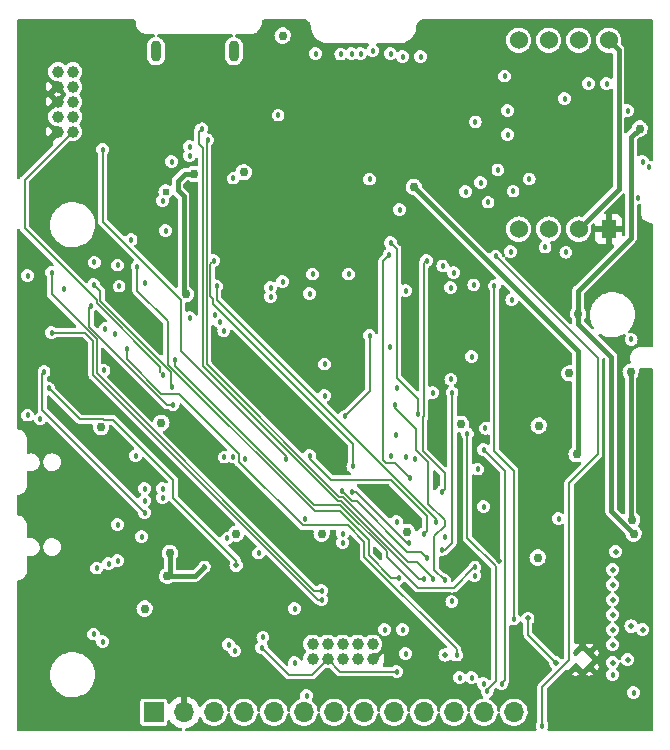
<source format=gbr>
G04 #@! TF.GenerationSoftware,KiCad,Pcbnew,(6.0.7)*
G04 #@! TF.CreationDate,2024-04-29T11:03:26-05:00*
G04 #@! TF.ProjectId,SapphineMinimal,53617070-6869-46e6-954d-696e696d616c,rev?*
G04 #@! TF.SameCoordinates,Original*
G04 #@! TF.FileFunction,Copper,L3,Inr*
G04 #@! TF.FilePolarity,Positive*
%FSLAX46Y46*%
G04 Gerber Fmt 4.6, Leading zero omitted, Abs format (unit mm)*
G04 Created by KiCad (PCBNEW (6.0.7)) date 2024-04-29 11:03:26*
%MOMM*%
%LPD*%
G01*
G04 APERTURE LIST*
G04 #@! TA.AperFunction,ComponentPad*
%ADD10C,0.990600*%
G04 #@! TD*
G04 #@! TA.AperFunction,ComponentPad*
%ADD11O,0.900000X1.800000*%
G04 #@! TD*
G04 #@! TA.AperFunction,ComponentPad*
%ADD12R,1.700000X1.700000*%
G04 #@! TD*
G04 #@! TA.AperFunction,ComponentPad*
%ADD13O,1.700000X1.700000*%
G04 #@! TD*
G04 #@! TA.AperFunction,ComponentPad*
%ADD14C,0.500000*%
G04 #@! TD*
G04 #@! TA.AperFunction,ComponentPad*
%ADD15R,1.270000X1.524000*%
G04 #@! TD*
G04 #@! TA.AperFunction,ComponentPad*
%ADD16C,1.524000*%
G04 #@! TD*
G04 #@! TA.AperFunction,ViaPad*
%ADD17C,0.558800*%
G04 #@! TD*
G04 #@! TA.AperFunction,ViaPad*
%ADD18C,0.457200*%
G04 #@! TD*
G04 #@! TA.AperFunction,ViaPad*
%ADD19C,0.508000*%
G04 #@! TD*
G04 #@! TA.AperFunction,ViaPad*
%ADD20C,0.762000*%
G04 #@! TD*
G04 #@! TA.AperFunction,ViaPad*
%ADD21C,0.609600*%
G04 #@! TD*
G04 #@! TA.AperFunction,Conductor*
%ADD22C,0.381000*%
G04 #@! TD*
G04 #@! TA.AperFunction,Conductor*
%ADD23C,0.127000*%
G04 #@! TD*
G04 #@! TA.AperFunction,Conductor*
%ADD24C,0.177800*%
G04 #@! TD*
G04 #@! TA.AperFunction,Conductor*
%ADD25C,0.200660*%
G04 #@! TD*
G04 #@! TA.AperFunction,Conductor*
%ADD26C,0.200000*%
G04 #@! TD*
G04 APERTURE END LIST*
D10*
X80768846Y-70858618D03*
X82038846Y-70858618D03*
X80768846Y-72128618D03*
X82038846Y-72128618D03*
X80768846Y-73398618D03*
X82038846Y-73398618D03*
X80768846Y-74668618D03*
X82038846Y-74668618D03*
X80768846Y-75938618D03*
X82038846Y-75938618D03*
X107436278Y-119321818D03*
X107436278Y-120591818D03*
X106166278Y-119321818D03*
X106166278Y-120591818D03*
X104896278Y-119321818D03*
X104896278Y-120591818D03*
X103626278Y-119321818D03*
X103626278Y-120591818D03*
X102356278Y-119321818D03*
X102356278Y-120591818D03*
D11*
X95702000Y-69122500D03*
X89102000Y-69122500D03*
D12*
X88915000Y-125095000D03*
D13*
X91455000Y-125095000D03*
X93995000Y-125095000D03*
X96535000Y-125095000D03*
X99075000Y-125095000D03*
X101615000Y-125095000D03*
X104155000Y-125095000D03*
X106695000Y-125095000D03*
X109235000Y-125095000D03*
X111775000Y-125095000D03*
X114315000Y-125095000D03*
X116855000Y-125095000D03*
X119395000Y-125095000D03*
D14*
X125806278Y-120052618D03*
X124626278Y-121232618D03*
X124626278Y-120052618D03*
X125806278Y-121232618D03*
D15*
X127420000Y-84200000D03*
D16*
X124880000Y-84200000D03*
X122340000Y-84200000D03*
X119800000Y-84200000D03*
X119800000Y-68200000D03*
X122340000Y-68200000D03*
X124880000Y-68200000D03*
X127420000Y-68200000D03*
D17*
X116136278Y-96512618D03*
D18*
X123565278Y-76573618D03*
X113024278Y-117340618D03*
X103372278Y-84574618D03*
X111246278Y-84574618D03*
D19*
X119913952Y-119206316D03*
D18*
X115310278Y-117340618D03*
D19*
X118104278Y-112260618D03*
D18*
X84068278Y-91686618D03*
X121533278Y-110482618D03*
X124341278Y-78953954D03*
D17*
X83306278Y-114292618D03*
D18*
X112770278Y-105910618D03*
D17*
X101086278Y-76192618D03*
D19*
X103372278Y-97274618D03*
D17*
X126484555Y-86341357D03*
X116136278Y-78732618D03*
X78226278Y-119372618D03*
D19*
X92958278Y-106672618D03*
D18*
X93974278Y-111244618D03*
D17*
X113786278Y-76192618D03*
D18*
X92704278Y-75049618D03*
D17*
X78226278Y-121912618D03*
X130547655Y-99044281D03*
D18*
X83052278Y-96004618D03*
D17*
X78226278Y-116832618D03*
X80766278Y-124452618D03*
D18*
X121253878Y-95039418D03*
X127248278Y-78859618D03*
X99308278Y-119118618D03*
D17*
X120763846Y-97147618D03*
D18*
X96006278Y-74160618D03*
X85084278Y-114800618D03*
X88640278Y-118864618D03*
X90418278Y-73398618D03*
X84322278Y-67810618D03*
X121533278Y-113022618D03*
D17*
X126486278Y-109212618D03*
D18*
X92196278Y-118864618D03*
X100324278Y-82288618D03*
X83814278Y-99560618D03*
D17*
X129026278Y-86352618D03*
D19*
X96768278Y-94734618D03*
D17*
X123057278Y-103116618D03*
D18*
X120009278Y-107434618D03*
X108198278Y-69334618D03*
X98800278Y-72890618D03*
D17*
X83306278Y-124452618D03*
X86608278Y-104005618D03*
D18*
X124200278Y-71112618D03*
D17*
X98546278Y-97528618D03*
D18*
X80766278Y-107688618D03*
X83814278Y-97782618D03*
X126103778Y-79104312D03*
D17*
X96641278Y-97528618D03*
D18*
X112516278Y-101211618D03*
D17*
X82304278Y-105651951D03*
D18*
X113532278Y-112006618D03*
X91942278Y-80764618D03*
X89910278Y-85844618D03*
D17*
X125216040Y-87622618D03*
X99308278Y-78859618D03*
D18*
X107690278Y-111498618D03*
D17*
X116326278Y-68572618D03*
D18*
X129788278Y-120896618D03*
X119501278Y-103751618D03*
X86354278Y-91178618D03*
D17*
X103131019Y-94352988D03*
D18*
X111246278Y-108704618D03*
X125343278Y-73144618D03*
D19*
X92286984Y-103866418D03*
D20*
X91620557Y-89687617D03*
D19*
X127756278Y-115562618D03*
D20*
X121492146Y-100830618D03*
D21*
X89910278Y-81018618D03*
D19*
X127756278Y-120892618D03*
D20*
X124835278Y-91356418D03*
X129534278Y-109974618D03*
X92299978Y-79539682D03*
X121406278Y-112006618D03*
D19*
X127756278Y-118102618D03*
D20*
X90270444Y-111613418D03*
X110370418Y-109834478D03*
D19*
X130296278Y-118102618D03*
D20*
X90040925Y-113548425D03*
D19*
X129026278Y-120642618D03*
D18*
X93193278Y-112787618D03*
D20*
X84449278Y-100957618D03*
D19*
X127756278Y-114292618D03*
X129318378Y-117810518D03*
D20*
X88132278Y-116324618D03*
D19*
X127756278Y-113022618D03*
X122930278Y-120896618D03*
D20*
X89554678Y-100602018D03*
X130042278Y-75684618D03*
D19*
X128010278Y-111498618D03*
D18*
X114139278Y-115717618D03*
X116136278Y-75112618D03*
D19*
X120581278Y-117149618D03*
X127756278Y-119372618D03*
X127756278Y-116832618D03*
D20*
X114918438Y-100705786D03*
X96524256Y-79379818D03*
X124708278Y-103243618D03*
X110928778Y-80625418D03*
X124098678Y-96411018D03*
X129428760Y-108810136D03*
X129280278Y-96258618D03*
D18*
X94228278Y-89019618D03*
X78226278Y-88130618D03*
X112770278Y-108958618D03*
X80258278Y-92956618D03*
X103118278Y-115562618D03*
X116072278Y-113530618D03*
D19*
X95879278Y-112641618D03*
D18*
X80004278Y-97655618D03*
D20*
X99816278Y-67810618D03*
X103118278Y-109974618D03*
X95879278Y-109974618D03*
D18*
X102610278Y-69334618D03*
X94482278Y-92042218D03*
X91942278Y-77208618D03*
X105658278Y-69334618D03*
X100832278Y-120896618D03*
X95599878Y-103472218D03*
X100832278Y-116324618D03*
X96641278Y-103624618D03*
X94834127Y-92802706D03*
X98139379Y-118757705D03*
X107436278Y-69080618D03*
X91942278Y-77970618D03*
X95244278Y-119372618D03*
X98038278Y-119626618D03*
X94075878Y-91483418D03*
X94863278Y-103497618D03*
X109468278Y-121658618D03*
X108960278Y-69334618D03*
X90418278Y-78478618D03*
X95752278Y-119880618D03*
X111500278Y-69588618D03*
X86989278Y-85082618D03*
X108833278Y-86352618D03*
X116834278Y-107688618D03*
X110566202Y-105253604D03*
X111754278Y-109974618D03*
X102102278Y-103370618D03*
X100070278Y-103624618D03*
X84576278Y-77462618D03*
X113532278Y-110228618D03*
X84703278Y-96131618D03*
X89656278Y-96512618D03*
X116834278Y-122674618D03*
X101848278Y-123690618D03*
X121787278Y-126230618D03*
X117850278Y-86479618D03*
X129026278Y-74160618D03*
X123692278Y-73144618D03*
X109341278Y-99052618D03*
X113532278Y-113911618D03*
X110230278Y-120134618D03*
X108871352Y-94163602D03*
X103372278Y-95623618D03*
X123184278Y-108704618D03*
X109468278Y-108958618D03*
X116011278Y-88902818D03*
X119221878Y-90162618D03*
X95625278Y-79875618D03*
X117215278Y-81907618D03*
X86608278Y-94353618D03*
X114548278Y-120261618D03*
X85846278Y-87241618D03*
X89910278Y-84320618D03*
X111246278Y-99814618D03*
X108960278Y-85336618D03*
X108985678Y-103421418D03*
X79293078Y-100271818D03*
X130829678Y-78935818D03*
X129342713Y-93538889D03*
X129946900Y-81526618D03*
X109722278Y-82542618D03*
X117139078Y-123335018D03*
X109392078Y-101668818D03*
X115462678Y-101516418D03*
X110992278Y-103624618D03*
X116326278Y-104513618D03*
X123793878Y-86149418D03*
X113379878Y-87317818D03*
X116984078Y-101061818D03*
X113278278Y-106418618D03*
X89656278Y-81780618D03*
X112008278Y-86860618D03*
X116580278Y-80256618D03*
X116834278Y-102862618D03*
X110306478Y-103497618D03*
X130296278Y-78478618D03*
X118358278Y-122674618D03*
X92958278Y-75684618D03*
X111795808Y-113784618D03*
X104845941Y-106341955D03*
X112008278Y-112006618D03*
X87370278Y-103370618D03*
X102356278Y-88003618D03*
X88132278Y-88765618D03*
X99816278Y-88638618D03*
X85973278Y-89019618D03*
X83814278Y-88892618D03*
X90418278Y-97528618D03*
X89656278Y-106164618D03*
X88132278Y-106164618D03*
X89656278Y-106926618D03*
X90545278Y-99052618D03*
X83560278Y-90670618D03*
X88132278Y-107180618D03*
X101716278Y-108709618D03*
X78226278Y-99941618D03*
X109976278Y-69588618D03*
X104896278Y-109974618D03*
X85846278Y-109212618D03*
X104896278Y-110736618D03*
X85846278Y-112260618D03*
X93466278Y-76634618D03*
X112516278Y-113784618D03*
X104735073Y-69379699D03*
X99435278Y-74541618D03*
X112516278Y-98036618D03*
X103372278Y-98290618D03*
X103118278Y-114800618D03*
X80258278Y-87876618D03*
X109976278Y-118102618D03*
X108452278Y-118102618D03*
X110484278Y-110736618D03*
X107182278Y-79961942D03*
X118612278Y-71239618D03*
X105083050Y-100033109D03*
X107182278Y-93210618D03*
X105658278Y-106418618D03*
X84792678Y-92613218D03*
X119120278Y-86098618D03*
X98800278Y-89146618D03*
X84068278Y-112895618D03*
X118866278Y-76192618D03*
X120695078Y-79951818D03*
X114802278Y-122166618D03*
X118053478Y-79189818D03*
X118866278Y-74160618D03*
X114294278Y-87876618D03*
X83814278Y-118483618D03*
X115310278Y-81018618D03*
X115818278Y-122166618D03*
X102102278Y-89654618D03*
X119330378Y-80974718D03*
X114040278Y-89146618D03*
X85592278Y-93083618D03*
X122041278Y-85717618D03*
X84576278Y-119118618D03*
X85084278Y-112514618D03*
X127248278Y-71874618D03*
X125724278Y-71874618D03*
X109658778Y-113721118D03*
X87497278Y-87368618D03*
X106420278Y-69334618D03*
X98800278Y-89908618D03*
X110230278Y-89400618D03*
X95117278Y-110355618D03*
X88132278Y-108196618D03*
X79623278Y-96258618D03*
X109468278Y-97655618D03*
X113278278Y-111371618D03*
X87878278Y-110228618D03*
X97784278Y-111625618D03*
X114167278Y-98036618D03*
X114052978Y-96906318D03*
X115818278Y-94988618D03*
X91942278Y-91686618D03*
X90672278Y-95242618D03*
X116082976Y-112804568D03*
X81274278Y-89273618D03*
X105404278Y-88003618D03*
X93974278Y-86860618D03*
X105759878Y-104285018D03*
X83890478Y-87013018D03*
X117748678Y-88994218D03*
D19*
X113574288Y-120258702D03*
D18*
X119382322Y-117205574D03*
X129534278Y-123436618D03*
X127756278Y-121912618D03*
D22*
X130042278Y-75684618D02*
X129320061Y-76406835D01*
X124835278Y-92194618D02*
X127629278Y-94988618D01*
X92299978Y-79539682D02*
X91516214Y-79539682D01*
X90926278Y-80876544D02*
X91434278Y-81384544D01*
X127629278Y-108069618D02*
X129534278Y-109974618D01*
X90926278Y-80129618D02*
X90926278Y-80876544D01*
D23*
X120581278Y-118547618D02*
X120581278Y-117149618D01*
D22*
X90270444Y-113318906D02*
X90040925Y-113548425D01*
X91516214Y-79539682D02*
X90926278Y-80129618D01*
X127629278Y-94988618D02*
X127629278Y-108069618D01*
X90040925Y-113548425D02*
X92432471Y-113548425D01*
X124835278Y-89400618D02*
X124835278Y-91356418D01*
X129320061Y-76406835D02*
X129320061Y-84915835D01*
X92432471Y-113548425D02*
X93193278Y-112787618D01*
X124835278Y-91356418D02*
X124835278Y-92194618D01*
X91434278Y-89501338D02*
X91620557Y-89687617D01*
D23*
X122930278Y-120896618D02*
X120581278Y-118547618D01*
D22*
X91434278Y-81384544D02*
X91434278Y-89501338D01*
X90270444Y-111613418D02*
X90270444Y-113318906D01*
X129320061Y-84915835D02*
X124835278Y-89400618D01*
X124847478Y-103104418D02*
X124847478Y-94544118D01*
X124708278Y-103243618D02*
X124847478Y-103104418D01*
X124847478Y-94544118D02*
X110928778Y-80625418D01*
X129280278Y-108661654D02*
X129428760Y-108810136D01*
X129280278Y-96258618D02*
X129280278Y-108661654D01*
D24*
X94228278Y-90168429D02*
X94228278Y-89019618D01*
X112770278Y-108958618D02*
X112770278Y-108710429D01*
X112770278Y-108710429D02*
X94228278Y-90168429D01*
X102788652Y-115562618D02*
X83763977Y-96537943D01*
X83763977Y-93668317D02*
X83052278Y-92956618D01*
X103118278Y-115562618D02*
X102788652Y-115562618D01*
X83052278Y-92956618D02*
X80258278Y-92956618D01*
X83763977Y-96537943D02*
X83763977Y-93668317D01*
X94609278Y-110990618D02*
X90545278Y-106926618D01*
X84717358Y-100310418D02*
X82659078Y-100310418D01*
X82659078Y-100310418D02*
X80004278Y-97655618D01*
X90545278Y-105402618D02*
X85465278Y-100322618D01*
D25*
X95879278Y-112641618D02*
X95879278Y-112260618D01*
D24*
X85465278Y-100322618D02*
X84729558Y-100322618D01*
D25*
X95879278Y-112260618D02*
X94609278Y-110990618D01*
D24*
X90545278Y-106926618D02*
X90545278Y-105402618D01*
X84729558Y-100322618D02*
X84717358Y-100310418D01*
X100340425Y-121928765D02*
X102289331Y-121928765D01*
X98038278Y-119626618D02*
X100340425Y-121928765D01*
X102289331Y-121928765D02*
X103626278Y-120591818D01*
X103626278Y-120591818D02*
X104693078Y-121658618D01*
X104693078Y-121658618D02*
X109468278Y-121658618D01*
X108325278Y-86860618D02*
X108833278Y-86352618D01*
X108579278Y-104005618D02*
X108325278Y-103751618D01*
X109318216Y-104005618D02*
X108579278Y-104005618D01*
X108325278Y-103751618D02*
X108325278Y-86860618D01*
X110566202Y-105253604D02*
X109318216Y-104005618D01*
X84576278Y-83558618D02*
X91180278Y-90162618D01*
X84576278Y-77462618D02*
X84576278Y-83558618D01*
X111754278Y-109974618D02*
X112008278Y-109720618D01*
X112008278Y-108450618D02*
X108960278Y-105402618D01*
X91180278Y-94480618D02*
X100070278Y-103370618D01*
X100070278Y-103370618D02*
X100070278Y-103624618D01*
X91180278Y-90162618D02*
X91180278Y-94480618D01*
X108960278Y-105402618D02*
X103880278Y-105402618D01*
X103880278Y-105402618D02*
X102102278Y-103624618D01*
X112008278Y-109720618D02*
X112008278Y-108450618D01*
X102102278Y-103624618D02*
X102102278Y-103370618D01*
D22*
X124880000Y-84200000D02*
X128264278Y-80815722D01*
X127420000Y-68200000D02*
X128264278Y-69044278D01*
X128264278Y-69044278D02*
X128264278Y-80815722D01*
D24*
X82038846Y-75938618D02*
X77972278Y-80005186D01*
X89465778Y-95835157D02*
X89465778Y-96322118D01*
X84068278Y-90437657D02*
X89465778Y-95835157D01*
X77972278Y-80005186D02*
X77972278Y-84130118D01*
X84068278Y-90226118D02*
X84068278Y-90437657D01*
X77972278Y-84130118D02*
X84068278Y-90226118D01*
X121787278Y-122928618D02*
X124073278Y-120642618D01*
X121787278Y-126230618D02*
X121787278Y-122928618D01*
X124073278Y-105656618D02*
X126486278Y-103243618D01*
X126486278Y-95115618D02*
X117850278Y-86479618D01*
X126486278Y-103243618D02*
X126486278Y-95115618D01*
X124073278Y-120642618D02*
X124073278Y-105656618D01*
X113532278Y-108831618D02*
X113532278Y-109313292D01*
X113532278Y-109313292D02*
X112643278Y-110202292D01*
X111119278Y-102862618D02*
X112135278Y-103878618D01*
X112643278Y-110202292D02*
X112643278Y-113022618D01*
X112643278Y-113022618D02*
X113532278Y-113911618D01*
X111119278Y-101110944D02*
X111119278Y-102862618D01*
X109341278Y-99332944D02*
X111119278Y-101110944D01*
X112135278Y-103878618D02*
X112135278Y-107434618D01*
X109341278Y-99052618D02*
X109341278Y-99332944D01*
X112135278Y-107434618D02*
X113532278Y-108831618D01*
X86608278Y-95221579D02*
X89550317Y-98163618D01*
X105353918Y-109289258D02*
X106737778Y-110673118D01*
X96120078Y-103891698D02*
X101517638Y-109289258D01*
X86608278Y-94353618D02*
X86608278Y-95221579D01*
X106737778Y-110673118D02*
X106737778Y-111943118D01*
X101517638Y-109289258D02*
X105353918Y-109289258D01*
X96120078Y-103256744D02*
X96120078Y-103891698D01*
X91026952Y-98163618D02*
X96120078Y-103256744D01*
X106737778Y-111943118D02*
X114548278Y-119753618D01*
X114548278Y-119753618D02*
X114548278Y-120261618D01*
X89550317Y-98163618D02*
X91026952Y-98163618D01*
X109468278Y-85844618D02*
X109468278Y-96766618D01*
X111246278Y-98544618D02*
X111246278Y-99814618D01*
X109468278Y-96766618D02*
X111246278Y-98544618D01*
X108960278Y-85336618D02*
X109468278Y-85844618D01*
X117139078Y-123182618D02*
X117850278Y-122471418D01*
X115462678Y-110354692D02*
X115462678Y-101516418D01*
X117139078Y-123335018D02*
X117139078Y-123182618D01*
X117850278Y-112742292D02*
X115462678Y-110354692D01*
X117850278Y-122471418D02*
X117850278Y-112742292D01*
X111766478Y-100030092D02*
X111677579Y-100118991D01*
X111677579Y-102990573D02*
X113532278Y-104845272D01*
X111677579Y-100118991D02*
X111677579Y-102990573D01*
X112008278Y-86860618D02*
X111766478Y-87102418D01*
X113532278Y-106164618D02*
X113278278Y-106418618D01*
X111766478Y-87102418D02*
X111766478Y-100030092D01*
X113532278Y-104845272D02*
X113532278Y-106164618D01*
X118624478Y-122408418D02*
X118624478Y-104652818D01*
X118624478Y-104652818D02*
X116834278Y-102862618D01*
X118358278Y-122674618D02*
X118624478Y-122408418D01*
D26*
X92704278Y-76954618D02*
X93066176Y-77316516D01*
X93066176Y-95775304D02*
X104490628Y-107199756D01*
X111380818Y-113784618D02*
X111795808Y-113784618D01*
X92704278Y-75938618D02*
X92704278Y-76954618D01*
X93066176Y-77316516D02*
X93066176Y-95775304D01*
X104795956Y-107199756D02*
X111380818Y-113784618D01*
X104490628Y-107199756D02*
X104795956Y-107199756D01*
X92958278Y-75684618D02*
X92704278Y-75938618D01*
D24*
X110383604Y-111498618D02*
X106115941Y-107230955D01*
X112008278Y-112006618D02*
X111500278Y-111498618D01*
X104845941Y-106341955D02*
X105734941Y-107230955D01*
X111500278Y-111498618D02*
X110383604Y-111498618D01*
X105734941Y-107230955D02*
X106115941Y-107230955D01*
X83814278Y-88892618D02*
X84372579Y-89450919D01*
X90367977Y-96307010D02*
X90367977Y-97478317D01*
X90367977Y-97478317D02*
X90418278Y-97528618D01*
X84372579Y-89450919D02*
X84372579Y-90311612D01*
X84372579Y-90311612D02*
X90367977Y-96307010D01*
X83433278Y-90797618D02*
X83433278Y-92476925D01*
X90008971Y-99052618D02*
X90545278Y-99052618D01*
X83560278Y-90670618D02*
X83433278Y-90797618D01*
X83433278Y-92476925D02*
X90008971Y-99052618D01*
D26*
X110468860Y-112410918D02*
X111230860Y-112410918D01*
X104625869Y-106873255D02*
X104931197Y-106873255D01*
X111230860Y-112410918D02*
X112516278Y-113696336D01*
X93392677Y-95640063D02*
X104625869Y-106873255D01*
X112516278Y-113696336D02*
X112516278Y-113784618D01*
X93392677Y-76708219D02*
X93392677Y-95640063D01*
X93466278Y-76634618D02*
X93392677Y-76708219D01*
X104931197Y-106873255D02*
X110468860Y-112410918D01*
D24*
X103118278Y-114800618D02*
X102456998Y-114800618D01*
X80258278Y-89732271D02*
X80258278Y-87876618D01*
X84068278Y-93542271D02*
X80258278Y-89732271D01*
X84068278Y-96411898D02*
X84068278Y-93542271D01*
X102456998Y-114800618D02*
X84068278Y-96411898D01*
X110357278Y-110736618D02*
X110484278Y-110736618D01*
X107182278Y-97933881D02*
X105083050Y-100033109D01*
X106039278Y-106418618D02*
X110357278Y-110736618D01*
X105658278Y-106418618D02*
X106039278Y-106418618D01*
X107182278Y-93210618D02*
X107182278Y-97933881D01*
X90080710Y-91984050D02*
X90080710Y-95257405D01*
X109023778Y-113721118D02*
X109658778Y-113721118D01*
X107093378Y-111790718D02*
X109023778Y-113721118D01*
X107093378Y-110520718D02*
X107093378Y-111790718D01*
X90152078Y-95328773D02*
X90152078Y-95660764D01*
X87497278Y-87368618D02*
X87497278Y-89400618D01*
X87497278Y-89400618D02*
X90080710Y-91984050D01*
X104666951Y-108094291D02*
X107093378Y-110520718D01*
X90080710Y-95257405D02*
X90152078Y-95328773D01*
X102585605Y-108094291D02*
X104666951Y-108094291D01*
X90152078Y-95660764D02*
X102585605Y-108094291D01*
X114167278Y-110736618D02*
X113532278Y-111371618D01*
X114167278Y-98036618D02*
X114167278Y-110736618D01*
X113532278Y-111371618D02*
X113278278Y-111371618D01*
X79484078Y-96397818D02*
X79484078Y-99548418D01*
X79484078Y-99548418D02*
X88132278Y-108196618D01*
X79623278Y-96258618D02*
X79484078Y-96397818D01*
X108625775Y-111926115D02*
X108625775Y-111475619D01*
X114320604Y-114546618D02*
X111246278Y-114546618D01*
X111246278Y-114546618D02*
X108625775Y-111926115D01*
X102436817Y-107515157D02*
X90672278Y-95750618D01*
X116062654Y-112804568D02*
X114320604Y-114546618D01*
X90672278Y-95750618D02*
X90672278Y-95242618D01*
X116082976Y-112804568D02*
X116062654Y-112804568D01*
X108625775Y-111475619D02*
X104665313Y-107515157D01*
X104665313Y-107515157D02*
X102436817Y-107515157D01*
X93923977Y-90085991D02*
X93708078Y-89870092D01*
X93708078Y-87126818D02*
X93974278Y-86860618D01*
X105759878Y-102378564D02*
X93923977Y-90542663D01*
X93923977Y-90542663D02*
X93923977Y-90085991D01*
X93708078Y-89870092D02*
X93708078Y-87126818D01*
X105759878Y-104285018D02*
X105759878Y-102378564D01*
D25*
X117748678Y-88994218D02*
X117748678Y-103015018D01*
X117748678Y-103015018D02*
X119382322Y-104648662D01*
X119382322Y-104648662D02*
X119382322Y-117205574D01*
G04 #@! TA.AperFunction,Conductor*
G36*
X127088990Y-95149951D02*
G01*
X127095573Y-95156080D01*
X127096573Y-95157080D01*
X127130599Y-95219392D01*
X127133478Y-95246175D01*
X127133478Y-107999968D01*
X127132167Y-108011700D01*
X127132694Y-108011742D01*
X127131974Y-108020693D01*
X127129993Y-108029447D01*
X127132226Y-108065430D01*
X127133236Y-108081714D01*
X127133478Y-108089517D01*
X127133478Y-108105216D01*
X127134114Y-108109657D01*
X127134114Y-108109658D01*
X127134907Y-108115196D01*
X127135937Y-108125254D01*
X127138788Y-108171194D01*
X127141838Y-108179643D01*
X127142710Y-108183852D01*
X127146042Y-108197218D01*
X127147240Y-108201316D01*
X127148513Y-108210203D01*
X127152229Y-108218376D01*
X127152230Y-108218379D01*
X127167572Y-108252124D01*
X127171384Y-108261489D01*
X127183961Y-108296327D01*
X127183964Y-108296332D01*
X127187012Y-108304776D01*
X127192308Y-108312026D01*
X127194313Y-108315796D01*
X127201277Y-108327714D01*
X127203578Y-108331313D01*
X127207295Y-108339487D01*
X127213156Y-108346289D01*
X127237341Y-108374357D01*
X127243630Y-108382278D01*
X127248506Y-108388952D01*
X127251384Y-108392891D01*
X127262001Y-108403508D01*
X127268359Y-108410355D01*
X127300000Y-108447076D01*
X127307535Y-108451960D01*
X127314297Y-108457859D01*
X127314280Y-108457878D01*
X127325235Y-108466742D01*
X128813809Y-109955316D01*
X128847835Y-110017628D01*
X128849953Y-110030584D01*
X128861203Y-110132486D01*
X128863813Y-110139618D01*
X128914789Y-110278915D01*
X128918289Y-110288480D01*
X129010936Y-110426354D01*
X129016548Y-110431461D01*
X129016551Y-110431464D01*
X129128176Y-110533035D01*
X129128180Y-110533038D01*
X129133797Y-110538149D01*
X129140474Y-110541775D01*
X129140475Y-110541775D01*
X129273101Y-110613786D01*
X129273103Y-110613787D01*
X129279778Y-110617411D01*
X129287127Y-110619339D01*
X129433102Y-110657635D01*
X129433104Y-110657635D01*
X129440452Y-110659563D01*
X129528448Y-110660945D01*
X129598946Y-110662053D01*
X129598949Y-110662053D01*
X129606543Y-110662172D01*
X129662306Y-110649400D01*
X129761058Y-110626783D01*
X129761061Y-110626782D01*
X129768461Y-110625087D01*
X129822255Y-110598032D01*
X129910077Y-110553863D01*
X129910080Y-110553861D01*
X129916860Y-110550451D01*
X129922631Y-110545522D01*
X129922634Y-110545520D01*
X130037394Y-110447505D01*
X130043172Y-110442570D01*
X130110518Y-110348849D01*
X130135668Y-110313849D01*
X130135669Y-110313848D01*
X130140105Y-110307674D01*
X130202062Y-110153550D01*
X130219492Y-110031081D01*
X130224886Y-109993180D01*
X130224886Y-109993176D01*
X130225467Y-109989096D01*
X130225619Y-109974618D01*
X130205663Y-109809710D01*
X130146947Y-109654322D01*
X130105376Y-109593836D01*
X130057163Y-109523685D01*
X130057162Y-109523683D01*
X130052861Y-109517426D01*
X130047190Y-109512374D01*
X130047188Y-109512371D01*
X129962477Y-109436897D01*
X129924921Y-109376647D01*
X129925900Y-109305657D01*
X129943973Y-109269294D01*
X129955067Y-109253856D01*
X130027215Y-109153451D01*
X130030150Y-109149367D01*
X130030151Y-109149366D01*
X130034587Y-109143192D01*
X130096544Y-108989068D01*
X130119949Y-108824614D01*
X130120101Y-108810136D01*
X130100145Y-108645228D01*
X130041429Y-108489840D01*
X130015049Y-108451457D01*
X129951645Y-108359203D01*
X129951644Y-108359201D01*
X129947343Y-108352944D01*
X129919026Y-108327714D01*
X129823318Y-108242442D01*
X129824433Y-108241190D01*
X129785647Y-108193013D01*
X129776078Y-108144849D01*
X129776078Y-96785367D01*
X129799756Y-96711841D01*
X129881668Y-96597849D01*
X129881669Y-96597848D01*
X129886105Y-96591674D01*
X129948062Y-96437550D01*
X129966863Y-96305449D01*
X129970886Y-96277180D01*
X129970886Y-96277176D01*
X129971467Y-96273096D01*
X129971619Y-96258618D01*
X129957722Y-96143776D01*
X129955353Y-96124200D01*
X129967026Y-96054170D01*
X130014708Y-96001568D01*
X130085622Y-95983245D01*
X130086579Y-95983328D01*
X130097600Y-95983328D01*
X130109951Y-95983935D01*
X130116835Y-95984613D01*
X130136271Y-95986528D01*
X130136292Y-95986530D01*
X130136295Y-95986530D01*
X130139950Y-95986890D01*
X130147479Y-95988083D01*
X130167711Y-95984879D01*
X130187419Y-95983328D01*
X131018355Y-95983328D01*
X131038061Y-95984879D01*
X131048500Y-95986532D01*
X131058295Y-95988083D01*
X131059959Y-95987819D01*
X131123695Y-96006534D01*
X131170188Y-96060190D01*
X131180426Y-96107262D01*
X131180023Y-96109807D01*
X131181574Y-96119603D01*
X131183237Y-96130110D01*
X131184787Y-96149783D01*
X131187736Y-108784406D01*
X131191881Y-126541476D01*
X131191885Y-126559379D01*
X131171899Y-126627504D01*
X131118254Y-126674009D01*
X131065885Y-126685408D01*
X122363513Y-126685408D01*
X122295392Y-126665406D01*
X122248899Y-126611750D01*
X122238795Y-126541476D01*
X122252831Y-126500924D01*
X122253639Y-126499871D01*
X122280122Y-126435937D01*
X122304276Y-126377623D01*
X122307436Y-126369994D01*
X122325785Y-126230618D01*
X122307436Y-126091242D01*
X122253639Y-125961365D01*
X122207515Y-125901255D01*
X122181915Y-125835035D01*
X122181478Y-125824551D01*
X122181478Y-123436618D01*
X128995771Y-123436618D01*
X129014120Y-123575994D01*
X129067917Y-123705871D01*
X129072944Y-123712422D01*
X129141203Y-123801379D01*
X129153496Y-123817400D01*
X129160046Y-123822426D01*
X129160049Y-123822429D01*
X129184524Y-123841209D01*
X129265024Y-123902979D01*
X129297346Y-123916367D01*
X129387272Y-123953616D01*
X129387275Y-123953617D01*
X129394902Y-123956776D01*
X129534278Y-123975125D01*
X129542466Y-123974047D01*
X129548080Y-123973308D01*
X129673654Y-123956776D01*
X129681281Y-123953617D01*
X129681284Y-123953616D01*
X129771210Y-123916367D01*
X129803532Y-123902979D01*
X129884032Y-123841209D01*
X129908507Y-123822429D01*
X129908510Y-123822426D01*
X129915060Y-123817400D01*
X129927354Y-123801379D01*
X129995612Y-123712422D01*
X130000639Y-123705871D01*
X130054436Y-123575994D01*
X130072785Y-123436618D01*
X130054436Y-123297242D01*
X130000639Y-123167365D01*
X129942734Y-123091901D01*
X129920087Y-123062387D01*
X129920086Y-123062386D01*
X129915060Y-123055836D01*
X129908510Y-123050810D01*
X129908507Y-123050807D01*
X129844978Y-123002060D01*
X129803532Y-122970257D01*
X129714112Y-122933218D01*
X129681284Y-122919620D01*
X129681281Y-122919619D01*
X129673654Y-122916460D01*
X129534278Y-122898111D01*
X129394902Y-122916460D01*
X129265025Y-122970257D01*
X129153496Y-123055836D01*
X129067917Y-123167365D01*
X129014120Y-123297242D01*
X128995771Y-123436618D01*
X122181478Y-123436618D01*
X122181478Y-123144091D01*
X122201480Y-123075970D01*
X122218383Y-123054996D01*
X123355827Y-121917552D01*
X124300517Y-121917552D01*
X124303300Y-121921270D01*
X124435135Y-121970299D01*
X124448726Y-121973688D01*
X124603322Y-121994315D01*
X124617318Y-121994609D01*
X124772638Y-121980473D01*
X124786363Y-121977656D01*
X124934693Y-121929461D01*
X124943333Y-121925542D01*
X124950741Y-121917552D01*
X125480517Y-121917552D01*
X125483300Y-121921270D01*
X125615135Y-121970299D01*
X125628726Y-121973688D01*
X125783322Y-121994315D01*
X125797318Y-121994609D01*
X125952638Y-121980473D01*
X125966363Y-121977656D01*
X126114693Y-121929461D01*
X126123333Y-121925542D01*
X126131708Y-121916509D01*
X126128203Y-121908096D01*
X125819090Y-121598983D01*
X125805146Y-121591369D01*
X125803313Y-121591500D01*
X125796698Y-121595751D01*
X125487277Y-121905172D01*
X125480517Y-121917552D01*
X124950741Y-121917552D01*
X124951708Y-121916509D01*
X124948203Y-121908096D01*
X124639090Y-121598983D01*
X124625146Y-121591369D01*
X124623313Y-121591500D01*
X124616698Y-121595751D01*
X124307277Y-121905172D01*
X124300517Y-121917552D01*
X123355827Y-121917552D01*
X123739851Y-121533528D01*
X123802163Y-121499502D01*
X123872978Y-121504567D01*
X123917249Y-121537708D01*
X123918217Y-121536650D01*
X123928976Y-121546487D01*
X123929814Y-121547114D01*
X123930059Y-121547476D01*
X123941995Y-121558390D01*
X123950616Y-121554727D01*
X124537183Y-120968160D01*
X124599495Y-120934134D01*
X124670310Y-120939199D01*
X124715373Y-120968160D01*
X125203466Y-121456253D01*
X125217410Y-121463867D01*
X125219243Y-121463736D01*
X125225858Y-121459485D01*
X125451593Y-121233750D01*
X126165029Y-121233750D01*
X126165160Y-121235583D01*
X126169411Y-121242198D01*
X126478456Y-121551243D01*
X126490836Y-121558003D01*
X126494652Y-121555146D01*
X126542609Y-121428901D01*
X126546089Y-121415345D01*
X126568226Y-121257839D01*
X126568832Y-121249956D01*
X126569019Y-121236580D01*
X126568632Y-121228680D01*
X126550903Y-121070621D01*
X126547801Y-121056968D01*
X126496978Y-120911025D01*
X126491419Y-120906085D01*
X126482366Y-120910083D01*
X126172643Y-121219806D01*
X126165029Y-121233750D01*
X125451593Y-121233750D01*
X125792725Y-120892618D01*
X127192152Y-120892618D01*
X127193230Y-120900806D01*
X127209950Y-121027806D01*
X127211374Y-121038625D01*
X127267731Y-121174681D01*
X127357381Y-121291515D01*
X127392763Y-121318664D01*
X127434628Y-121376000D01*
X127438850Y-121446871D01*
X127404086Y-121508774D01*
X127392761Y-121518587D01*
X127382046Y-121526809D01*
X127382042Y-121526813D01*
X127375496Y-121531836D01*
X127370473Y-121538382D01*
X127357931Y-121554727D01*
X127289917Y-121643365D01*
X127236120Y-121773242D01*
X127217771Y-121912618D01*
X127236120Y-122051994D01*
X127289917Y-122181871D01*
X127294944Y-122188422D01*
X127364100Y-122278548D01*
X127375496Y-122293400D01*
X127382046Y-122298426D01*
X127382049Y-122298429D01*
X127425769Y-122331976D01*
X127487024Y-122378979D01*
X127550726Y-122405365D01*
X127609272Y-122429616D01*
X127609275Y-122429617D01*
X127616902Y-122432776D01*
X127756278Y-122451125D01*
X127764466Y-122450047D01*
X127887466Y-122433854D01*
X127895654Y-122432776D01*
X127903281Y-122429617D01*
X127903284Y-122429616D01*
X127961830Y-122405365D01*
X128025532Y-122378979D01*
X128086787Y-122331976D01*
X128130507Y-122298429D01*
X128130510Y-122298426D01*
X128137060Y-122293400D01*
X128148457Y-122278548D01*
X128217612Y-122188422D01*
X128222639Y-122181871D01*
X128276436Y-122051994D01*
X128294785Y-121912618D01*
X128276436Y-121773242D01*
X128222639Y-121643365D01*
X128157139Y-121558003D01*
X128142087Y-121538387D01*
X128142086Y-121538386D01*
X128137060Y-121531836D01*
X128119794Y-121518587D01*
X128077928Y-121461253D01*
X128073704Y-121390383D01*
X128108467Y-121328479D01*
X128119794Y-121318664D01*
X128148625Y-121296541D01*
X128155175Y-121291515D01*
X128244825Y-121174681D01*
X128301182Y-121038625D01*
X128302607Y-121027806D01*
X128305576Y-121005249D01*
X128309103Y-120978455D01*
X128337825Y-120913528D01*
X128397090Y-120874436D01*
X128468081Y-120873591D01*
X128528260Y-120911260D01*
X128537451Y-120924004D01*
X128537731Y-120924681D01*
X128627381Y-121041515D01*
X128744215Y-121131165D01*
X128880271Y-121187522D01*
X128888455Y-121188599D01*
X128888457Y-121188600D01*
X129018090Y-121205666D01*
X129026278Y-121206744D01*
X129034466Y-121205666D01*
X129164099Y-121188600D01*
X129164101Y-121188599D01*
X129172285Y-121187522D01*
X129308341Y-121131165D01*
X129425175Y-121041515D01*
X129514825Y-120924681D01*
X129571182Y-120788625D01*
X129575040Y-120759325D01*
X129589326Y-120650806D01*
X129590404Y-120642618D01*
X129583158Y-120587579D01*
X129572260Y-120504797D01*
X129572259Y-120504795D01*
X129571182Y-120496611D01*
X129514825Y-120360555D01*
X129425175Y-120243721D01*
X129308341Y-120154071D01*
X129172285Y-120097714D01*
X129164101Y-120096637D01*
X129164099Y-120096636D01*
X129034466Y-120079570D01*
X129026278Y-120078492D01*
X129018090Y-120079570D01*
X128888457Y-120096636D01*
X128888455Y-120096637D01*
X128880271Y-120097714D01*
X128744215Y-120154071D01*
X128627381Y-120243721D01*
X128537731Y-120360555D01*
X128481374Y-120496611D01*
X128480297Y-120504795D01*
X128480296Y-120504797D01*
X128473453Y-120556780D01*
X128444731Y-120621708D01*
X128385466Y-120660800D01*
X128314475Y-120661645D01*
X128254296Y-120623976D01*
X128245105Y-120611232D01*
X128244825Y-120610555D01*
X128155175Y-120493721D01*
X128038341Y-120404071D01*
X127902285Y-120347714D01*
X127894101Y-120346637D01*
X127894099Y-120346636D01*
X127764466Y-120329570D01*
X127756278Y-120328492D01*
X127748090Y-120329570D01*
X127618457Y-120346636D01*
X127618455Y-120346637D01*
X127610271Y-120347714D01*
X127474215Y-120404071D01*
X127357381Y-120493721D01*
X127267731Y-120610555D01*
X127211374Y-120746611D01*
X127210297Y-120754795D01*
X127210296Y-120754797D01*
X127202729Y-120812274D01*
X127192152Y-120892618D01*
X125792725Y-120892618D01*
X126029913Y-120655430D01*
X126037527Y-120641486D01*
X126037396Y-120639653D01*
X126033145Y-120633038D01*
X125453857Y-120053750D01*
X126165029Y-120053750D01*
X126165160Y-120055583D01*
X126169411Y-120062198D01*
X126478456Y-120371243D01*
X126490836Y-120378003D01*
X126494652Y-120375146D01*
X126542609Y-120248901D01*
X126546089Y-120235345D01*
X126568226Y-120077839D01*
X126568832Y-120069956D01*
X126569019Y-120056580D01*
X126568632Y-120048680D01*
X126550903Y-119890621D01*
X126547801Y-119876968D01*
X126496978Y-119731025D01*
X126491419Y-119726085D01*
X126482366Y-119730083D01*
X126172643Y-120039806D01*
X126165029Y-120053750D01*
X125453857Y-120053750D01*
X125229090Y-119828983D01*
X125215146Y-119821369D01*
X125213313Y-119821500D01*
X125206698Y-119825751D01*
X124715373Y-120317076D01*
X124653061Y-120351102D01*
X124582246Y-120346037D01*
X124537183Y-120317076D01*
X124504383Y-120284276D01*
X124470357Y-120221964D01*
X124467478Y-120195181D01*
X124467478Y-119910055D01*
X124487480Y-119841934D01*
X124504383Y-119820960D01*
X124946125Y-119379218D01*
X124952294Y-119367920D01*
X125480138Y-119367920D01*
X125483962Y-119376749D01*
X125793466Y-119686253D01*
X125807410Y-119693867D01*
X125809243Y-119693736D01*
X125815858Y-119689485D01*
X126126125Y-119379218D01*
X126129729Y-119372618D01*
X127192152Y-119372618D01*
X127193230Y-119380806D01*
X127208397Y-119496010D01*
X127211374Y-119518625D01*
X127267731Y-119654681D01*
X127357381Y-119771515D01*
X127474215Y-119861165D01*
X127610271Y-119917522D01*
X127618455Y-119918599D01*
X127618457Y-119918600D01*
X127748090Y-119935666D01*
X127756278Y-119936744D01*
X127764466Y-119935666D01*
X127894099Y-119918600D01*
X127894101Y-119918599D01*
X127902285Y-119917522D01*
X128038341Y-119861165D01*
X128155175Y-119771515D01*
X128244825Y-119654681D01*
X128301182Y-119518625D01*
X128304160Y-119496010D01*
X128319326Y-119380806D01*
X128320404Y-119372618D01*
X128313198Y-119317879D01*
X128302260Y-119234797D01*
X128302259Y-119234795D01*
X128301182Y-119226611D01*
X128244825Y-119090555D01*
X128155175Y-118973721D01*
X128038341Y-118884071D01*
X128030719Y-118880914D01*
X128030714Y-118880911D01*
X127965810Y-118854027D01*
X127910529Y-118809478D01*
X127888108Y-118742115D01*
X127905666Y-118673324D01*
X127957629Y-118624945D01*
X127965810Y-118621209D01*
X128030714Y-118594325D01*
X128030719Y-118594322D01*
X128038341Y-118591165D01*
X128155175Y-118501515D01*
X128244825Y-118384681D01*
X128301182Y-118248625D01*
X128302641Y-118237547D01*
X128319326Y-118110806D01*
X128320404Y-118102618D01*
X128301182Y-117956611D01*
X128244825Y-117820555D01*
X128237123Y-117810518D01*
X128754252Y-117810518D01*
X128773474Y-117956525D01*
X128829831Y-118092581D01*
X128919481Y-118209415D01*
X129036315Y-118299065D01*
X129172371Y-118355422D01*
X129180555Y-118356499D01*
X129180557Y-118356500D01*
X129295146Y-118371585D01*
X129297490Y-118371894D01*
X129310190Y-118373566D01*
X129318378Y-118374644D01*
X129326566Y-118373566D01*
X129339267Y-118371894D01*
X129341610Y-118371585D01*
X129456199Y-118356500D01*
X129456201Y-118356499D01*
X129464385Y-118355422D01*
X129600441Y-118299065D01*
X129606992Y-118294038D01*
X129614142Y-118289910D01*
X129615934Y-118293013D01*
X129666896Y-118273369D01*
X129736431Y-118287702D01*
X129787178Y-118337353D01*
X129793665Y-118350722D01*
X129807731Y-118384681D01*
X129897381Y-118501515D01*
X130014215Y-118591165D01*
X130150271Y-118647522D01*
X130158455Y-118648599D01*
X130158457Y-118648600D01*
X130288090Y-118665666D01*
X130296278Y-118666744D01*
X130304466Y-118665666D01*
X130434099Y-118648600D01*
X130434101Y-118648599D01*
X130442285Y-118647522D01*
X130578341Y-118591165D01*
X130695175Y-118501515D01*
X130784825Y-118384681D01*
X130841182Y-118248625D01*
X130842641Y-118237547D01*
X130859326Y-118110806D01*
X130860404Y-118102618D01*
X130841182Y-117956611D01*
X130784825Y-117820555D01*
X130695175Y-117703721D01*
X130578341Y-117614071D01*
X130442285Y-117557714D01*
X130434101Y-117556637D01*
X130434099Y-117556636D01*
X130304466Y-117539570D01*
X130296278Y-117538492D01*
X130288090Y-117539570D01*
X130158457Y-117556636D01*
X130158455Y-117556637D01*
X130150271Y-117557714D01*
X130014215Y-117614071D01*
X130007665Y-117619097D01*
X130000514Y-117623226D01*
X129998722Y-117620123D01*
X129947760Y-117639767D01*
X129878225Y-117625434D01*
X129827478Y-117575783D01*
X129820991Y-117562413D01*
X129811491Y-117539478D01*
X129806925Y-117528455D01*
X129717275Y-117411621D01*
X129600441Y-117321971D01*
X129464385Y-117265614D01*
X129456201Y-117264537D01*
X129456199Y-117264536D01*
X129326566Y-117247470D01*
X129318378Y-117246392D01*
X129310190Y-117247470D01*
X129180557Y-117264536D01*
X129180555Y-117264537D01*
X129172371Y-117265614D01*
X129036315Y-117321971D01*
X128919481Y-117411621D01*
X128829831Y-117528455D01*
X128773474Y-117664511D01*
X128772397Y-117672695D01*
X128772396Y-117672697D01*
X128761786Y-117753289D01*
X128754252Y-117810518D01*
X128237123Y-117810518D01*
X128155175Y-117703721D01*
X128038341Y-117614071D01*
X128030717Y-117610913D01*
X128030714Y-117610911D01*
X127965810Y-117584027D01*
X127910529Y-117539478D01*
X127888108Y-117472115D01*
X127905666Y-117403324D01*
X127957629Y-117354945D01*
X127965810Y-117351209D01*
X128030714Y-117324325D01*
X128030719Y-117324322D01*
X128038341Y-117321165D01*
X128155175Y-117231515D01*
X128244825Y-117114681D01*
X128301182Y-116978625D01*
X128302659Y-116967411D01*
X128319326Y-116840806D01*
X128320404Y-116832618D01*
X128312167Y-116770054D01*
X128302260Y-116694797D01*
X128302259Y-116694795D01*
X128301182Y-116686611D01*
X128244825Y-116550555D01*
X128155175Y-116433721D01*
X128038341Y-116344071D01*
X128030719Y-116340914D01*
X128030714Y-116340911D01*
X127965810Y-116314027D01*
X127910529Y-116269478D01*
X127888108Y-116202115D01*
X127905666Y-116133324D01*
X127957629Y-116084945D01*
X127965810Y-116081209D01*
X128030714Y-116054325D01*
X128030719Y-116054322D01*
X128038341Y-116051165D01*
X128155175Y-115961515D01*
X128244825Y-115844681D01*
X128301182Y-115708625D01*
X128304935Y-115680122D01*
X128319326Y-115570806D01*
X128320404Y-115562618D01*
X128306367Y-115455995D01*
X128302260Y-115424797D01*
X128302259Y-115424795D01*
X128301182Y-115416611D01*
X128244825Y-115280555D01*
X128155175Y-115163721D01*
X128038341Y-115074071D01*
X128030719Y-115070914D01*
X128030714Y-115070911D01*
X127965810Y-115044027D01*
X127910529Y-114999478D01*
X127888108Y-114932115D01*
X127905666Y-114863324D01*
X127957629Y-114814945D01*
X127965810Y-114811209D01*
X128030714Y-114784325D01*
X128030719Y-114784322D01*
X128038341Y-114781165D01*
X128155175Y-114691515D01*
X128244825Y-114574681D01*
X128301182Y-114438625D01*
X128308056Y-114386416D01*
X128319326Y-114300806D01*
X128320404Y-114292618D01*
X128312039Y-114229078D01*
X128302260Y-114154797D01*
X128302259Y-114154795D01*
X128301182Y-114146611D01*
X128244825Y-114010555D01*
X128155175Y-113893721D01*
X128038341Y-113804071D01*
X128030719Y-113800914D01*
X128030714Y-113800911D01*
X127965810Y-113774027D01*
X127910529Y-113729478D01*
X127888108Y-113662115D01*
X127905666Y-113593324D01*
X127957629Y-113544945D01*
X127965810Y-113541209D01*
X128030714Y-113514325D01*
X128030719Y-113514322D01*
X128038341Y-113511165D01*
X128155175Y-113421515D01*
X128244825Y-113304681D01*
X128301182Y-113168625D01*
X128304143Y-113146139D01*
X128319326Y-113030806D01*
X128320404Y-113022618D01*
X128310674Y-112948708D01*
X128302260Y-112884797D01*
X128302259Y-112884795D01*
X128301182Y-112876611D01*
X128244825Y-112740555D01*
X128155175Y-112623721D01*
X128038341Y-112534071D01*
X127902285Y-112477714D01*
X127894101Y-112476637D01*
X127894099Y-112476636D01*
X127764466Y-112459570D01*
X127756278Y-112458492D01*
X127748090Y-112459570D01*
X127618457Y-112476636D01*
X127618455Y-112476637D01*
X127610271Y-112477714D01*
X127474215Y-112534071D01*
X127357381Y-112623721D01*
X127267731Y-112740555D01*
X127211374Y-112876611D01*
X127210297Y-112884795D01*
X127210296Y-112884797D01*
X127201882Y-112948708D01*
X127192152Y-113022618D01*
X127193230Y-113030806D01*
X127208414Y-113146139D01*
X127211374Y-113168625D01*
X127267731Y-113304681D01*
X127357381Y-113421515D01*
X127474215Y-113511165D01*
X127481837Y-113514322D01*
X127481842Y-113514325D01*
X127546746Y-113541209D01*
X127602027Y-113585758D01*
X127624448Y-113653121D01*
X127606890Y-113721912D01*
X127554927Y-113770291D01*
X127546746Y-113774027D01*
X127481842Y-113800911D01*
X127481837Y-113800914D01*
X127474215Y-113804071D01*
X127357381Y-113893721D01*
X127267731Y-114010555D01*
X127211374Y-114146611D01*
X127210297Y-114154795D01*
X127210296Y-114154797D01*
X127200517Y-114229078D01*
X127192152Y-114292618D01*
X127193230Y-114300806D01*
X127204501Y-114386416D01*
X127211374Y-114438625D01*
X127267731Y-114574681D01*
X127357381Y-114691515D01*
X127474215Y-114781165D01*
X127481837Y-114784322D01*
X127481842Y-114784325D01*
X127546746Y-114811209D01*
X127602027Y-114855758D01*
X127624448Y-114923121D01*
X127606890Y-114991912D01*
X127554927Y-115040291D01*
X127546746Y-115044027D01*
X127481842Y-115070911D01*
X127481837Y-115070914D01*
X127474215Y-115074071D01*
X127357381Y-115163721D01*
X127267731Y-115280555D01*
X127211374Y-115416611D01*
X127210297Y-115424795D01*
X127210296Y-115424797D01*
X127206189Y-115455995D01*
X127192152Y-115562618D01*
X127193230Y-115570806D01*
X127207622Y-115680122D01*
X127211374Y-115708625D01*
X127267731Y-115844681D01*
X127357381Y-115961515D01*
X127474215Y-116051165D01*
X127481837Y-116054322D01*
X127481842Y-116054325D01*
X127546746Y-116081209D01*
X127602027Y-116125758D01*
X127624448Y-116193121D01*
X127606890Y-116261912D01*
X127554927Y-116310291D01*
X127546746Y-116314027D01*
X127481842Y-116340911D01*
X127481837Y-116340914D01*
X127474215Y-116344071D01*
X127357381Y-116433721D01*
X127267731Y-116550555D01*
X127211374Y-116686611D01*
X127210297Y-116694795D01*
X127210296Y-116694797D01*
X127200389Y-116770054D01*
X127192152Y-116832618D01*
X127193230Y-116840806D01*
X127209898Y-116967411D01*
X127211374Y-116978625D01*
X127267731Y-117114681D01*
X127357381Y-117231515D01*
X127474215Y-117321165D01*
X127481837Y-117324322D01*
X127481842Y-117324325D01*
X127546746Y-117351209D01*
X127602027Y-117395758D01*
X127624448Y-117463121D01*
X127606890Y-117531912D01*
X127554927Y-117580291D01*
X127546746Y-117584027D01*
X127481842Y-117610911D01*
X127481839Y-117610913D01*
X127474215Y-117614071D01*
X127357381Y-117703721D01*
X127267731Y-117820555D01*
X127211374Y-117956611D01*
X127192152Y-118102618D01*
X127193230Y-118110806D01*
X127209916Y-118237547D01*
X127211374Y-118248625D01*
X127267731Y-118384681D01*
X127357381Y-118501515D01*
X127474215Y-118591165D01*
X127481837Y-118594322D01*
X127481842Y-118594325D01*
X127546746Y-118621209D01*
X127602027Y-118665758D01*
X127624448Y-118733121D01*
X127606890Y-118801912D01*
X127554927Y-118850291D01*
X127546746Y-118854027D01*
X127481842Y-118880911D01*
X127481837Y-118880914D01*
X127474215Y-118884071D01*
X127357381Y-118973721D01*
X127267731Y-119090555D01*
X127211374Y-119226611D01*
X127210297Y-119234795D01*
X127210296Y-119234797D01*
X127199358Y-119317879D01*
X127192152Y-119372618D01*
X126129729Y-119372618D01*
X126132885Y-119366838D01*
X126130300Y-119363384D01*
X126130000Y-119363224D01*
X125987098Y-119312338D01*
X125973473Y-119309142D01*
X125818596Y-119290675D01*
X125804599Y-119290577D01*
X125649485Y-119306880D01*
X125635811Y-119309886D01*
X125488162Y-119360150D01*
X125486391Y-119360984D01*
X125480138Y-119367920D01*
X124952294Y-119367920D01*
X124952885Y-119366838D01*
X124950300Y-119363384D01*
X124950000Y-119363224D01*
X124807098Y-119312338D01*
X124793473Y-119309142D01*
X124638596Y-119290675D01*
X124624600Y-119290577D01*
X124606649Y-119292464D01*
X124536811Y-119279692D01*
X124484964Y-119231190D01*
X124467478Y-119167154D01*
X124467478Y-111498618D01*
X127446152Y-111498618D01*
X127447230Y-111506806D01*
X127463950Y-111633806D01*
X127465374Y-111644625D01*
X127521731Y-111780681D01*
X127611381Y-111897515D01*
X127728215Y-111987165D01*
X127864271Y-112043522D01*
X127872455Y-112044599D01*
X127872457Y-112044600D01*
X127959378Y-112056043D01*
X127999804Y-112061365D01*
X128002090Y-112061666D01*
X128010278Y-112062744D01*
X128018466Y-112061666D01*
X128020753Y-112061365D01*
X128061178Y-112056043D01*
X128148099Y-112044600D01*
X128148101Y-112044599D01*
X128156285Y-112043522D01*
X128292341Y-111987165D01*
X128409175Y-111897515D01*
X128498825Y-111780681D01*
X128555182Y-111644625D01*
X128556607Y-111633806D01*
X128573326Y-111506806D01*
X128574404Y-111498618D01*
X128567807Y-111448510D01*
X128556260Y-111360797D01*
X128556259Y-111360795D01*
X128555182Y-111352611D01*
X128498825Y-111216555D01*
X128409175Y-111099721D01*
X128292341Y-111010071D01*
X128156285Y-110953714D01*
X128148101Y-110952637D01*
X128148099Y-110952636D01*
X128018466Y-110935570D01*
X128010278Y-110934492D01*
X128002090Y-110935570D01*
X127872457Y-110952636D01*
X127872455Y-110952637D01*
X127864271Y-110953714D01*
X127728215Y-111010071D01*
X127611381Y-111099721D01*
X127521731Y-111216555D01*
X127465374Y-111352611D01*
X127464297Y-111360795D01*
X127464296Y-111360797D01*
X127452749Y-111448510D01*
X127446152Y-111498618D01*
X124467478Y-111498618D01*
X124467478Y-105872091D01*
X124487480Y-105803970D01*
X124504383Y-105782996D01*
X126809168Y-103478211D01*
X126818927Y-103459058D01*
X126829258Y-103442201D01*
X126836061Y-103432837D01*
X126836062Y-103432835D01*
X126841891Y-103424812D01*
X126844954Y-103415385D01*
X126844957Y-103415379D01*
X126848535Y-103404366D01*
X126856101Y-103386099D01*
X126857795Y-103382776D01*
X126865858Y-103366951D01*
X126869221Y-103345717D01*
X126873834Y-103326501D01*
X126880478Y-103306054D01*
X126880478Y-95245175D01*
X126900480Y-95177054D01*
X126954136Y-95130561D01*
X127024410Y-95120457D01*
X127088990Y-95149951D01*
G37*
G04 #@! TD.AperFunction*
G04 #@! TA.AperFunction,Conductor*
G36*
X77552012Y-84181788D02*
G01*
X77589332Y-84238074D01*
X77591147Y-84243661D01*
X77592698Y-84253451D01*
X77597198Y-84262282D01*
X77602455Y-84272599D01*
X77610021Y-84290866D01*
X77613599Y-84301879D01*
X77613602Y-84301885D01*
X77616665Y-84311312D01*
X77622494Y-84319335D01*
X77622495Y-84319337D01*
X77629298Y-84328701D01*
X77639629Y-84345558D01*
X77649388Y-84364711D01*
X80415586Y-87130909D01*
X80449612Y-87193221D01*
X80444547Y-87264036D01*
X80402000Y-87320872D01*
X80335480Y-87345683D01*
X80310045Y-87344926D01*
X80266467Y-87339189D01*
X80266466Y-87339189D01*
X80258278Y-87338111D01*
X80250090Y-87339189D01*
X80143133Y-87353270D01*
X80118902Y-87356460D01*
X79989025Y-87410257D01*
X79982474Y-87415284D01*
X79889507Y-87486620D01*
X79877496Y-87495836D01*
X79872473Y-87502382D01*
X79852681Y-87528176D01*
X79791917Y-87607365D01*
X79738120Y-87737242D01*
X79719771Y-87876618D01*
X79738120Y-88015994D01*
X79791917Y-88145871D01*
X79796944Y-88152422D01*
X79838041Y-88205981D01*
X79863641Y-88272201D01*
X79864078Y-88282685D01*
X79864078Y-89794706D01*
X79870722Y-89815153D01*
X79875335Y-89834371D01*
X79878698Y-89855604D01*
X79883198Y-89864435D01*
X79888455Y-89874752D01*
X79896021Y-89893019D01*
X79899599Y-89904032D01*
X79899602Y-89904038D01*
X79902665Y-89913465D01*
X79908494Y-89921488D01*
X79908495Y-89921490D01*
X79915298Y-89930854D01*
X79925629Y-89947711D01*
X79935388Y-89966864D01*
X82315847Y-92347323D01*
X82349873Y-92409635D01*
X82344808Y-92480450D01*
X82302261Y-92537286D01*
X82235741Y-92562097D01*
X82226752Y-92562418D01*
X80664344Y-92562418D01*
X80596223Y-92542416D01*
X80587640Y-92536380D01*
X80534085Y-92495285D01*
X80534083Y-92495284D01*
X80527532Y-92490257D01*
X80438112Y-92453218D01*
X80405284Y-92439620D01*
X80405281Y-92439619D01*
X80397654Y-92436460D01*
X80346884Y-92429776D01*
X80266466Y-92419189D01*
X80258278Y-92418111D01*
X80250090Y-92419189D01*
X80169673Y-92429776D01*
X80118902Y-92436460D01*
X79989025Y-92490257D01*
X79877496Y-92575836D01*
X79791917Y-92687365D01*
X79738120Y-92817242D01*
X79719771Y-92956618D01*
X79738120Y-93095994D01*
X79791917Y-93225871D01*
X79823280Y-93266744D01*
X79866513Y-93323086D01*
X79877496Y-93337400D01*
X79884046Y-93342426D01*
X79884049Y-93342429D01*
X79928916Y-93376856D01*
X79989024Y-93422979D01*
X80053963Y-93449878D01*
X80111272Y-93473616D01*
X80111275Y-93473617D01*
X80118902Y-93476776D01*
X80258278Y-93495125D01*
X80266466Y-93494047D01*
X80389466Y-93477854D01*
X80397654Y-93476776D01*
X80405281Y-93473617D01*
X80405284Y-93473616D01*
X80462593Y-93449877D01*
X80527532Y-93422979D01*
X80547443Y-93407701D01*
X80587640Y-93376856D01*
X80653860Y-93351255D01*
X80664344Y-93350818D01*
X82836805Y-93350818D01*
X82904926Y-93370820D01*
X82925900Y-93387723D01*
X83332872Y-93794695D01*
X83366898Y-93857007D01*
X83369777Y-93883790D01*
X83369777Y-96600378D01*
X83376421Y-96620825D01*
X83381034Y-96640043D01*
X83384397Y-96661276D01*
X83388897Y-96670107D01*
X83394154Y-96680424D01*
X83401720Y-96698691D01*
X83405298Y-96709704D01*
X83405301Y-96709710D01*
X83408364Y-96719137D01*
X83414193Y-96727160D01*
X83414194Y-96727162D01*
X83420997Y-96736526D01*
X83431328Y-96753383D01*
X83441087Y-96772536D01*
X95767002Y-109098451D01*
X95801028Y-109160763D01*
X95795963Y-109231578D01*
X95753416Y-109288414D01*
X95707322Y-109310064D01*
X95645688Y-109324862D01*
X95645686Y-109324863D01*
X95638296Y-109326637D01*
X95490687Y-109402823D01*
X95365512Y-109512021D01*
X95269997Y-109647924D01*
X95267237Y-109655004D01*
X95267235Y-109655007D01*
X95234894Y-109737958D01*
X95191514Y-109794160D01*
X95119799Y-109817443D01*
X95117278Y-109817111D01*
X94977902Y-109835460D01*
X94848025Y-109889257D01*
X94736496Y-109974836D01*
X94650917Y-110086365D01*
X94623088Y-110153550D01*
X94609318Y-110186794D01*
X94564770Y-110242075D01*
X94497406Y-110264496D01*
X94428615Y-110246938D01*
X94403814Y-110227671D01*
X90976383Y-106800240D01*
X90942357Y-106737928D01*
X90939478Y-106711145D01*
X90939478Y-105340183D01*
X90932834Y-105319736D01*
X90928221Y-105300518D01*
X90926409Y-105289076D01*
X90926408Y-105289074D01*
X90924858Y-105279285D01*
X90915100Y-105260134D01*
X90907535Y-105241870D01*
X90903957Y-105230857D01*
X90903954Y-105230851D01*
X90900891Y-105221424D01*
X90895062Y-105213401D01*
X90895061Y-105213399D01*
X90888258Y-105204035D01*
X90877927Y-105187178D01*
X90877064Y-105185485D01*
X90868168Y-105168025D01*
X85699871Y-99999728D01*
X85680718Y-99989969D01*
X85663861Y-99979638D01*
X85654497Y-99972835D01*
X85654495Y-99972834D01*
X85646472Y-99967005D01*
X85637045Y-99963942D01*
X85637039Y-99963939D01*
X85626026Y-99960361D01*
X85607762Y-99952796D01*
X85588611Y-99943038D01*
X85578822Y-99941488D01*
X85578820Y-99941487D01*
X85567378Y-99939675D01*
X85548160Y-99935062D01*
X85527713Y-99928418D01*
X84837297Y-99928418D01*
X84798361Y-99922251D01*
X84789227Y-99919283D01*
X84789225Y-99919283D01*
X84779793Y-99916218D01*
X82874551Y-99916218D01*
X82806430Y-99896216D01*
X82785456Y-99879313D01*
X80570152Y-97664009D01*
X80536126Y-97601697D01*
X80534325Y-97591360D01*
X80527755Y-97541449D01*
X80524436Y-97516242D01*
X80470639Y-97386365D01*
X80427850Y-97330601D01*
X80390087Y-97281387D01*
X80390086Y-97281386D01*
X80385060Y-97274836D01*
X80378510Y-97269810D01*
X80378507Y-97269807D01*
X80327771Y-97230876D01*
X80273532Y-97189257D01*
X80208593Y-97162358D01*
X80151284Y-97138620D01*
X80151281Y-97138619D01*
X80143654Y-97135460D01*
X80004278Y-97117111D01*
X80001743Y-97117445D01*
X79936157Y-97098187D01*
X79889664Y-97044531D01*
X79878278Y-96992189D01*
X79878278Y-96798052D01*
X79898280Y-96729931D01*
X79927574Y-96698090D01*
X79997507Y-96644429D01*
X79997510Y-96644426D01*
X80004060Y-96639400D01*
X80010879Y-96630514D01*
X80084612Y-96534422D01*
X80089639Y-96527871D01*
X80143436Y-96397994D01*
X80161785Y-96258618D01*
X80143436Y-96119242D01*
X80089639Y-95989365D01*
X80040793Y-95925708D01*
X80009087Y-95884387D01*
X80009086Y-95884386D01*
X80004060Y-95877836D01*
X79997510Y-95872810D01*
X79997507Y-95872807D01*
X79905535Y-95802235D01*
X79892532Y-95792257D01*
X79802117Y-95754806D01*
X79770284Y-95741620D01*
X79770281Y-95741619D01*
X79762654Y-95738460D01*
X79623278Y-95720111D01*
X79483902Y-95738460D01*
X79354025Y-95792257D01*
X79242496Y-95877836D01*
X79237473Y-95884382D01*
X79217681Y-95910176D01*
X79156917Y-95989365D01*
X79103120Y-96119242D01*
X79084771Y-96258618D01*
X79085849Y-96266806D01*
X79085849Y-96266808D01*
X79090936Y-96305449D01*
X79090572Y-96333246D01*
X79089878Y-96335383D01*
X79089878Y-99610853D01*
X79096522Y-99631300D01*
X79101134Y-99650513D01*
X79103558Y-99665814D01*
X79103866Y-99667759D01*
X79094766Y-99738170D01*
X79049044Y-99792484D01*
X79038549Y-99798069D01*
X79038606Y-99798168D01*
X79031455Y-99802297D01*
X79023825Y-99805457D01*
X79017274Y-99810484D01*
X79017270Y-99810486D01*
X78943134Y-99867372D01*
X78876914Y-99892972D01*
X78807365Y-99878707D01*
X78756570Y-99829106D01*
X78746821Y-99805168D01*
X78746436Y-99802242D01*
X78692639Y-99672365D01*
X78607060Y-99560836D01*
X78600510Y-99555810D01*
X78600507Y-99555807D01*
X78544655Y-99512951D01*
X78495532Y-99475257D01*
X78406621Y-99438429D01*
X78373284Y-99424620D01*
X78373281Y-99424619D01*
X78365654Y-99421460D01*
X78315636Y-99414875D01*
X78295966Y-99412285D01*
X78226278Y-99403111D01*
X78156590Y-99412285D01*
X78136921Y-99414875D01*
X78086902Y-99421460D01*
X77957025Y-99475257D01*
X77845496Y-99560836D01*
X77759917Y-99672365D01*
X77706120Y-99802242D01*
X77705042Y-99810430D01*
X77703412Y-99822811D01*
X77687771Y-99941618D01*
X77706120Y-100080994D01*
X77759917Y-100210871D01*
X77845496Y-100322400D01*
X77852046Y-100327426D01*
X77852049Y-100327429D01*
X77876335Y-100346064D01*
X77957024Y-100407979D01*
X77995275Y-100423823D01*
X78079272Y-100458616D01*
X78079275Y-100458617D01*
X78086902Y-100461776D01*
X78226278Y-100480125D01*
X78234466Y-100479047D01*
X78357466Y-100462854D01*
X78365654Y-100461776D01*
X78373281Y-100458617D01*
X78373284Y-100458616D01*
X78457281Y-100423823D01*
X78495532Y-100407979D01*
X78576222Y-100346063D01*
X78642439Y-100320463D01*
X78711988Y-100334727D01*
X78762785Y-100384328D01*
X78772535Y-100408268D01*
X78772920Y-100411194D01*
X78776079Y-100418820D01*
X78776079Y-100418821D01*
X78780746Y-100430088D01*
X78826717Y-100541071D01*
X78912296Y-100652600D01*
X78918846Y-100657626D01*
X78918849Y-100657629D01*
X78942808Y-100676013D01*
X79023824Y-100738179D01*
X79088763Y-100765078D01*
X79146072Y-100788816D01*
X79146075Y-100788817D01*
X79153702Y-100791976D01*
X79293078Y-100810325D01*
X79301266Y-100809247D01*
X79424266Y-100793054D01*
X79432454Y-100791976D01*
X79440081Y-100788817D01*
X79440084Y-100788816D01*
X79497393Y-100765078D01*
X79562332Y-100738179D01*
X79643348Y-100676013D01*
X79667307Y-100657629D01*
X79667310Y-100657626D01*
X79673860Y-100652600D01*
X79741360Y-100564632D01*
X79798698Y-100522765D01*
X79869569Y-100518543D01*
X79930418Y-100552241D01*
X87566404Y-108188227D01*
X87600430Y-108250539D01*
X87602230Y-108260868D01*
X87612120Y-108335994D01*
X87665917Y-108465871D01*
X87679507Y-108483582D01*
X87743223Y-108566618D01*
X87751496Y-108577400D01*
X87758046Y-108582426D01*
X87758049Y-108582429D01*
X87799065Y-108613901D01*
X87863024Y-108662979D01*
X87910910Y-108682814D01*
X87985272Y-108713616D01*
X87985275Y-108713617D01*
X87992902Y-108716776D01*
X88132278Y-108735125D01*
X88140466Y-108734047D01*
X88263466Y-108717854D01*
X88271654Y-108716776D01*
X88279281Y-108713617D01*
X88279284Y-108713616D01*
X88353646Y-108682814D01*
X88401532Y-108662979D01*
X88465491Y-108613901D01*
X88506507Y-108582429D01*
X88506510Y-108582426D01*
X88513060Y-108577400D01*
X88521334Y-108566618D01*
X88585049Y-108483582D01*
X88598639Y-108465871D01*
X88652436Y-108335994D01*
X88658810Y-108287582D01*
X88668925Y-108210745D01*
X88670785Y-108196618D01*
X88669681Y-108188227D01*
X88653514Y-108065430D01*
X88652436Y-108057242D01*
X88598639Y-107927365D01*
X88513060Y-107815836D01*
X88477538Y-107788579D01*
X88435672Y-107731241D01*
X88431451Y-107660370D01*
X88466216Y-107598468D01*
X88477535Y-107588659D01*
X88513060Y-107561400D01*
X88598639Y-107449871D01*
X88652436Y-107319994D01*
X88670785Y-107180618D01*
X88652436Y-107041242D01*
X88598639Y-106911365D01*
X88513060Y-106799836D01*
X88477538Y-106772579D01*
X88435672Y-106715241D01*
X88431451Y-106644370D01*
X88466216Y-106582468D01*
X88477535Y-106572659D01*
X88513060Y-106545400D01*
X88598639Y-106433871D01*
X88652436Y-106303994D01*
X88670785Y-106164618D01*
X88652436Y-106025242D01*
X88598639Y-105895365D01*
X88551340Y-105833723D01*
X88518087Y-105790387D01*
X88518086Y-105790386D01*
X88513060Y-105783836D01*
X88506510Y-105778810D01*
X88506507Y-105778807D01*
X88423268Y-105714936D01*
X88401532Y-105698257D01*
X88336593Y-105671359D01*
X88279284Y-105647620D01*
X88279281Y-105647619D01*
X88271654Y-105644460D01*
X88132278Y-105626111D01*
X87992902Y-105644460D01*
X87863025Y-105698257D01*
X87751496Y-105783836D01*
X87665917Y-105895365D01*
X87612120Y-106025242D01*
X87593771Y-106164618D01*
X87612120Y-106303994D01*
X87665917Y-106433871D01*
X87751496Y-106545400D01*
X87787018Y-106572657D01*
X87828884Y-106629995D01*
X87833105Y-106700866D01*
X87798340Y-106762768D01*
X87787015Y-106772581D01*
X87758045Y-106794810D01*
X87758042Y-106794813D01*
X87751496Y-106799836D01*
X87665917Y-106911365D01*
X87662758Y-106918993D01*
X87662755Y-106918997D01*
X87661513Y-106921996D01*
X87659789Y-106924135D01*
X87658628Y-106926146D01*
X87658314Y-106925965D01*
X87616962Y-106977275D01*
X87549598Y-106999693D01*
X87480807Y-106982132D01*
X87456011Y-106962868D01*
X79915183Y-99422040D01*
X79881157Y-99359728D01*
X79878278Y-99332945D01*
X79878278Y-98391291D01*
X79898280Y-98323170D01*
X79951936Y-98276677D01*
X80022210Y-98266573D01*
X80086790Y-98296067D01*
X80093373Y-98302196D01*
X82424485Y-100633308D01*
X82441945Y-100642204D01*
X82443638Y-100643067D01*
X82460495Y-100653398D01*
X82469859Y-100660201D01*
X82469861Y-100660202D01*
X82477884Y-100666031D01*
X82487311Y-100669094D01*
X82487317Y-100669097D01*
X82498330Y-100672675D01*
X82516594Y-100680240D01*
X82535745Y-100689998D01*
X82545535Y-100691549D01*
X82545536Y-100691549D01*
X82556978Y-100693361D01*
X82576195Y-100697974D01*
X82596642Y-100704618D01*
X83646655Y-100704618D01*
X83714776Y-100724620D01*
X83761269Y-100778276D01*
X83771577Y-100847063D01*
X83757975Y-100950378D01*
X83776203Y-101115486D01*
X83778813Y-101122618D01*
X83826339Y-101252487D01*
X83833289Y-101271480D01*
X83925936Y-101409354D01*
X83931548Y-101414461D01*
X83931551Y-101414464D01*
X84043176Y-101516035D01*
X84043180Y-101516038D01*
X84048797Y-101521149D01*
X84055474Y-101524775D01*
X84055475Y-101524775D01*
X84188101Y-101596786D01*
X84188103Y-101596787D01*
X84194778Y-101600411D01*
X84202127Y-101602339D01*
X84348102Y-101640635D01*
X84348104Y-101640635D01*
X84355452Y-101642563D01*
X84443448Y-101643945D01*
X84513946Y-101645053D01*
X84513949Y-101645053D01*
X84521543Y-101645172D01*
X84577306Y-101632400D01*
X84676058Y-101609783D01*
X84676061Y-101609782D01*
X84683461Y-101608087D01*
X84772748Y-101563181D01*
X84825077Y-101536863D01*
X84825080Y-101536861D01*
X84831860Y-101533451D01*
X84837631Y-101528522D01*
X84837634Y-101528520D01*
X84952394Y-101430505D01*
X84958172Y-101425570D01*
X85050447Y-101297156D01*
X85050668Y-101296849D01*
X85050669Y-101296848D01*
X85055105Y-101290674D01*
X85117062Y-101136550D01*
X85137028Y-100996260D01*
X85139886Y-100976180D01*
X85139886Y-100976176D01*
X85140467Y-100972096D01*
X85140619Y-100957618D01*
X85129087Y-100862323D01*
X85140760Y-100792294D01*
X85188441Y-100739692D01*
X85256992Y-100721219D01*
X85324649Y-100742739D01*
X85343269Y-100758092D01*
X87242331Y-102657154D01*
X87276357Y-102719466D01*
X87271292Y-102790281D01*
X87228745Y-102847117D01*
X87201455Y-102862657D01*
X87101025Y-102904257D01*
X87094474Y-102909284D01*
X87001507Y-102980620D01*
X86989496Y-102989836D01*
X86903917Y-103101365D01*
X86850120Y-103231242D01*
X86849042Y-103239430D01*
X86848519Y-103243400D01*
X86831771Y-103370618D01*
X86840383Y-103436030D01*
X86842824Y-103454571D01*
X86850120Y-103509994D01*
X86903917Y-103639871D01*
X86908944Y-103646422D01*
X86969526Y-103725374D01*
X86989496Y-103751400D01*
X86996046Y-103756426D01*
X86996049Y-103756429D01*
X87018195Y-103773422D01*
X87101024Y-103836979D01*
X87144659Y-103855053D01*
X87223272Y-103887616D01*
X87223275Y-103887617D01*
X87230902Y-103890776D01*
X87370278Y-103909125D01*
X87378466Y-103908047D01*
X87401596Y-103905002D01*
X87509654Y-103890776D01*
X87517281Y-103887617D01*
X87517284Y-103887616D01*
X87595897Y-103855053D01*
X87639532Y-103836979D01*
X87722361Y-103773422D01*
X87744507Y-103756429D01*
X87744510Y-103756426D01*
X87751060Y-103751400D01*
X87771031Y-103725374D01*
X87831612Y-103646422D01*
X87836639Y-103639871D01*
X87878238Y-103539441D01*
X87922786Y-103484161D01*
X87990150Y-103461740D01*
X88058941Y-103479298D01*
X88083742Y-103498565D01*
X90104423Y-105519246D01*
X90138449Y-105581558D01*
X90133384Y-105652373D01*
X90090837Y-105709209D01*
X90024317Y-105734020D01*
X89954943Y-105718929D01*
X89938630Y-105708308D01*
X89925532Y-105698257D01*
X89860593Y-105671359D01*
X89803284Y-105647620D01*
X89803281Y-105647619D01*
X89795654Y-105644460D01*
X89656278Y-105626111D01*
X89516902Y-105644460D01*
X89387025Y-105698257D01*
X89275496Y-105783836D01*
X89189917Y-105895365D01*
X89136120Y-106025242D01*
X89117771Y-106164618D01*
X89136120Y-106303994D01*
X89189917Y-106433871D01*
X89194944Y-106440422D01*
X89194946Y-106440426D01*
X89216806Y-106468915D01*
X89242406Y-106535135D01*
X89228141Y-106604684D01*
X89216806Y-106622321D01*
X89194946Y-106650810D01*
X89194944Y-106650814D01*
X89189917Y-106657365D01*
X89136120Y-106787242D01*
X89117771Y-106926618D01*
X89136120Y-107065994D01*
X89189917Y-107195871D01*
X89275496Y-107307400D01*
X89282046Y-107312426D01*
X89282049Y-107312429D01*
X89331260Y-107350190D01*
X89387024Y-107392979D01*
X89434910Y-107412814D01*
X89509272Y-107443616D01*
X89509275Y-107443617D01*
X89516902Y-107446776D01*
X89656278Y-107465125D01*
X89664466Y-107464047D01*
X89787466Y-107447854D01*
X89795654Y-107446776D01*
X89803281Y-107443617D01*
X89803284Y-107443616D01*
X89877646Y-107412814D01*
X89925532Y-107392979D01*
X89981296Y-107350190D01*
X90030507Y-107312429D01*
X90030510Y-107312426D01*
X90037060Y-107307400D01*
X90093532Y-107233804D01*
X90150870Y-107191937D01*
X90221741Y-107187715D01*
X90282590Y-107221413D01*
X94249918Y-111188741D01*
X94262759Y-111203775D01*
X94296969Y-111250862D01*
X94296974Y-111250868D01*
X94299881Y-111254869D01*
X95335251Y-112290239D01*
X95369277Y-112352551D01*
X95362565Y-112427553D01*
X95334374Y-112495611D01*
X95333297Y-112503795D01*
X95333296Y-112503797D01*
X95322941Y-112582451D01*
X95315152Y-112641618D01*
X95316230Y-112649806D01*
X95331976Y-112769407D01*
X95334374Y-112787625D01*
X95390731Y-112923681D01*
X95480381Y-113040515D01*
X95597215Y-113130165D01*
X95733271Y-113186522D01*
X95741455Y-113187599D01*
X95741457Y-113187600D01*
X95871090Y-113204666D01*
X95879278Y-113205744D01*
X95887466Y-113204666D01*
X96017099Y-113187600D01*
X96017101Y-113187599D01*
X96025285Y-113186522D01*
X96161341Y-113130165D01*
X96278175Y-113040515D01*
X96367825Y-112923681D01*
X96424182Y-112787625D01*
X96426581Y-112769407D01*
X96442326Y-112649806D01*
X96443404Y-112641618D01*
X96435615Y-112582451D01*
X96425260Y-112503797D01*
X96425259Y-112503795D01*
X96424182Y-112495611D01*
X96367825Y-112359555D01*
X96336013Y-112318097D01*
X96310946Y-112285429D01*
X96285345Y-112219209D01*
X96284908Y-112208725D01*
X96284908Y-112196372D01*
X96280597Y-112183102D01*
X96277985Y-112175065D01*
X96273369Y-112155839D01*
X96271415Y-112143502D01*
X96269864Y-112133709D01*
X96265363Y-112124876D01*
X96265362Y-112124872D01*
X96259691Y-112113742D01*
X96252125Y-112095477D01*
X96248267Y-112083602D01*
X96248266Y-112083600D01*
X96245202Y-112074170D01*
X96232032Y-112056043D01*
X96221703Y-112039187D01*
X96216032Y-112028058D01*
X96216031Y-112028057D01*
X96211530Y-112019223D01*
X96188678Y-111996371D01*
X96188675Y-111996367D01*
X95256656Y-111064348D01*
X95222630Y-111002036D01*
X95227695Y-110931221D01*
X95270242Y-110874385D01*
X95297532Y-110858844D01*
X95359657Y-110833111D01*
X95386532Y-110821979D01*
X95467307Y-110759998D01*
X95491507Y-110741429D01*
X95491510Y-110741426D01*
X95498060Y-110736400D01*
X95503086Y-110729850D01*
X95503091Y-110729845D01*
X95544337Y-110676092D01*
X95601675Y-110634225D01*
X95676272Y-110630920D01*
X95785452Y-110659563D01*
X95873448Y-110660945D01*
X95943946Y-110662053D01*
X95943949Y-110662053D01*
X95951543Y-110662172D01*
X96007306Y-110649400D01*
X96106058Y-110626783D01*
X96106061Y-110626782D01*
X96113461Y-110625087D01*
X96167255Y-110598032D01*
X96255077Y-110553863D01*
X96255080Y-110553861D01*
X96261860Y-110550451D01*
X96267631Y-110545522D01*
X96267634Y-110545520D01*
X96382394Y-110447505D01*
X96388172Y-110442570D01*
X96455518Y-110348849D01*
X96480668Y-110313849D01*
X96480669Y-110313848D01*
X96485105Y-110307674D01*
X96547062Y-110153550D01*
X96548064Y-110146511D01*
X96584909Y-110086066D01*
X96648770Y-110055045D01*
X96719264Y-110063475D01*
X96758757Y-110090206D01*
X97602855Y-110934304D01*
X97636881Y-110996616D01*
X97631816Y-111067431D01*
X97589269Y-111124267D01*
X97561979Y-111139807D01*
X97522659Y-111156094D01*
X97522654Y-111156097D01*
X97515025Y-111159257D01*
X97403496Y-111244836D01*
X97317917Y-111356365D01*
X97264120Y-111486242D01*
X97263042Y-111494430D01*
X97257171Y-111539029D01*
X97245771Y-111625618D01*
X97264120Y-111764994D01*
X97317917Y-111894871D01*
X97352100Y-111939419D01*
X97396760Y-111997621D01*
X97403496Y-112006400D01*
X97410046Y-112011426D01*
X97410049Y-112011429D01*
X97454084Y-112045218D01*
X97515024Y-112091979D01*
X97567565Y-112113742D01*
X97637272Y-112142616D01*
X97637275Y-112142617D01*
X97644902Y-112145776D01*
X97784278Y-112164125D01*
X97792466Y-112163047D01*
X97915466Y-112146854D01*
X97923654Y-112145776D01*
X97931281Y-112142617D01*
X97931284Y-112142616D01*
X98000991Y-112113742D01*
X98053532Y-112091979D01*
X98114472Y-112045218D01*
X98158507Y-112011429D01*
X98158510Y-112011426D01*
X98165060Y-112006400D01*
X98171797Y-111997621D01*
X98216456Y-111939419D01*
X98250639Y-111894871D01*
X98253799Y-111887242D01*
X98253802Y-111887237D01*
X98270089Y-111847917D01*
X98314637Y-111792636D01*
X98382001Y-111770216D01*
X98450792Y-111787775D01*
X98475592Y-111807041D01*
X102554059Y-115885508D01*
X102571519Y-115894404D01*
X102573212Y-115895267D01*
X102590069Y-115905598D01*
X102599433Y-115912401D01*
X102599435Y-115912402D01*
X102607458Y-115918231D01*
X102616885Y-115921294D01*
X102616891Y-115921297D01*
X102627904Y-115924875D01*
X102646168Y-115932440D01*
X102665319Y-115942198D01*
X102675109Y-115943749D01*
X102675110Y-115943749D01*
X102686552Y-115945561D01*
X102705769Y-115950174D01*
X102726216Y-115956818D01*
X102731176Y-115956818D01*
X102785272Y-115980060D01*
X102849024Y-116028979D01*
X102896910Y-116048814D01*
X102971272Y-116079616D01*
X102971275Y-116079617D01*
X102978902Y-116082776D01*
X103118278Y-116101125D01*
X103126466Y-116100047D01*
X103138977Y-116098400D01*
X103257654Y-116082776D01*
X103265281Y-116079617D01*
X103265284Y-116079616D01*
X103339646Y-116048814D01*
X103387532Y-116028979D01*
X103451283Y-115980061D01*
X103492507Y-115948429D01*
X103492510Y-115948426D01*
X103499060Y-115943400D01*
X103528067Y-115905598D01*
X103557357Y-115867426D01*
X103584639Y-115831871D01*
X103638436Y-115701994D01*
X103641316Y-115680122D01*
X103655707Y-115570806D01*
X103656785Y-115562618D01*
X103638436Y-115423242D01*
X103584639Y-115293365D01*
X103579612Y-115286814D01*
X103579610Y-115286810D01*
X103557750Y-115258321D01*
X103532150Y-115192101D01*
X103546415Y-115122552D01*
X103557750Y-115104915D01*
X103579610Y-115076426D01*
X103579612Y-115076422D01*
X103584639Y-115069871D01*
X103638436Y-114939994D01*
X103656785Y-114800618D01*
X103638436Y-114661242D01*
X103584639Y-114531365D01*
X103499060Y-114419836D01*
X103492510Y-114414810D01*
X103492507Y-114414807D01*
X103433478Y-114369513D01*
X103387532Y-114334257D01*
X103306774Y-114300806D01*
X103265284Y-114283620D01*
X103265281Y-114283619D01*
X103257654Y-114280460D01*
X103118278Y-114262111D01*
X102978902Y-114280460D01*
X102849025Y-114334257D01*
X102842474Y-114339284D01*
X102788915Y-114380381D01*
X102722695Y-114405981D01*
X102712211Y-114406418D01*
X102672471Y-114406418D01*
X102604350Y-114386416D01*
X102583376Y-114369513D01*
X89687514Y-101473651D01*
X89653488Y-101411339D01*
X89658553Y-101340524D01*
X89701100Y-101283688D01*
X89748479Y-101261736D01*
X89781458Y-101254183D01*
X89781461Y-101254182D01*
X89788861Y-101252487D01*
X89819014Y-101237322D01*
X89930477Y-101181263D01*
X89930480Y-101181261D01*
X89937260Y-101177851D01*
X89943031Y-101172922D01*
X89943034Y-101172920D01*
X90057794Y-101074905D01*
X90063572Y-101069970D01*
X90144083Y-100957928D01*
X90156068Y-100941249D01*
X90156069Y-100941248D01*
X90160505Y-100935074D01*
X90198334Y-100840971D01*
X90219628Y-100788000D01*
X90222462Y-100780950D01*
X90241661Y-100646049D01*
X90245286Y-100620580D01*
X90245286Y-100620576D01*
X90245867Y-100616496D01*
X90246019Y-100602018D01*
X90226063Y-100437110D01*
X90167347Y-100281722D01*
X90155041Y-100263816D01*
X90077563Y-100151085D01*
X90077562Y-100151083D01*
X90073261Y-100144826D01*
X90059362Y-100132442D01*
X89954903Y-100039373D01*
X89954902Y-100039373D01*
X89949236Y-100034324D01*
X89833102Y-99972835D01*
X89809141Y-99960148D01*
X89809140Y-99960147D01*
X89802432Y-99956596D01*
X89641326Y-99916128D01*
X89633728Y-99916088D01*
X89633726Y-99916088D01*
X89562160Y-99915714D01*
X89475217Y-99915259D01*
X89467838Y-99917031D01*
X89467834Y-99917031D01*
X89379978Y-99938124D01*
X89313696Y-99954037D01*
X89166087Y-100030223D01*
X89040912Y-100139421D01*
X88945397Y-100275324D01*
X88932301Y-100308913D01*
X88887499Y-100423823D01*
X88844118Y-100480025D01*
X88777239Y-100503851D01*
X88708095Y-100487737D01*
X88681011Y-100467148D01*
X84983203Y-96769340D01*
X84949177Y-96707028D01*
X84954242Y-96636213D01*
X84995594Y-96580283D01*
X85077507Y-96517429D01*
X85077510Y-96517426D01*
X85084060Y-96512400D01*
X85104077Y-96486314D01*
X85142072Y-96436797D01*
X85169639Y-96400871D01*
X85223436Y-96270994D01*
X85226019Y-96251378D01*
X85240707Y-96139806D01*
X85241785Y-96131618D01*
X85223436Y-95992242D01*
X85169639Y-95862365D01*
X85099243Y-95770623D01*
X85089087Y-95757387D01*
X85089086Y-95757386D01*
X85084060Y-95750836D01*
X85077510Y-95745810D01*
X85077507Y-95745807D01*
X84982672Y-95673038D01*
X84972532Y-95665257D01*
X84891774Y-95631806D01*
X84850284Y-95614620D01*
X84850281Y-95614619D01*
X84842654Y-95611460D01*
X84703278Y-95593111D01*
X84695090Y-95594189D01*
X84695089Y-95594189D01*
X84604924Y-95606059D01*
X84534775Y-95595119D01*
X84481677Y-95547991D01*
X84462478Y-95481137D01*
X84462478Y-94367798D01*
X84482480Y-94299677D01*
X84536136Y-94253184D01*
X84606410Y-94243080D01*
X84670990Y-94272574D01*
X84677573Y-94278703D01*
X89774378Y-99375508D01*
X89791838Y-99384404D01*
X89793531Y-99385267D01*
X89810388Y-99395598D01*
X89819752Y-99402401D01*
X89819754Y-99402402D01*
X89827777Y-99408231D01*
X89837204Y-99411294D01*
X89837210Y-99411297D01*
X89848223Y-99414875D01*
X89866487Y-99422440D01*
X89885638Y-99432198D01*
X89895428Y-99433749D01*
X89895429Y-99433749D01*
X89906871Y-99435561D01*
X89926088Y-99440174D01*
X89946535Y-99446818D01*
X90139212Y-99446818D01*
X90207333Y-99466820D01*
X90215916Y-99472856D01*
X90255281Y-99503062D01*
X90276024Y-99518979D01*
X90306318Y-99531527D01*
X90398272Y-99569616D01*
X90398275Y-99569617D01*
X90405902Y-99572776D01*
X90545278Y-99591125D01*
X90553466Y-99590047D01*
X90676466Y-99573854D01*
X90684654Y-99572776D01*
X90692281Y-99569617D01*
X90692284Y-99569616D01*
X90784238Y-99531527D01*
X90814532Y-99518979D01*
X90874640Y-99472856D01*
X90919507Y-99438429D01*
X90919510Y-99438426D01*
X90926060Y-99433400D01*
X90955067Y-99395598D01*
X90982590Y-99359728D01*
X91011639Y-99321871D01*
X91065436Y-99191994D01*
X91082391Y-99063206D01*
X91111113Y-98998279D01*
X91170378Y-98959187D01*
X91241370Y-98958342D01*
X91296408Y-98990557D01*
X95063396Y-102757545D01*
X95097422Y-102819857D01*
X95092357Y-102890672D01*
X95049810Y-102947508D01*
X94983290Y-102972319D01*
X94957855Y-102971562D01*
X94871466Y-102960189D01*
X94863278Y-102959111D01*
X94723902Y-102977460D01*
X94716273Y-102980620D01*
X94706165Y-102984807D01*
X94594025Y-103031257D01*
X94482496Y-103116836D01*
X94477473Y-103123382D01*
X94463733Y-103141289D01*
X94396917Y-103228365D01*
X94343120Y-103358242D01*
X94324771Y-103497618D01*
X94343120Y-103636994D01*
X94396917Y-103766871D01*
X94482496Y-103878400D01*
X94489046Y-103883426D01*
X94489049Y-103883429D01*
X94507636Y-103897691D01*
X94594024Y-103963979D01*
X94651413Y-103987750D01*
X94716272Y-104014616D01*
X94716275Y-104014617D01*
X94723902Y-104017776D01*
X94863278Y-104036125D01*
X94871466Y-104035047D01*
X94994466Y-104018854D01*
X95002654Y-104017776D01*
X95010281Y-104014617D01*
X95010284Y-104014616D01*
X95075143Y-103987750D01*
X95132532Y-103963979D01*
X95171426Y-103934134D01*
X95237645Y-103908534D01*
X95307194Y-103922798D01*
X95322617Y-103932711D01*
X95324070Y-103933550D01*
X95330624Y-103938579D01*
X95387303Y-103962056D01*
X95452872Y-103989216D01*
X95452875Y-103989217D01*
X95460502Y-103992376D01*
X95599878Y-104010725D01*
X95637780Y-104005735D01*
X95707928Y-104016674D01*
X95761027Y-104063802D01*
X95762164Y-104065810D01*
X95764465Y-104072892D01*
X95770295Y-104080917D01*
X95770296Y-104080918D01*
X95777098Y-104090281D01*
X95787429Y-104107138D01*
X95797188Y-104126291D01*
X101283045Y-109612148D01*
X101300391Y-109620986D01*
X101302194Y-109621905D01*
X101319052Y-109632236D01*
X101328419Y-109639042D01*
X101328422Y-109639043D01*
X101336444Y-109644872D01*
X101356893Y-109651516D01*
X101375156Y-109659081D01*
X101394305Y-109668838D01*
X101404096Y-109670389D01*
X101404100Y-109670390D01*
X101415538Y-109672202D01*
X101434757Y-109676816D01*
X101445769Y-109680394D01*
X101445776Y-109680395D01*
X101455203Y-109683458D01*
X102320679Y-109683458D01*
X102388800Y-109703460D01*
X102435293Y-109757116D01*
X102445601Y-109825903D01*
X102426975Y-109967378D01*
X102445203Y-110132486D01*
X102447813Y-110139618D01*
X102498789Y-110278915D01*
X102502289Y-110288480D01*
X102594936Y-110426354D01*
X102600548Y-110431461D01*
X102600551Y-110431464D01*
X102712176Y-110533035D01*
X102712180Y-110533038D01*
X102717797Y-110538149D01*
X102724474Y-110541775D01*
X102724475Y-110541775D01*
X102857101Y-110613786D01*
X102857103Y-110613787D01*
X102863778Y-110617411D01*
X102871127Y-110619339D01*
X103017102Y-110657635D01*
X103017104Y-110657635D01*
X103024452Y-110659563D01*
X103112448Y-110660945D01*
X103182946Y-110662053D01*
X103182949Y-110662053D01*
X103190543Y-110662172D01*
X103246306Y-110649400D01*
X103345058Y-110626783D01*
X103345061Y-110626782D01*
X103352461Y-110625087D01*
X103406255Y-110598032D01*
X103494077Y-110553863D01*
X103494080Y-110553861D01*
X103500860Y-110550451D01*
X103506631Y-110545522D01*
X103506634Y-110545520D01*
X103621394Y-110447505D01*
X103627172Y-110442570D01*
X103694518Y-110348849D01*
X103719668Y-110313849D01*
X103719669Y-110313848D01*
X103724105Y-110307674D01*
X103786062Y-110153550D01*
X103803492Y-110031081D01*
X103808886Y-109993180D01*
X103808886Y-109993176D01*
X103809467Y-109989096D01*
X103809619Y-109974618D01*
X103806981Y-109952814D01*
X103803068Y-109920481D01*
X103791464Y-109824594D01*
X103803137Y-109754565D01*
X103850818Y-109701963D01*
X103916551Y-109683458D01*
X104253700Y-109683458D01*
X104321821Y-109703460D01*
X104368314Y-109757116D01*
X104378418Y-109827390D01*
X104377482Y-109831955D01*
X104376120Y-109835242D01*
X104375042Y-109843430D01*
X104373600Y-109854382D01*
X104357771Y-109974618D01*
X104376120Y-110113994D01*
X104429917Y-110243871D01*
X104434944Y-110250422D01*
X104434946Y-110250426D01*
X104456806Y-110278915D01*
X104482406Y-110345135D01*
X104468141Y-110414684D01*
X104456806Y-110432321D01*
X104434946Y-110460810D01*
X104434944Y-110460814D01*
X104429917Y-110467365D01*
X104376120Y-110597242D01*
X104375042Y-110605430D01*
X104372483Y-110624871D01*
X104357771Y-110736618D01*
X104376120Y-110875994D01*
X104429917Y-111005871D01*
X104460497Y-111045724D01*
X104507886Y-111107482D01*
X104515496Y-111117400D01*
X104522046Y-111122426D01*
X104522049Y-111122429D01*
X104559051Y-111150821D01*
X104627024Y-111202979D01*
X104659800Y-111216555D01*
X104749272Y-111253616D01*
X104749275Y-111253617D01*
X104756902Y-111256776D01*
X104765090Y-111257854D01*
X104769040Y-111258374D01*
X104896278Y-111275125D01*
X104904466Y-111274047D01*
X105027466Y-111257854D01*
X105035654Y-111256776D01*
X105043281Y-111253617D01*
X105043284Y-111253616D01*
X105132756Y-111216555D01*
X105165532Y-111202979D01*
X105233505Y-111150821D01*
X105270507Y-111122429D01*
X105270510Y-111122426D01*
X105277060Y-111117400D01*
X105284671Y-111107482D01*
X105332059Y-111045724D01*
X105362639Y-111005871D01*
X105416436Y-110875994D01*
X105434785Y-110736618D01*
X105420073Y-110624871D01*
X105417514Y-110605430D01*
X105416436Y-110597242D01*
X105362639Y-110467365D01*
X105357612Y-110460814D01*
X105357610Y-110460810D01*
X105335750Y-110432321D01*
X105310150Y-110366101D01*
X105324415Y-110296552D01*
X105335750Y-110278915D01*
X105357610Y-110250426D01*
X105357612Y-110250422D01*
X105362639Y-110243871D01*
X105404238Y-110143441D01*
X105448786Y-110088161D01*
X105516150Y-110065740D01*
X105584941Y-110083298D01*
X105609742Y-110102565D01*
X106306673Y-110799496D01*
X106340699Y-110861808D01*
X106343578Y-110888591D01*
X106343578Y-112005553D01*
X106350222Y-112026000D01*
X106354835Y-112045218D01*
X106356550Y-112056043D01*
X106358198Y-112066451D01*
X106363796Y-112077436D01*
X106367955Y-112085599D01*
X106375521Y-112103866D01*
X106379099Y-112114879D01*
X106379102Y-112114885D01*
X106382165Y-112124312D01*
X106387994Y-112132335D01*
X106387995Y-112132337D01*
X106394798Y-112141701D01*
X106405129Y-112158558D01*
X106414888Y-112177711D01*
X113723483Y-119486306D01*
X113757509Y-119548618D01*
X113752444Y-119619433D01*
X113709897Y-119676269D01*
X113643377Y-119701080D01*
X113617942Y-119700323D01*
X113582476Y-119695654D01*
X113574288Y-119694576D01*
X113566100Y-119695654D01*
X113436467Y-119712720D01*
X113436465Y-119712721D01*
X113428281Y-119713798D01*
X113292225Y-119770155D01*
X113175391Y-119859805D01*
X113085741Y-119976639D01*
X113029384Y-120112695D01*
X113028307Y-120120879D01*
X113028306Y-120120881D01*
X113024333Y-120151061D01*
X113010162Y-120258702D01*
X113011240Y-120266890D01*
X113022327Y-120351102D01*
X113029384Y-120404709D01*
X113085741Y-120540765D01*
X113175391Y-120657599D01*
X113292225Y-120747249D01*
X113428281Y-120803606D01*
X113436465Y-120804683D01*
X113436467Y-120804684D01*
X113566100Y-120821750D01*
X113574288Y-120822828D01*
X113582476Y-120821750D01*
X113712109Y-120804684D01*
X113712111Y-120804683D01*
X113720295Y-120803606D01*
X113856351Y-120747249D01*
X113973185Y-120657599D01*
X113978211Y-120651049D01*
X113984052Y-120645208D01*
X113985249Y-120646405D01*
X114034685Y-120610308D01*
X114105556Y-120606086D01*
X114164812Y-120638902D01*
X114167496Y-120642400D01*
X114279024Y-120727979D01*
X114333170Y-120750407D01*
X114401272Y-120778616D01*
X114401275Y-120778617D01*
X114408902Y-120781776D01*
X114548278Y-120800125D01*
X114556466Y-120799047D01*
X114608635Y-120792179D01*
X114687654Y-120781776D01*
X114695281Y-120778617D01*
X114695284Y-120778616D01*
X114763386Y-120750407D01*
X114817532Y-120727979D01*
X114899940Y-120664745D01*
X114922507Y-120647429D01*
X114922510Y-120647426D01*
X114929060Y-120642400D01*
X114944938Y-120621708D01*
X114994758Y-120556780D01*
X115014639Y-120530871D01*
X115068436Y-120400994D01*
X115069871Y-120390098D01*
X115085707Y-120269806D01*
X115086785Y-120261618D01*
X115068436Y-120122242D01*
X115064482Y-120112695D01*
X115050314Y-120078492D01*
X115014639Y-119992365D01*
X114975387Y-119941210D01*
X114968515Y-119932255D01*
X114942915Y-119866035D01*
X114942478Y-119855551D01*
X114942478Y-119691183D01*
X114935834Y-119670736D01*
X114931221Y-119651518D01*
X114929409Y-119640076D01*
X114929408Y-119640074D01*
X114927858Y-119630285D01*
X114918100Y-119611134D01*
X114910535Y-119592870D01*
X114906957Y-119581857D01*
X114906954Y-119581851D01*
X114903891Y-119572424D01*
X114898062Y-119564401D01*
X114898061Y-119564399D01*
X114891258Y-119555035D01*
X114880927Y-119538178D01*
X114876129Y-119528762D01*
X114871168Y-119519025D01*
X111069761Y-115717618D01*
X113600771Y-115717618D01*
X113619120Y-115856994D01*
X113672917Y-115986871D01*
X113677944Y-115993422D01*
X113748172Y-116084945D01*
X113758496Y-116098400D01*
X113765046Y-116103426D01*
X113765049Y-116103429D01*
X113814260Y-116141189D01*
X113870024Y-116183979D01*
X113934963Y-116210878D01*
X113992272Y-116234616D01*
X113992275Y-116234617D01*
X113999902Y-116237776D01*
X114139278Y-116256125D01*
X114147466Y-116255047D01*
X114270466Y-116238854D01*
X114278654Y-116237776D01*
X114286281Y-116234617D01*
X114286284Y-116234616D01*
X114343593Y-116210878D01*
X114408532Y-116183979D01*
X114464296Y-116141189D01*
X114513507Y-116103429D01*
X114513510Y-116103426D01*
X114520060Y-116098400D01*
X114530385Y-116084945D01*
X114600612Y-115993422D01*
X114605639Y-115986871D01*
X114659436Y-115856994D01*
X114677785Y-115717618D01*
X114659436Y-115578242D01*
X114605639Y-115448365D01*
X114520060Y-115336836D01*
X114513510Y-115331810D01*
X114513507Y-115331807D01*
X114454865Y-115286810D01*
X114408532Y-115251257D01*
X114343593Y-115224358D01*
X114286284Y-115200620D01*
X114286281Y-115200619D01*
X114278654Y-115197460D01*
X114235206Y-115191740D01*
X114170279Y-115163018D01*
X114138134Y-115114284D01*
X114122128Y-115149330D01*
X114062402Y-115187714D01*
X114043350Y-115191740D01*
X113999902Y-115197460D01*
X113870025Y-115251257D01*
X113758496Y-115336836D01*
X113672917Y-115448365D01*
X113619120Y-115578242D01*
X113600771Y-115717618D01*
X111069761Y-115717618D01*
X109786725Y-114434582D01*
X109752699Y-114372270D01*
X109757764Y-114301455D01*
X109800311Y-114244619D01*
X109827600Y-114229079D01*
X109928032Y-114187479D01*
X110016849Y-114119327D01*
X110033007Y-114106929D01*
X110033010Y-114106926D01*
X110039560Y-114101900D01*
X110044586Y-114095350D01*
X110050429Y-114089507D01*
X110052564Y-114091642D01*
X110098227Y-114058298D01*
X110169098Y-114054074D01*
X110229950Y-114087773D01*
X111011685Y-114869508D01*
X111029145Y-114878404D01*
X111030838Y-114879267D01*
X111047695Y-114889598D01*
X111057059Y-114896401D01*
X111057061Y-114896402D01*
X111065084Y-114902231D01*
X111074511Y-114905294D01*
X111074517Y-114905297D01*
X111085530Y-114908875D01*
X111103794Y-114916440D01*
X111122945Y-114926198D01*
X111132734Y-114927748D01*
X111132736Y-114927749D01*
X111144178Y-114929561D01*
X111163396Y-114934174D01*
X111183843Y-114940818D01*
X114026904Y-114940818D01*
X114095025Y-114960820D01*
X114141518Y-115014476D01*
X114141568Y-115014826D01*
X114168012Y-114972582D01*
X114232237Y-114942323D01*
X114251652Y-114940818D01*
X114383039Y-114940818D01*
X114403486Y-114934174D01*
X114422704Y-114929561D01*
X114434146Y-114927749D01*
X114434148Y-114927748D01*
X114443937Y-114926198D01*
X114463088Y-114916440D01*
X114481352Y-114908875D01*
X114492365Y-114905297D01*
X114492371Y-114905294D01*
X114501798Y-114902231D01*
X114509821Y-114896402D01*
X114509823Y-114896401D01*
X114519187Y-114889598D01*
X114536044Y-114879267D01*
X114537737Y-114878404D01*
X114555197Y-114869508D01*
X115514068Y-113910637D01*
X115576380Y-113876612D01*
X115647196Y-113881677D01*
X115689601Y-113908930D01*
X115691496Y-113911400D01*
X115803024Y-113996979D01*
X115834776Y-114010131D01*
X115925272Y-114047616D01*
X115925275Y-114047617D01*
X115932902Y-114050776D01*
X116072278Y-114069125D01*
X116080466Y-114068047D01*
X116203466Y-114051854D01*
X116211654Y-114050776D01*
X116219281Y-114047617D01*
X116219284Y-114047616D01*
X116309780Y-114010131D01*
X116341532Y-113996979D01*
X116407956Y-113946010D01*
X116446507Y-113916429D01*
X116446510Y-113916426D01*
X116453060Y-113911400D01*
X116538639Y-113799871D01*
X116592436Y-113669994D01*
X116610785Y-113530618D01*
X116592436Y-113391242D01*
X116538639Y-113261365D01*
X116530891Y-113251268D01*
X116529527Y-113247739D01*
X116529483Y-113247663D01*
X116529495Y-113247656D01*
X116505290Y-113185050D01*
X116519554Y-113115501D01*
X116530886Y-113097867D01*
X116549337Y-113073821D01*
X116603134Y-112943944D01*
X116605366Y-112926994D01*
X116620405Y-112812756D01*
X116621483Y-112804568D01*
X116603134Y-112665192D01*
X116549337Y-112535315D01*
X116471815Y-112434286D01*
X116468785Y-112430337D01*
X116468784Y-112430336D01*
X116463758Y-112423786D01*
X116457208Y-112418760D01*
X116457205Y-112418757D01*
X116380051Y-112359555D01*
X116352230Y-112338207D01*
X116236425Y-112290239D01*
X116229982Y-112287570D01*
X116229979Y-112287569D01*
X116222352Y-112284410D01*
X116082976Y-112266061D01*
X115943600Y-112284410D01*
X115813723Y-112338207D01*
X115702194Y-112423786D01*
X115616615Y-112535315D01*
X115562818Y-112665192D01*
X115559019Y-112694053D01*
X115556010Y-112716906D01*
X115527288Y-112781834D01*
X115520183Y-112789556D01*
X114283623Y-114026116D01*
X114221311Y-114060142D01*
X114150496Y-114055077D01*
X114093660Y-114012530D01*
X114068849Y-113946010D01*
X114069606Y-113920578D01*
X114069707Y-113919811D01*
X114069707Y-113919806D01*
X114070785Y-113911618D01*
X114052436Y-113772242D01*
X113998639Y-113642365D01*
X113945570Y-113573204D01*
X113918087Y-113537387D01*
X113918086Y-113537386D01*
X113913060Y-113530836D01*
X113906510Y-113525810D01*
X113906507Y-113525807D01*
X113857296Y-113488047D01*
X113801532Y-113445257D01*
X113728400Y-113414965D01*
X113679284Y-113394620D01*
X113679281Y-113394619D01*
X113671654Y-113391460D01*
X113596535Y-113381571D01*
X113531609Y-113352849D01*
X113523887Y-113345744D01*
X113074383Y-112896240D01*
X113040357Y-112833928D01*
X113037478Y-112807145D01*
X113037478Y-112022099D01*
X113057480Y-111953978D01*
X113111136Y-111907485D01*
X113179924Y-111897177D01*
X113270089Y-111909047D01*
X113270090Y-111909047D01*
X113278278Y-111910125D01*
X113286466Y-111909047D01*
X113409466Y-111892854D01*
X113417654Y-111891776D01*
X113425281Y-111888617D01*
X113425284Y-111888616D01*
X113482593Y-111864877D01*
X113547532Y-111837979D01*
X113658809Y-111752592D01*
X113696577Y-111732721D01*
X113704041Y-111730296D01*
X113704045Y-111730294D01*
X113713472Y-111727231D01*
X113721495Y-111721402D01*
X113721497Y-111721401D01*
X113730861Y-111714598D01*
X113747718Y-111704267D01*
X113749411Y-111703404D01*
X113766871Y-111694508D01*
X114490168Y-110971211D01*
X114499927Y-110952058D01*
X114510258Y-110935201D01*
X114517061Y-110925837D01*
X114517062Y-110925835D01*
X114522891Y-110917812D01*
X114525954Y-110908385D01*
X114525957Y-110908379D01*
X114529535Y-110897366D01*
X114537101Y-110879099D01*
X114538795Y-110875776D01*
X114546858Y-110859951D01*
X114550221Y-110838718D01*
X114554834Y-110819500D01*
X114561478Y-110799053D01*
X114561478Y-101485019D01*
X114581480Y-101416898D01*
X114635136Y-101370405D01*
X114705410Y-101360301D01*
X114719451Y-101363143D01*
X114824612Y-101390731D01*
X114824223Y-101392213D01*
X114881119Y-101417734D01*
X114919903Y-101477201D01*
X114924882Y-101511018D01*
X114924171Y-101516418D01*
X114942520Y-101655794D01*
X114996317Y-101785671D01*
X115035569Y-101836826D01*
X115042441Y-101845781D01*
X115068041Y-101912001D01*
X115068478Y-101922485D01*
X115068478Y-110417127D01*
X115075122Y-110437574D01*
X115079735Y-110456792D01*
X115081410Y-110467365D01*
X115083098Y-110478025D01*
X115091634Y-110494776D01*
X115092855Y-110497173D01*
X115100421Y-110515440D01*
X115103999Y-110526453D01*
X115104002Y-110526459D01*
X115107065Y-110535886D01*
X115112894Y-110543909D01*
X115112895Y-110543911D01*
X115119698Y-110553275D01*
X115130029Y-110570132D01*
X115139788Y-110589285D01*
X117419173Y-112868670D01*
X117453199Y-112930982D01*
X117456078Y-112957765D01*
X117456078Y-122236752D01*
X117436076Y-122304873D01*
X117382420Y-122351366D01*
X117312146Y-122361470D01*
X117247566Y-122331976D01*
X117230116Y-122313456D01*
X117220091Y-122300391D01*
X117220086Y-122300386D01*
X117215060Y-122293836D01*
X117208510Y-122288810D01*
X117208507Y-122288807D01*
X117147909Y-122242309D01*
X117103532Y-122208257D01*
X117031552Y-122178442D01*
X116981284Y-122157620D01*
X116981281Y-122157619D01*
X116973654Y-122154460D01*
X116961190Y-122152819D01*
X116842466Y-122137189D01*
X116834278Y-122136111D01*
X116826090Y-122137189D01*
X116707367Y-122152819D01*
X116694902Y-122154460D01*
X116565025Y-122208257D01*
X116558474Y-122213284D01*
X116558470Y-122213286D01*
X116554009Y-122216709D01*
X116487789Y-122242309D01*
X116418240Y-122228044D01*
X116367444Y-122178442D01*
X116352384Y-122133192D01*
X116339514Y-122035430D01*
X116338436Y-122027242D01*
X116284639Y-121897365D01*
X116199060Y-121785836D01*
X116192510Y-121780810D01*
X116192507Y-121780807D01*
X116143296Y-121743046D01*
X116087532Y-121700257D01*
X116006774Y-121666806D01*
X115965284Y-121649620D01*
X115965281Y-121649619D01*
X115957654Y-121646460D01*
X115818278Y-121628111D01*
X115678902Y-121646460D01*
X115549025Y-121700257D01*
X115437496Y-121785836D01*
X115432473Y-121792382D01*
X115432469Y-121792386D01*
X115410240Y-121821355D01*
X115352902Y-121863223D01*
X115282031Y-121867444D01*
X115220128Y-121832679D01*
X115210316Y-121821355D01*
X115188091Y-121792392D01*
X115188089Y-121792390D01*
X115183060Y-121785836D01*
X115176510Y-121780810D01*
X115176507Y-121780807D01*
X115127296Y-121743046D01*
X115071532Y-121700257D01*
X114990774Y-121666806D01*
X114949284Y-121649620D01*
X114949281Y-121649619D01*
X114941654Y-121646460D01*
X114802278Y-121628111D01*
X114662902Y-121646460D01*
X114533025Y-121700257D01*
X114421496Y-121785836D01*
X114335917Y-121897365D01*
X114282120Y-122027242D01*
X114263771Y-122166618D01*
X114282120Y-122305994D01*
X114335917Y-122435871D01*
X114358876Y-122465792D01*
X114393875Y-122511403D01*
X114421496Y-122547400D01*
X114428046Y-122552426D01*
X114428049Y-122552429D01*
X114464214Y-122580179D01*
X114533024Y-122632979D01*
X114574170Y-122650022D01*
X114655272Y-122683616D01*
X114655275Y-122683617D01*
X114662902Y-122686776D01*
X114802278Y-122705125D01*
X114810466Y-122704047D01*
X114819498Y-122702858D01*
X114941654Y-122686776D01*
X114949281Y-122683617D01*
X114949284Y-122683616D01*
X115030386Y-122650022D01*
X115071532Y-122632979D01*
X115140342Y-122580179D01*
X115176507Y-122552429D01*
X115176510Y-122552426D01*
X115183060Y-122547400D01*
X115188292Y-122540582D01*
X115210316Y-122511881D01*
X115267654Y-122470013D01*
X115338525Y-122465792D01*
X115400428Y-122500557D01*
X115410240Y-122511881D01*
X115432264Y-122540582D01*
X115437496Y-122547400D01*
X115444046Y-122552426D01*
X115444049Y-122552429D01*
X115480214Y-122580179D01*
X115549024Y-122632979D01*
X115590170Y-122650022D01*
X115671272Y-122683616D01*
X115671275Y-122683617D01*
X115678902Y-122686776D01*
X115818278Y-122705125D01*
X115826466Y-122704047D01*
X115835498Y-122702858D01*
X115957654Y-122686776D01*
X115965281Y-122683617D01*
X115965284Y-122683616D01*
X116046386Y-122650022D01*
X116087532Y-122632979D01*
X116098548Y-122624526D01*
X116164769Y-122598927D01*
X116234317Y-122613193D01*
X116285112Y-122662795D01*
X116300171Y-122708042D01*
X116314120Y-122813994D01*
X116367917Y-122943871D01*
X116388164Y-122970257D01*
X116436131Y-123032769D01*
X116453496Y-123055400D01*
X116460046Y-123060426D01*
X116460049Y-123060429D01*
X116562798Y-123139271D01*
X116604665Y-123196609D01*
X116611016Y-123255679D01*
X116600571Y-123335018D01*
X116618920Y-123474394D01*
X116672717Y-123604271D01*
X116711206Y-123654431D01*
X116744823Y-123698241D01*
X116758296Y-123715800D01*
X116764846Y-123720826D01*
X116764849Y-123720829D01*
X116767748Y-123723053D01*
X116769572Y-123725551D01*
X116770686Y-123726665D01*
X116770512Y-123726839D01*
X116809614Y-123780393D01*
X116813833Y-123851264D01*
X116779067Y-123913165D01*
X116712380Y-123947192D01*
X116624753Y-123962250D01*
X116560395Y-123973308D01*
X116560392Y-123973309D01*
X116554705Y-123974286D01*
X116355500Y-124047776D01*
X116173023Y-124156339D01*
X116013385Y-124296337D01*
X116009818Y-124300862D01*
X116009813Y-124300867D01*
X115887663Y-124455814D01*
X115881933Y-124463083D01*
X115879245Y-124468192D01*
X115785759Y-124645880D01*
X115785757Y-124645885D01*
X115783070Y-124650992D01*
X115720105Y-124853771D01*
X115719426Y-124859510D01*
X115710690Y-124933321D01*
X115682820Y-124998619D01*
X115624072Y-125038483D01*
X115553097Y-125040258D01*
X115492430Y-125003379D01*
X115461333Y-124939555D01*
X115460092Y-124930041D01*
X115456350Y-124889315D01*
X115456349Y-124889312D01*
X115455821Y-124883561D01*
X115398186Y-124679204D01*
X115304275Y-124488772D01*
X115177233Y-124318642D01*
X115052462Y-124203305D01*
X115025555Y-124178432D01*
X115025552Y-124178430D01*
X115021315Y-124174513D01*
X114841742Y-124061211D01*
X114808068Y-124047776D01*
X114713773Y-124010156D01*
X114644529Y-123982530D01*
X114638861Y-123981403D01*
X114638859Y-123981402D01*
X114441946Y-123942234D01*
X114441944Y-123942234D01*
X114436279Y-123941107D01*
X114430504Y-123941031D01*
X114430500Y-123941031D01*
X114324283Y-123939641D01*
X114223968Y-123938328D01*
X114218271Y-123939307D01*
X114218270Y-123939307D01*
X114020395Y-123973308D01*
X114020392Y-123973309D01*
X114014705Y-123974286D01*
X113815500Y-124047776D01*
X113633023Y-124156339D01*
X113473385Y-124296337D01*
X113469818Y-124300862D01*
X113469813Y-124300867D01*
X113347663Y-124455814D01*
X113341933Y-124463083D01*
X113339245Y-124468192D01*
X113245759Y-124645880D01*
X113245757Y-124645885D01*
X113243070Y-124650992D01*
X113180105Y-124853771D01*
X113179426Y-124859510D01*
X113170690Y-124933321D01*
X113142820Y-124998619D01*
X113084072Y-125038483D01*
X113013097Y-125040258D01*
X112952430Y-125003379D01*
X112921333Y-124939555D01*
X112920092Y-124930041D01*
X112916350Y-124889315D01*
X112916349Y-124889312D01*
X112915821Y-124883561D01*
X112858186Y-124679204D01*
X112764275Y-124488772D01*
X112637233Y-124318642D01*
X112512462Y-124203305D01*
X112485555Y-124178432D01*
X112485552Y-124178430D01*
X112481315Y-124174513D01*
X112301742Y-124061211D01*
X112268068Y-124047776D01*
X112173773Y-124010156D01*
X112104529Y-123982530D01*
X112098861Y-123981403D01*
X112098859Y-123981402D01*
X111901946Y-123942234D01*
X111901944Y-123942234D01*
X111896279Y-123941107D01*
X111890504Y-123941031D01*
X111890500Y-123941031D01*
X111784283Y-123939641D01*
X111683968Y-123938328D01*
X111678271Y-123939307D01*
X111678270Y-123939307D01*
X111480395Y-123973308D01*
X111480392Y-123973309D01*
X111474705Y-123974286D01*
X111275500Y-124047776D01*
X111093023Y-124156339D01*
X110933385Y-124296337D01*
X110929818Y-124300862D01*
X110929813Y-124300867D01*
X110807663Y-124455814D01*
X110801933Y-124463083D01*
X110799245Y-124468192D01*
X110705759Y-124645880D01*
X110705757Y-124645885D01*
X110703070Y-124650992D01*
X110640105Y-124853771D01*
X110639426Y-124859510D01*
X110630690Y-124933321D01*
X110602820Y-124998619D01*
X110544072Y-125038483D01*
X110473097Y-125040258D01*
X110412430Y-125003379D01*
X110381333Y-124939555D01*
X110380092Y-124930041D01*
X110376350Y-124889315D01*
X110376349Y-124889312D01*
X110375821Y-124883561D01*
X110318186Y-124679204D01*
X110224275Y-124488772D01*
X110097233Y-124318642D01*
X109972462Y-124203305D01*
X109945555Y-124178432D01*
X109945552Y-124178430D01*
X109941315Y-124174513D01*
X109761742Y-124061211D01*
X109728068Y-124047776D01*
X109633773Y-124010156D01*
X109564529Y-123982530D01*
X109558861Y-123981403D01*
X109558859Y-123981402D01*
X109361946Y-123942234D01*
X109361944Y-123942234D01*
X109356279Y-123941107D01*
X109350504Y-123941031D01*
X109350500Y-123941031D01*
X109244283Y-123939641D01*
X109143968Y-123938328D01*
X109138271Y-123939307D01*
X109138270Y-123939307D01*
X108940395Y-123973308D01*
X108940392Y-123973309D01*
X108934705Y-123974286D01*
X108735500Y-124047776D01*
X108553023Y-124156339D01*
X108393385Y-124296337D01*
X108389818Y-124300862D01*
X108389813Y-124300867D01*
X108267663Y-124455814D01*
X108261933Y-124463083D01*
X108259245Y-124468192D01*
X108165759Y-124645880D01*
X108165757Y-124645885D01*
X108163070Y-124650992D01*
X108100105Y-124853771D01*
X108099426Y-124859510D01*
X108090690Y-124933321D01*
X108062820Y-124998619D01*
X108004072Y-125038483D01*
X107933097Y-125040258D01*
X107872430Y-125003379D01*
X107841333Y-124939555D01*
X107840092Y-124930041D01*
X107836350Y-124889315D01*
X107836349Y-124889312D01*
X107835821Y-124883561D01*
X107778186Y-124679204D01*
X107684275Y-124488772D01*
X107557233Y-124318642D01*
X107432462Y-124203305D01*
X107405555Y-124178432D01*
X107405552Y-124178430D01*
X107401315Y-124174513D01*
X107221742Y-124061211D01*
X107188068Y-124047776D01*
X107093773Y-124010156D01*
X107024529Y-123982530D01*
X107018861Y-123981403D01*
X107018859Y-123981402D01*
X106821946Y-123942234D01*
X106821944Y-123942234D01*
X106816279Y-123941107D01*
X106810504Y-123941031D01*
X106810500Y-123941031D01*
X106704283Y-123939641D01*
X106603968Y-123938328D01*
X106598271Y-123939307D01*
X106598270Y-123939307D01*
X106400395Y-123973308D01*
X106400392Y-123973309D01*
X106394705Y-123974286D01*
X106195500Y-124047776D01*
X106013023Y-124156339D01*
X105853385Y-124296337D01*
X105849818Y-124300862D01*
X105849813Y-124300867D01*
X105727663Y-124455814D01*
X105721933Y-124463083D01*
X105719245Y-124468192D01*
X105625759Y-124645880D01*
X105625757Y-124645885D01*
X105623070Y-124650992D01*
X105560105Y-124853771D01*
X105559426Y-124859510D01*
X105550690Y-124933321D01*
X105522820Y-124998619D01*
X105464072Y-125038483D01*
X105393097Y-125040258D01*
X105332430Y-125003379D01*
X105301333Y-124939555D01*
X105300092Y-124930041D01*
X105296350Y-124889315D01*
X105296349Y-124889312D01*
X105295821Y-124883561D01*
X105238186Y-124679204D01*
X105144275Y-124488772D01*
X105017233Y-124318642D01*
X104892462Y-124203305D01*
X104865555Y-124178432D01*
X104865552Y-124178430D01*
X104861315Y-124174513D01*
X104681742Y-124061211D01*
X104648068Y-124047776D01*
X104553773Y-124010156D01*
X104484529Y-123982530D01*
X104478861Y-123981403D01*
X104478859Y-123981402D01*
X104281946Y-123942234D01*
X104281944Y-123942234D01*
X104276279Y-123941107D01*
X104270504Y-123941031D01*
X104270500Y-123941031D01*
X104164283Y-123939641D01*
X104063968Y-123938328D01*
X104058271Y-123939307D01*
X104058270Y-123939307D01*
X103860395Y-123973308D01*
X103860392Y-123973309D01*
X103854705Y-123974286D01*
X103655500Y-124047776D01*
X103473023Y-124156339D01*
X103313385Y-124296337D01*
X103309818Y-124300862D01*
X103309813Y-124300867D01*
X103187663Y-124455814D01*
X103181933Y-124463083D01*
X103179245Y-124468192D01*
X103085759Y-124645880D01*
X103085757Y-124645885D01*
X103083070Y-124650992D01*
X103020105Y-124853771D01*
X103019426Y-124859510D01*
X103010690Y-124933321D01*
X102982820Y-124998619D01*
X102924072Y-125038483D01*
X102853097Y-125040258D01*
X102792430Y-125003379D01*
X102761333Y-124939555D01*
X102760092Y-124930041D01*
X102756350Y-124889315D01*
X102756349Y-124889312D01*
X102755821Y-124883561D01*
X102698186Y-124679204D01*
X102604275Y-124488772D01*
X102477233Y-124318642D01*
X102352462Y-124203305D01*
X102325557Y-124178434D01*
X102325555Y-124178433D01*
X102321315Y-124174513D01*
X102316426Y-124171428D01*
X102313093Y-124168871D01*
X102271224Y-124111535D01*
X102267000Y-124040664D01*
X102289831Y-123992203D01*
X102309610Y-123966426D01*
X102309612Y-123966422D01*
X102314639Y-123959871D01*
X102368436Y-123829994D01*
X102386785Y-123690618D01*
X102368436Y-123551242D01*
X102314639Y-123421365D01*
X102229060Y-123309836D01*
X102222510Y-123304810D01*
X102222507Y-123304807D01*
X102173296Y-123267047D01*
X102117532Y-123224257D01*
X102046358Y-123194776D01*
X101995284Y-123173620D01*
X101995281Y-123173619D01*
X101987654Y-123170460D01*
X101969265Y-123168039D01*
X101914385Y-123160814D01*
X101848278Y-123152111D01*
X101782171Y-123160814D01*
X101727292Y-123168039D01*
X101708902Y-123170460D01*
X101579025Y-123224257D01*
X101467496Y-123309836D01*
X101381917Y-123421365D01*
X101328120Y-123551242D01*
X101309771Y-123690618D01*
X101328120Y-123829994D01*
X101331282Y-123837627D01*
X101333362Y-123845391D01*
X101331672Y-123916367D01*
X101291878Y-123975163D01*
X101255266Y-123996214D01*
X101115500Y-124047776D01*
X100933023Y-124156339D01*
X100773385Y-124296337D01*
X100769818Y-124300862D01*
X100769813Y-124300867D01*
X100647663Y-124455814D01*
X100641933Y-124463083D01*
X100639245Y-124468192D01*
X100545759Y-124645880D01*
X100545757Y-124645885D01*
X100543070Y-124650992D01*
X100480105Y-124853771D01*
X100479426Y-124859510D01*
X100470690Y-124933321D01*
X100442820Y-124998619D01*
X100384072Y-125038483D01*
X100313097Y-125040258D01*
X100252430Y-125003379D01*
X100221333Y-124939555D01*
X100220092Y-124930041D01*
X100216350Y-124889315D01*
X100216349Y-124889312D01*
X100215821Y-124883561D01*
X100158186Y-124679204D01*
X100064275Y-124488772D01*
X99937233Y-124318642D01*
X99812462Y-124203305D01*
X99785555Y-124178432D01*
X99785552Y-124178430D01*
X99781315Y-124174513D01*
X99601742Y-124061211D01*
X99568068Y-124047776D01*
X99473773Y-124010156D01*
X99404529Y-123982530D01*
X99398861Y-123981403D01*
X99398859Y-123981402D01*
X99201946Y-123942234D01*
X99201944Y-123942234D01*
X99196279Y-123941107D01*
X99190504Y-123941031D01*
X99190500Y-123941031D01*
X99084283Y-123939641D01*
X98983968Y-123938328D01*
X98978271Y-123939307D01*
X98978270Y-123939307D01*
X98780395Y-123973308D01*
X98780392Y-123973309D01*
X98774705Y-123974286D01*
X98575500Y-124047776D01*
X98393023Y-124156339D01*
X98233385Y-124296337D01*
X98229818Y-124300862D01*
X98229813Y-124300867D01*
X98107663Y-124455814D01*
X98101933Y-124463083D01*
X98099245Y-124468192D01*
X98005759Y-124645880D01*
X98005757Y-124645885D01*
X98003070Y-124650992D01*
X97940105Y-124853771D01*
X97939426Y-124859510D01*
X97930690Y-124933321D01*
X97902820Y-124998619D01*
X97844072Y-125038483D01*
X97773097Y-125040258D01*
X97712430Y-125003379D01*
X97681333Y-124939555D01*
X97680092Y-124930041D01*
X97676350Y-124889315D01*
X97676349Y-124889312D01*
X97675821Y-124883561D01*
X97618186Y-124679204D01*
X97524275Y-124488772D01*
X97397233Y-124318642D01*
X97272462Y-124203305D01*
X97245555Y-124178432D01*
X97245552Y-124178430D01*
X97241315Y-124174513D01*
X97061742Y-124061211D01*
X97028068Y-124047776D01*
X96933773Y-124010156D01*
X96864529Y-123982530D01*
X96858861Y-123981403D01*
X96858859Y-123981402D01*
X96661946Y-123942234D01*
X96661944Y-123942234D01*
X96656279Y-123941107D01*
X96650504Y-123941031D01*
X96650500Y-123941031D01*
X96544283Y-123939641D01*
X96443968Y-123938328D01*
X96438271Y-123939307D01*
X96438270Y-123939307D01*
X96240395Y-123973308D01*
X96240392Y-123973309D01*
X96234705Y-123974286D01*
X96035500Y-124047776D01*
X95853023Y-124156339D01*
X95693385Y-124296337D01*
X95689818Y-124300862D01*
X95689813Y-124300867D01*
X95567663Y-124455814D01*
X95561933Y-124463083D01*
X95559245Y-124468192D01*
X95465759Y-124645880D01*
X95465757Y-124645885D01*
X95463070Y-124650992D01*
X95400105Y-124853771D01*
X95399426Y-124859510D01*
X95390690Y-124933321D01*
X95362820Y-124998619D01*
X95304072Y-125038483D01*
X95233097Y-125040258D01*
X95172430Y-125003379D01*
X95141333Y-124939555D01*
X95140092Y-124930041D01*
X95136350Y-124889315D01*
X95136349Y-124889312D01*
X95135821Y-124883561D01*
X95078186Y-124679204D01*
X94984275Y-124488772D01*
X94857233Y-124318642D01*
X94732462Y-124203305D01*
X94705555Y-124178432D01*
X94705552Y-124178430D01*
X94701315Y-124174513D01*
X94521742Y-124061211D01*
X94488068Y-124047776D01*
X94393773Y-124010156D01*
X94324529Y-123982530D01*
X94318861Y-123981403D01*
X94318859Y-123981402D01*
X94121946Y-123942234D01*
X94121944Y-123942234D01*
X94116279Y-123941107D01*
X94110504Y-123941031D01*
X94110500Y-123941031D01*
X94004283Y-123939641D01*
X93903968Y-123938328D01*
X93898271Y-123939307D01*
X93898270Y-123939307D01*
X93700395Y-123973308D01*
X93700392Y-123973309D01*
X93694705Y-123974286D01*
X93495500Y-124047776D01*
X93313023Y-124156339D01*
X93153385Y-124296337D01*
X93149818Y-124300862D01*
X93149813Y-124300867D01*
X93027663Y-124455814D01*
X93021933Y-124463083D01*
X93019245Y-124468192D01*
X92946702Y-124606074D01*
X92897282Y-124657047D01*
X92828150Y-124673210D01*
X92761254Y-124649431D01*
X92719643Y-124597649D01*
X92657972Y-124455814D01*
X92653105Y-124446739D01*
X92537426Y-124267926D01*
X92531136Y-124259757D01*
X92387806Y-124102240D01*
X92380273Y-124095215D01*
X92213139Y-123963222D01*
X92204552Y-123957517D01*
X92018117Y-123854599D01*
X92008705Y-123850369D01*
X91807959Y-123779280D01*
X91797988Y-123776646D01*
X91726837Y-123763972D01*
X91713540Y-123765432D01*
X91709000Y-123779989D01*
X91709000Y-125223000D01*
X91688998Y-125291121D01*
X91635342Y-125337614D01*
X91583000Y-125349000D01*
X91327000Y-125349000D01*
X91258879Y-125328998D01*
X91212386Y-125275342D01*
X91201000Y-125223000D01*
X91201000Y-123778102D01*
X91197082Y-123764758D01*
X91182806Y-123762771D01*
X91144324Y-123768660D01*
X91134288Y-123771051D01*
X90931868Y-123837212D01*
X90922359Y-123841209D01*
X90733463Y-123939542D01*
X90724738Y-123945036D01*
X90554433Y-124072905D01*
X90546726Y-124079748D01*
X90399590Y-124233717D01*
X90393109Y-124241722D01*
X90300388Y-124377644D01*
X90245477Y-124422646D01*
X90174952Y-124430817D01*
X90111205Y-124399563D01*
X90074475Y-124338806D01*
X90070300Y-124306639D01*
X90070300Y-124199642D01*
X90069004Y-124188748D01*
X90068250Y-124182407D01*
X90068249Y-124182404D01*
X90067133Y-124173022D01*
X90020964Y-124069081D01*
X89961936Y-124010156D01*
X89948705Y-123996948D01*
X89948703Y-123996947D01*
X89940472Y-123988730D01*
X89836451Y-123942742D01*
X89810358Y-123939700D01*
X88019642Y-123939700D01*
X88008748Y-123940996D01*
X88002407Y-123941750D01*
X88002404Y-123941751D01*
X87993022Y-123942867D01*
X87939983Y-123966426D01*
X87906268Y-123981402D01*
X87889081Y-123989036D01*
X87867998Y-124010156D01*
X87816948Y-124061295D01*
X87816947Y-124061297D01*
X87808730Y-124069528D01*
X87762742Y-124173549D01*
X87759700Y-124199642D01*
X87759700Y-125990358D01*
X87760834Y-125999890D01*
X87761685Y-126007040D01*
X87762867Y-126016978D01*
X87809036Y-126120919D01*
X87840292Y-126152120D01*
X87881295Y-126193052D01*
X87881297Y-126193053D01*
X87889528Y-126201270D01*
X87993549Y-126247258D01*
X88019642Y-126250300D01*
X89810358Y-126250300D01*
X89821252Y-126249004D01*
X89827593Y-126248250D01*
X89827596Y-126248249D01*
X89836978Y-126247133D01*
X89940919Y-126200964D01*
X89986862Y-126154940D01*
X90013052Y-126128705D01*
X90013053Y-126128703D01*
X90021270Y-126120472D01*
X90067258Y-126016451D01*
X90070300Y-125990358D01*
X90070300Y-125881326D01*
X90090302Y-125813205D01*
X90143958Y-125766712D01*
X90214232Y-125756608D01*
X90278812Y-125786102D01*
X90303733Y-125815491D01*
X90352694Y-125895388D01*
X90358777Y-125903699D01*
X90498213Y-126064667D01*
X90505580Y-126071883D01*
X90669434Y-126207916D01*
X90677881Y-126213831D01*
X90861756Y-126321279D01*
X90871042Y-126325729D01*
X91070001Y-126401703D01*
X91079899Y-126404579D01*
X91234030Y-126435937D01*
X91296796Y-126469119D01*
X91331658Y-126530967D01*
X91327549Y-126601844D01*
X91285773Y-126659249D01*
X91219593Y-126684954D01*
X91208910Y-126685408D01*
X77469500Y-126685408D01*
X77401379Y-126665406D01*
X77354886Y-126611750D01*
X77343500Y-126559408D01*
X77343500Y-121963342D01*
X80132096Y-121963342D01*
X80158357Y-122238594D01*
X80159442Y-122243028D01*
X80159443Y-122243034D01*
X80217498Y-122480282D01*
X80224078Y-122507173D01*
X80225790Y-122511399D01*
X80225791Y-122511403D01*
X80311097Y-122722012D01*
X80327881Y-122763451D01*
X80330185Y-122767386D01*
X80330188Y-122767392D01*
X80447121Y-122967097D01*
X80467593Y-123002060D01*
X80519363Y-123066795D01*
X80635523Y-123212047D01*
X80640285Y-123218002D01*
X80842342Y-123406753D01*
X81069529Y-123564358D01*
X81149757Y-123604271D01*
X81313001Y-123685484D01*
X81313004Y-123685485D01*
X81317088Y-123687517D01*
X81579833Y-123773649D01*
X81584324Y-123774429D01*
X81584325Y-123774429D01*
X81848479Y-123820294D01*
X81848487Y-123820295D01*
X81852260Y-123820950D01*
X81856097Y-123821141D01*
X81938067Y-123825222D01*
X81938075Y-123825222D01*
X81939638Y-123825300D01*
X82112233Y-123825300D01*
X82114501Y-123825135D01*
X82114513Y-123825135D01*
X82247721Y-123815469D01*
X82317778Y-123810386D01*
X82322233Y-123809402D01*
X82322236Y-123809402D01*
X82583318Y-123751761D01*
X82583322Y-123751760D01*
X82587778Y-123750776D01*
X82768173Y-123682430D01*
X82842075Y-123654431D01*
X82842078Y-123654430D01*
X82846345Y-123652813D01*
X83088063Y-123518551D01*
X83307867Y-123350802D01*
X83360226Y-123297242D01*
X83434662Y-123221097D01*
X83501153Y-123153080D01*
X83636525Y-122967097D01*
X83661185Y-122933218D01*
X83661187Y-122933215D01*
X83663872Y-122929526D01*
X83792616Y-122684825D01*
X83884687Y-122424102D01*
X83938156Y-122152819D01*
X83942796Y-122059623D01*
X83951677Y-121881227D01*
X83951677Y-121881221D01*
X83951904Y-121876658D01*
X83925643Y-121601406D01*
X83924260Y-121595751D01*
X83861007Y-121337261D01*
X83859922Y-121332827D01*
X83858161Y-121328479D01*
X83757834Y-121080782D01*
X83757831Y-121080777D01*
X83756119Y-121076549D01*
X83753815Y-121072614D01*
X83753812Y-121072608D01*
X83618714Y-120841880D01*
X83616407Y-120837940D01*
X83470790Y-120655854D01*
X83446567Y-120625564D01*
X83446565Y-120625562D01*
X83443715Y-120621998D01*
X83241658Y-120433247D01*
X83211514Y-120412335D01*
X83121858Y-120350139D01*
X83014471Y-120275642D01*
X82836670Y-120187187D01*
X82770999Y-120154516D01*
X82770996Y-120154515D01*
X82766912Y-120152483D01*
X82504167Y-120066351D01*
X82499675Y-120065571D01*
X82235521Y-120019706D01*
X82235513Y-120019705D01*
X82231740Y-120019050D01*
X82220765Y-120018504D01*
X82145933Y-120014778D01*
X82145925Y-120014778D01*
X82144362Y-120014700D01*
X81971767Y-120014700D01*
X81969499Y-120014865D01*
X81969487Y-120014865D01*
X81836279Y-120024531D01*
X81766222Y-120029614D01*
X81761767Y-120030598D01*
X81761764Y-120030598D01*
X81500682Y-120088239D01*
X81500678Y-120088240D01*
X81496222Y-120089224D01*
X81366939Y-120138205D01*
X81241925Y-120185569D01*
X81241922Y-120185570D01*
X81237655Y-120187187D01*
X81096114Y-120265806D01*
X81010126Y-120313568D01*
X80995937Y-120321449D01*
X80919715Y-120379620D01*
X80789057Y-120479335D01*
X80776133Y-120489198D01*
X80772940Y-120492464D01*
X80772938Y-120492466D01*
X80742854Y-120523241D01*
X80582847Y-120686920D01*
X80516104Y-120778616D01*
X80423323Y-120906085D01*
X80420128Y-120910474D01*
X80291384Y-121155175D01*
X80199313Y-121415898D01*
X80145844Y-121687181D01*
X80145617Y-121691738D01*
X80145617Y-121691739D01*
X80133536Y-121934422D01*
X80132096Y-121963342D01*
X77343500Y-121963342D01*
X77343500Y-118483618D01*
X83275771Y-118483618D01*
X83294120Y-118622994D01*
X83347917Y-118752871D01*
X83360938Y-118769840D01*
X83425537Y-118854027D01*
X83433496Y-118864400D01*
X83440046Y-118869426D01*
X83440049Y-118869429D01*
X83486029Y-118904710D01*
X83545024Y-118949979D01*
X83602294Y-118973701D01*
X83667272Y-119000616D01*
X83667275Y-119000617D01*
X83674902Y-119003776D01*
X83814278Y-119022125D01*
X83896556Y-119011293D01*
X83966703Y-119022232D01*
X84019802Y-119069360D01*
X84037922Y-119119767D01*
X84043253Y-119160257D01*
X84053940Y-119241432D01*
X84056120Y-119257994D01*
X84109917Y-119387871D01*
X84114944Y-119394422D01*
X84185449Y-119486306D01*
X84195496Y-119499400D01*
X84202046Y-119504426D01*
X84202049Y-119504429D01*
X84232583Y-119527858D01*
X84307024Y-119584979D01*
X84336502Y-119597189D01*
X84429272Y-119635616D01*
X84429275Y-119635617D01*
X84436902Y-119638776D01*
X84445090Y-119639854D01*
X84506590Y-119647951D01*
X84576278Y-119657125D01*
X84584466Y-119656047D01*
X84707466Y-119639854D01*
X84715654Y-119638776D01*
X84723281Y-119635617D01*
X84723284Y-119635616D01*
X84816054Y-119597189D01*
X84845532Y-119584979D01*
X84919973Y-119527858D01*
X84950507Y-119504429D01*
X84950510Y-119504426D01*
X84957060Y-119499400D01*
X84967108Y-119486306D01*
X85037612Y-119394422D01*
X85042639Y-119387871D01*
X85048957Y-119372618D01*
X94705771Y-119372618D01*
X94724120Y-119511994D01*
X94777917Y-119641871D01*
X94808520Y-119681754D01*
X94842537Y-119726085D01*
X94863496Y-119753400D01*
X94870046Y-119758426D01*
X94870049Y-119758429D01*
X94919260Y-119796190D01*
X94975024Y-119838979D01*
X95022910Y-119858814D01*
X95097272Y-119889616D01*
X95097275Y-119889617D01*
X95104902Y-119892776D01*
X95121461Y-119894956D01*
X95186389Y-119923676D01*
X95225482Y-119982941D01*
X95229939Y-120003430D01*
X95232120Y-120019994D01*
X95285917Y-120149871D01*
X95326071Y-120202201D01*
X95345610Y-120227664D01*
X95371496Y-120261400D01*
X95378046Y-120266426D01*
X95378049Y-120266429D01*
X95401308Y-120284276D01*
X95483024Y-120346979D01*
X95512502Y-120359189D01*
X95605272Y-120397616D01*
X95605275Y-120397617D01*
X95612902Y-120400776D01*
X95621090Y-120401854D01*
X95676107Y-120409097D01*
X95752278Y-120419125D01*
X95760466Y-120418047D01*
X95883466Y-120401854D01*
X95891654Y-120400776D01*
X95899281Y-120397617D01*
X95899284Y-120397616D01*
X95992054Y-120359189D01*
X96021532Y-120346979D01*
X96103248Y-120284276D01*
X96126507Y-120266429D01*
X96126510Y-120266426D01*
X96133060Y-120261400D01*
X96158947Y-120227664D01*
X96178485Y-120202201D01*
X96218639Y-120149871D01*
X96272436Y-120019994D01*
X96290785Y-119880618D01*
X96272436Y-119741242D01*
X96224957Y-119626618D01*
X97499771Y-119626618D01*
X97518120Y-119765994D01*
X97571917Y-119895871D01*
X97599398Y-119931685D01*
X97640933Y-119985814D01*
X97657496Y-120007400D01*
X97664046Y-120012426D01*
X97664049Y-120012429D01*
X97687728Y-120030598D01*
X97769024Y-120092979D01*
X97833963Y-120119878D01*
X97891272Y-120143616D01*
X97891275Y-120143617D01*
X97898902Y-120146776D01*
X97974021Y-120156665D01*
X98038947Y-120185387D01*
X98046669Y-120192492D01*
X100105832Y-122251655D01*
X100123178Y-122260493D01*
X100124981Y-122261412D01*
X100141839Y-122271743D01*
X100151206Y-122278549D01*
X100151209Y-122278550D01*
X100159231Y-122284379D01*
X100179680Y-122291023D01*
X100197943Y-122298588D01*
X100217092Y-122308345D01*
X100226883Y-122309896D01*
X100226887Y-122309897D01*
X100238325Y-122311709D01*
X100257544Y-122316323D01*
X100268556Y-122319901D01*
X100268563Y-122319902D01*
X100277990Y-122322965D01*
X102351766Y-122322965D01*
X102372213Y-122316321D01*
X102391431Y-122311708D01*
X102402873Y-122309896D01*
X102402875Y-122309895D01*
X102412664Y-122308345D01*
X102431815Y-122298587D01*
X102450079Y-122291022D01*
X102461092Y-122287444D01*
X102461098Y-122287441D01*
X102470525Y-122284378D01*
X102478548Y-122278549D01*
X102478550Y-122278548D01*
X102487914Y-122271745D01*
X102504771Y-122261414D01*
X102506464Y-122260551D01*
X102523924Y-122251655D01*
X103361447Y-121414132D01*
X103423759Y-121380106D01*
X103467206Y-121378334D01*
X103518405Y-121385165D01*
X103609405Y-121397307D01*
X103616416Y-121396669D01*
X103616420Y-121396669D01*
X103788280Y-121381028D01*
X103788452Y-121382916D01*
X103849760Y-121388026D01*
X103893438Y-121416461D01*
X104458485Y-121981508D01*
X104475945Y-121990404D01*
X104477638Y-121991267D01*
X104494495Y-122001598D01*
X104503859Y-122008401D01*
X104503861Y-122008402D01*
X104511884Y-122014231D01*
X104521311Y-122017294D01*
X104521317Y-122017297D01*
X104532330Y-122020875D01*
X104550594Y-122028440D01*
X104569745Y-122038198D01*
X104579534Y-122039748D01*
X104579536Y-122039749D01*
X104590978Y-122041561D01*
X104610196Y-122046174D01*
X104630643Y-122052818D01*
X109062212Y-122052818D01*
X109130333Y-122072820D01*
X109138916Y-122078856D01*
X109199024Y-122124979D01*
X109228502Y-122137189D01*
X109321272Y-122175616D01*
X109321275Y-122175617D01*
X109328902Y-122178776D01*
X109468278Y-122197125D01*
X109476466Y-122196047D01*
X109599466Y-122179854D01*
X109607654Y-122178776D01*
X109615281Y-122175617D01*
X109615284Y-122175616D01*
X109708054Y-122137189D01*
X109737532Y-122124979D01*
X109797640Y-122078856D01*
X109842507Y-122044429D01*
X109842510Y-122044426D01*
X109849060Y-122039400D01*
X109878067Y-122001598D01*
X109929612Y-121934422D01*
X109934639Y-121927871D01*
X109988436Y-121797994D01*
X110006785Y-121658618D01*
X109988436Y-121519242D01*
X109934639Y-121389365D01*
X109857600Y-121288965D01*
X109854087Y-121284387D01*
X109854086Y-121284386D01*
X109849060Y-121277836D01*
X109842510Y-121272810D01*
X109842507Y-121272807D01*
X109769063Y-121216452D01*
X109737532Y-121192257D01*
X109638262Y-121151138D01*
X109615284Y-121141620D01*
X109615281Y-121141619D01*
X109607654Y-121138460D01*
X109468278Y-121120111D01*
X109328902Y-121138460D01*
X109199025Y-121192257D01*
X109151558Y-121228680D01*
X109138915Y-121238381D01*
X109072695Y-121263981D01*
X109062211Y-121264418D01*
X108424615Y-121264418D01*
X108356494Y-121244416D01*
X108310001Y-121190760D01*
X108299897Y-121120486D01*
X108315059Y-121076181D01*
X108354230Y-121007229D01*
X108359219Y-120996023D01*
X108417433Y-120821025D01*
X108420153Y-120809054D01*
X108443597Y-120623471D01*
X108444089Y-120616442D01*
X108444384Y-120595323D01*
X108444091Y-120588330D01*
X108425834Y-120402133D01*
X108423451Y-120390098D01*
X108370145Y-120213540D01*
X108365472Y-120202201D01*
X108329538Y-120134618D01*
X109691771Y-120134618D01*
X109710120Y-120273994D01*
X109763917Y-120403871D01*
X109771171Y-120413324D01*
X109839769Y-120502723D01*
X109849496Y-120515400D01*
X109856046Y-120520426D01*
X109856049Y-120520429D01*
X109878195Y-120537422D01*
X109961024Y-120600979D01*
X110011769Y-120621998D01*
X110083272Y-120651616D01*
X110083275Y-120651617D01*
X110090902Y-120654776D01*
X110230278Y-120673125D01*
X110238466Y-120672047D01*
X110361466Y-120655854D01*
X110369654Y-120654776D01*
X110377281Y-120651617D01*
X110377284Y-120651616D01*
X110448787Y-120621998D01*
X110499532Y-120600979D01*
X110582361Y-120537422D01*
X110604507Y-120520429D01*
X110604510Y-120520426D01*
X110611060Y-120515400D01*
X110620788Y-120502723D01*
X110689385Y-120413324D01*
X110696639Y-120403871D01*
X110750436Y-120273994D01*
X110768785Y-120134618D01*
X110750436Y-119995242D01*
X110696639Y-119865365D01*
X110611060Y-119753836D01*
X110604510Y-119748810D01*
X110604507Y-119748807D01*
X110532907Y-119693867D01*
X110499532Y-119668257D01*
X110428358Y-119638776D01*
X110377284Y-119617620D01*
X110377281Y-119617619D01*
X110369654Y-119614460D01*
X110230278Y-119596111D01*
X110090902Y-119614460D01*
X109961025Y-119668257D01*
X109849496Y-119753836D01*
X109763917Y-119865365D01*
X109710120Y-119995242D01*
X109691771Y-120134618D01*
X108329538Y-120134618D01*
X108311366Y-120100441D01*
X108301506Y-120090360D01*
X108294377Y-120092929D01*
X107525373Y-120861933D01*
X107463061Y-120895959D01*
X107392246Y-120890894D01*
X107347183Y-120861933D01*
X107166163Y-120680913D01*
X107132137Y-120618601D01*
X107137202Y-120547786D01*
X107166163Y-120502723D01*
X107521696Y-120147190D01*
X107585456Y-120112858D01*
X107591260Y-120111667D01*
X107598280Y-120111028D01*
X107604980Y-120108851D01*
X107604985Y-120108850D01*
X107762403Y-120057702D01*
X107762406Y-120057701D01*
X107769102Y-120055525D01*
X107875054Y-119992365D01*
X107917331Y-119967163D01*
X107917333Y-119967162D01*
X107923383Y-119963555D01*
X108001877Y-119888806D01*
X108048354Y-119844547D01*
X108048355Y-119844545D01*
X108053454Y-119839690D01*
X108065540Y-119821500D01*
X108118863Y-119741242D01*
X108152851Y-119690086D01*
X108159233Y-119673286D01*
X108214133Y-119528762D01*
X108214134Y-119528757D01*
X108216633Y-119522179D01*
X108218062Y-119512014D01*
X108241079Y-119348237D01*
X108241079Y-119348232D01*
X108241630Y-119344314D01*
X108241944Y-119321818D01*
X108221923Y-119143324D01*
X108213320Y-119118618D01*
X108175945Y-119011293D01*
X108162854Y-118973701D01*
X108150006Y-118953139D01*
X108071406Y-118827354D01*
X108067673Y-118821380D01*
X107979716Y-118732807D01*
X107964589Y-118717574D01*
X107948079Y-118687085D01*
X107921831Y-118681375D01*
X107914710Y-118677177D01*
X107789459Y-118597690D01*
X107782820Y-118595326D01*
X107782818Y-118595325D01*
X107626888Y-118539801D01*
X107626883Y-118539800D01*
X107620253Y-118537439D01*
X107613265Y-118536606D01*
X107613262Y-118536605D01*
X107492270Y-118522178D01*
X107441903Y-118516172D01*
X107434900Y-118516908D01*
X107434899Y-118516908D01*
X107391039Y-118521518D01*
X107263273Y-118534946D01*
X107256605Y-118537216D01*
X107099909Y-118590560D01*
X107099906Y-118590561D01*
X107093242Y-118592830D01*
X107004341Y-118647522D01*
X106962401Y-118673324D01*
X106940260Y-118686945D01*
X106935227Y-118691874D01*
X106935222Y-118691878D01*
X106889685Y-118736470D01*
X106827020Y-118769840D01*
X106756261Y-118764034D01*
X106712122Y-118735230D01*
X106676075Y-118698930D01*
X106676071Y-118698927D01*
X106671111Y-118693932D01*
X106626221Y-118665444D01*
X106525411Y-118601467D01*
X106525409Y-118601466D01*
X106519459Y-118597690D01*
X106512820Y-118595326D01*
X106512818Y-118595325D01*
X106356888Y-118539801D01*
X106356883Y-118539800D01*
X106350253Y-118537439D01*
X106343265Y-118536606D01*
X106343262Y-118536605D01*
X106222270Y-118522178D01*
X106171903Y-118516172D01*
X106164900Y-118516908D01*
X106164899Y-118516908D01*
X106121039Y-118521518D01*
X105993273Y-118534946D01*
X105986605Y-118537216D01*
X105829909Y-118590560D01*
X105829906Y-118590561D01*
X105823242Y-118592830D01*
X105734341Y-118647522D01*
X105692401Y-118673324D01*
X105670260Y-118686945D01*
X105665227Y-118691874D01*
X105665222Y-118691878D01*
X105619685Y-118736470D01*
X105557020Y-118769840D01*
X105486261Y-118764034D01*
X105442122Y-118735230D01*
X105406075Y-118698930D01*
X105406071Y-118698927D01*
X105401111Y-118693932D01*
X105356221Y-118665444D01*
X105255411Y-118601467D01*
X105255409Y-118601466D01*
X105249459Y-118597690D01*
X105242820Y-118595326D01*
X105242818Y-118595325D01*
X105086888Y-118539801D01*
X105086883Y-118539800D01*
X105080253Y-118537439D01*
X105073265Y-118536606D01*
X105073262Y-118536605D01*
X104952270Y-118522178D01*
X104901903Y-118516172D01*
X104894900Y-118516908D01*
X104894899Y-118516908D01*
X104851039Y-118521518D01*
X104723273Y-118534946D01*
X104716605Y-118537216D01*
X104559909Y-118590560D01*
X104559906Y-118590561D01*
X104553242Y-118592830D01*
X104464341Y-118647522D01*
X104422401Y-118673324D01*
X104400260Y-118686945D01*
X104395227Y-118691874D01*
X104395222Y-118691878D01*
X104349685Y-118736470D01*
X104287020Y-118769840D01*
X104216261Y-118764034D01*
X104172122Y-118735230D01*
X104136075Y-118698930D01*
X104136071Y-118698927D01*
X104131111Y-118693932D01*
X104086221Y-118665444D01*
X103985411Y-118601467D01*
X103985409Y-118601466D01*
X103979459Y-118597690D01*
X103972820Y-118595326D01*
X103972818Y-118595325D01*
X103816888Y-118539801D01*
X103816883Y-118539800D01*
X103810253Y-118537439D01*
X103803265Y-118536606D01*
X103803262Y-118536605D01*
X103682270Y-118522178D01*
X103631903Y-118516172D01*
X103624900Y-118516908D01*
X103624899Y-118516908D01*
X103581039Y-118521518D01*
X103453273Y-118534946D01*
X103446605Y-118537216D01*
X103289909Y-118590560D01*
X103289906Y-118590561D01*
X103283242Y-118592830D01*
X103194341Y-118647522D01*
X103152401Y-118673324D01*
X103130260Y-118686945D01*
X103125227Y-118691874D01*
X103125222Y-118691878D01*
X103079685Y-118736470D01*
X103017020Y-118769840D01*
X102946261Y-118764034D01*
X102902122Y-118735230D01*
X102866075Y-118698930D01*
X102866071Y-118698927D01*
X102861111Y-118693932D01*
X102816221Y-118665444D01*
X102715411Y-118601467D01*
X102715409Y-118601466D01*
X102709459Y-118597690D01*
X102702820Y-118595326D01*
X102702818Y-118595325D01*
X102546888Y-118539801D01*
X102546883Y-118539800D01*
X102540253Y-118537439D01*
X102533265Y-118536606D01*
X102533262Y-118536605D01*
X102412270Y-118522178D01*
X102361903Y-118516172D01*
X102354900Y-118516908D01*
X102354899Y-118516908D01*
X102311039Y-118521518D01*
X102183273Y-118534946D01*
X102176605Y-118537216D01*
X102019909Y-118590560D01*
X102019906Y-118590561D01*
X102013242Y-118592830D01*
X101924341Y-118647522D01*
X101882401Y-118673324D01*
X101860260Y-118686945D01*
X101834169Y-118712495D01*
X101742860Y-118801912D01*
X101731932Y-118812613D01*
X101634633Y-118963591D01*
X101632222Y-118970214D01*
X101632221Y-118970217D01*
X101575612Y-119125749D01*
X101575611Y-119125754D01*
X101573202Y-119132372D01*
X101550691Y-119310569D01*
X101568218Y-119489325D01*
X101624913Y-119659756D01*
X101628560Y-119665778D01*
X101628561Y-119665780D01*
X101693873Y-119773623D01*
X101717957Y-119813391D01*
X101737690Y-119833825D01*
X101771453Y-119868788D01*
X101804385Y-119931685D01*
X101798085Y-120002401D01*
X101768973Y-120046339D01*
X101736967Y-120077682D01*
X101731932Y-120082613D01*
X101634633Y-120233591D01*
X101632222Y-120240214D01*
X101632221Y-120240217D01*
X101575612Y-120395749D01*
X101575611Y-120395754D01*
X101573202Y-120402372D01*
X101550691Y-120580569D01*
X101551794Y-120591818D01*
X101552106Y-120594997D01*
X101538847Y-120664745D01*
X101489985Y-120716252D01*
X101421032Y-120733166D01*
X101353882Y-120710116D01*
X101310298Y-120655513D01*
X101308449Y-120651049D01*
X101298639Y-120627365D01*
X101232189Y-120540765D01*
X101218087Y-120522387D01*
X101218086Y-120522386D01*
X101213060Y-120515836D01*
X101206510Y-120510810D01*
X101206507Y-120510807D01*
X101157296Y-120473046D01*
X101101532Y-120430257D01*
X101030358Y-120400776D01*
X100979284Y-120379620D01*
X100979281Y-120379619D01*
X100971654Y-120376460D01*
X100908761Y-120368180D01*
X100840466Y-120359189D01*
X100832278Y-120358111D01*
X100824090Y-120359189D01*
X100755796Y-120368180D01*
X100692902Y-120376460D01*
X100563025Y-120430257D01*
X100451496Y-120515836D01*
X100446473Y-120522382D01*
X100432367Y-120540765D01*
X100365917Y-120627365D01*
X100339720Y-120690611D01*
X100316524Y-120746611D01*
X100312120Y-120757242D01*
X100311042Y-120765430D01*
X100307289Y-120793939D01*
X100293771Y-120896618D01*
X100294849Y-120904806D01*
X100294849Y-120904807D01*
X100310213Y-121021512D01*
X100299273Y-121091661D01*
X100252145Y-121144759D01*
X100183791Y-121163949D01*
X100115913Y-121143137D01*
X100096196Y-121127053D01*
X98604152Y-119635009D01*
X98570126Y-119572697D01*
X98568325Y-119562360D01*
X98563572Y-119526251D01*
X98558436Y-119487242D01*
X98504639Y-119357365D01*
X98499611Y-119350812D01*
X98499609Y-119350809D01*
X98481386Y-119327060D01*
X98455785Y-119260840D01*
X98470050Y-119191291D01*
X98504642Y-119150395D01*
X98504736Y-119150323D01*
X98520161Y-119138487D01*
X98605740Y-119026958D01*
X98659537Y-118897081D01*
X98663840Y-118864400D01*
X98676160Y-118770812D01*
X98677886Y-118757705D01*
X98659537Y-118618329D01*
X98605740Y-118488452D01*
X98562240Y-118431761D01*
X98525188Y-118383474D01*
X98525187Y-118383473D01*
X98520161Y-118376923D01*
X98513611Y-118371897D01*
X98513608Y-118371894D01*
X98464397Y-118334134D01*
X98408633Y-118291344D01*
X98323911Y-118256251D01*
X98286385Y-118240707D01*
X98286382Y-118240706D01*
X98278755Y-118237547D01*
X98139379Y-118219198D01*
X98000003Y-118237547D01*
X97870126Y-118291344D01*
X97863575Y-118296371D01*
X97775125Y-118364241D01*
X97758597Y-118376923D01*
X97673018Y-118488452D01*
X97619221Y-118618329D01*
X97600872Y-118757705D01*
X97602598Y-118770812D01*
X97614919Y-118864400D01*
X97619221Y-118897081D01*
X97673018Y-119026958D01*
X97678045Y-119033509D01*
X97678048Y-119033514D01*
X97696271Y-119057263D01*
X97721872Y-119123483D01*
X97707607Y-119193032D01*
X97673010Y-119233931D01*
X97664046Y-119240809D01*
X97664042Y-119240813D01*
X97657496Y-119245836D01*
X97571917Y-119357365D01*
X97518120Y-119487242D01*
X97517042Y-119495430D01*
X97512984Y-119526251D01*
X97499771Y-119626618D01*
X96224957Y-119626618D01*
X96218639Y-119611365D01*
X96153329Y-119526251D01*
X96138087Y-119506387D01*
X96138086Y-119506386D01*
X96133060Y-119499836D01*
X96126510Y-119494810D01*
X96126507Y-119494807D01*
X96077296Y-119457046D01*
X96021532Y-119414257D01*
X95936940Y-119379218D01*
X95899284Y-119363620D01*
X95899281Y-119363619D01*
X95891654Y-119360460D01*
X95875095Y-119358280D01*
X95810167Y-119329560D01*
X95771074Y-119270295D01*
X95766616Y-119249801D01*
X95765514Y-119241432D01*
X95764436Y-119233242D01*
X95710639Y-119103365D01*
X95625060Y-118991836D01*
X95618510Y-118986810D01*
X95618507Y-118986807D01*
X95563957Y-118944950D01*
X95513532Y-118906257D01*
X95412480Y-118864400D01*
X95391284Y-118855620D01*
X95391281Y-118855619D01*
X95383654Y-118852460D01*
X95244278Y-118834111D01*
X95104902Y-118852460D01*
X94975025Y-118906257D01*
X94863496Y-118991836D01*
X94777917Y-119103365D01*
X94724120Y-119233242D01*
X94705771Y-119372618D01*
X85048957Y-119372618D01*
X85096436Y-119257994D01*
X85098617Y-119241432D01*
X85113707Y-119126806D01*
X85114785Y-119118618D01*
X85096436Y-118979242D01*
X85091666Y-118967725D01*
X85087498Y-118957664D01*
X85042639Y-118849365D01*
X84981875Y-118770175D01*
X84962087Y-118744387D01*
X84962086Y-118744386D01*
X84957060Y-118737836D01*
X84950510Y-118732810D01*
X84950507Y-118732807D01*
X84897167Y-118691878D01*
X84845532Y-118652257D01*
X84770575Y-118621209D01*
X84723284Y-118601620D01*
X84723281Y-118601619D01*
X84715654Y-118598460D01*
X84672890Y-118592830D01*
X84584466Y-118581189D01*
X84576278Y-118580111D01*
X84494000Y-118590943D01*
X84423853Y-118580004D01*
X84370754Y-118532876D01*
X84352633Y-118482467D01*
X84352559Y-118481901D01*
X84334436Y-118344242D01*
X84280639Y-118214365D01*
X84195060Y-118102836D01*
X84194776Y-118102618D01*
X107913771Y-118102618D01*
X107932120Y-118241994D01*
X107985917Y-118371871D01*
X108071496Y-118483400D01*
X108072783Y-118484387D01*
X108088148Y-118512526D01*
X108114766Y-118518414D01*
X108130690Y-118528822D01*
X108183024Y-118568979D01*
X108236050Y-118590943D01*
X108305272Y-118619616D01*
X108305275Y-118619617D01*
X108312902Y-118622776D01*
X108321090Y-118623854D01*
X108382590Y-118631950D01*
X108452278Y-118641125D01*
X108460466Y-118640047D01*
X108583466Y-118623854D01*
X108591654Y-118622776D01*
X108599281Y-118619617D01*
X108599284Y-118619616D01*
X108668506Y-118590943D01*
X108721532Y-118568979D01*
X108800682Y-118508245D01*
X108826507Y-118488429D01*
X108826510Y-118488426D01*
X108833060Y-118483400D01*
X108918639Y-118371871D01*
X108972436Y-118241994D01*
X108990785Y-118102618D01*
X109437771Y-118102618D01*
X109456120Y-118241994D01*
X109509917Y-118371871D01*
X109595496Y-118483400D01*
X109602046Y-118488426D01*
X109602049Y-118488429D01*
X109627874Y-118508245D01*
X109707024Y-118568979D01*
X109760050Y-118590943D01*
X109829272Y-118619616D01*
X109829275Y-118619617D01*
X109836902Y-118622776D01*
X109845090Y-118623854D01*
X109906590Y-118631950D01*
X109976278Y-118641125D01*
X109984466Y-118640047D01*
X110107466Y-118623854D01*
X110115654Y-118622776D01*
X110123281Y-118619617D01*
X110123284Y-118619616D01*
X110192506Y-118590943D01*
X110245532Y-118568979D01*
X110324682Y-118508245D01*
X110350507Y-118488429D01*
X110350510Y-118488426D01*
X110357060Y-118483400D01*
X110442639Y-118371871D01*
X110496436Y-118241994D01*
X110514785Y-118102618D01*
X110496436Y-117963242D01*
X110442639Y-117833365D01*
X110373302Y-117743003D01*
X110362087Y-117728387D01*
X110362086Y-117728386D01*
X110357060Y-117721836D01*
X110350510Y-117716810D01*
X110350507Y-117716807D01*
X110282353Y-117664511D01*
X110245532Y-117636257D01*
X110164023Y-117602495D01*
X110123284Y-117585620D01*
X110123281Y-117585619D01*
X110115654Y-117582460D01*
X109976278Y-117564111D01*
X109836902Y-117582460D01*
X109707025Y-117636257D01*
X109595496Y-117721836D01*
X109509917Y-117833365D01*
X109456120Y-117963242D01*
X109437771Y-118102618D01*
X108990785Y-118102618D01*
X108972436Y-117963242D01*
X108918639Y-117833365D01*
X108849302Y-117743003D01*
X108838087Y-117728387D01*
X108838086Y-117728386D01*
X108833060Y-117721836D01*
X108826510Y-117716810D01*
X108826507Y-117716807D01*
X108758353Y-117664511D01*
X108721532Y-117636257D01*
X108640023Y-117602495D01*
X108599284Y-117585620D01*
X108599281Y-117585619D01*
X108591654Y-117582460D01*
X108452278Y-117564111D01*
X108312902Y-117582460D01*
X108183025Y-117636257D01*
X108071496Y-117721836D01*
X107985917Y-117833365D01*
X107932120Y-117963242D01*
X107913771Y-118102618D01*
X84194776Y-118102618D01*
X84188510Y-118097810D01*
X84188507Y-118097807D01*
X84139296Y-118060046D01*
X84083532Y-118017257D01*
X84018593Y-117990359D01*
X83961284Y-117966620D01*
X83961281Y-117966619D01*
X83953654Y-117963460D01*
X83894050Y-117955613D01*
X83822466Y-117946189D01*
X83814278Y-117945111D01*
X83806090Y-117946189D01*
X83734507Y-117955613D01*
X83674902Y-117963460D01*
X83545025Y-118017257D01*
X83433496Y-118102836D01*
X83347917Y-118214365D01*
X83294120Y-118344242D01*
X83293042Y-118352430D01*
X83289800Y-118377056D01*
X83275771Y-118483618D01*
X77343500Y-118483618D01*
X77343500Y-116317378D01*
X87440975Y-116317378D01*
X87459203Y-116482486D01*
X87461813Y-116489618D01*
X87502362Y-116600422D01*
X87516289Y-116638480D01*
X87608936Y-116776354D01*
X87614548Y-116781461D01*
X87614551Y-116781464D01*
X87726176Y-116883035D01*
X87726180Y-116883038D01*
X87731797Y-116888149D01*
X87738474Y-116891775D01*
X87738475Y-116891775D01*
X87871101Y-116963786D01*
X87871103Y-116963787D01*
X87877778Y-116967411D01*
X87885127Y-116969339D01*
X88031102Y-117007635D01*
X88031104Y-117007635D01*
X88038452Y-117009563D01*
X88126448Y-117010945D01*
X88196946Y-117012053D01*
X88196949Y-117012053D01*
X88204543Y-117012172D01*
X88260306Y-116999400D01*
X88359058Y-116976783D01*
X88359061Y-116976782D01*
X88366461Y-116975087D01*
X88443540Y-116936321D01*
X88508077Y-116903863D01*
X88508080Y-116903861D01*
X88514860Y-116900451D01*
X88520631Y-116895522D01*
X88520634Y-116895520D01*
X88635394Y-116797505D01*
X88641172Y-116792570D01*
X88717312Y-116686611D01*
X88733668Y-116663849D01*
X88733669Y-116663848D01*
X88738105Y-116657674D01*
X88800062Y-116503550D01*
X88823467Y-116339096D01*
X88823619Y-116324618D01*
X100293771Y-116324618D01*
X100312120Y-116463994D01*
X100365917Y-116593871D01*
X100451496Y-116705400D01*
X100458046Y-116710426D01*
X100458049Y-116710429D01*
X100504009Y-116745695D01*
X100563024Y-116790979D01*
X100619577Y-116814404D01*
X100685272Y-116841616D01*
X100685275Y-116841617D01*
X100692902Y-116844776D01*
X100832278Y-116863125D01*
X100840466Y-116862047D01*
X100963466Y-116845854D01*
X100971654Y-116844776D01*
X100979281Y-116841617D01*
X100979284Y-116841616D01*
X101044979Y-116814404D01*
X101101532Y-116790979D01*
X101160547Y-116745695D01*
X101206507Y-116710429D01*
X101206510Y-116710426D01*
X101213060Y-116705400D01*
X101298639Y-116593871D01*
X101352436Y-116463994D01*
X101370785Y-116324618D01*
X101352436Y-116185242D01*
X101298639Y-116055365D01*
X101226626Y-115961515D01*
X101218087Y-115950387D01*
X101218086Y-115950386D01*
X101213060Y-115943836D01*
X101206510Y-115938810D01*
X101206507Y-115938807D01*
X101127909Y-115878497D01*
X101101532Y-115858257D01*
X101019410Y-115824241D01*
X100979284Y-115807620D01*
X100979281Y-115807619D01*
X100971654Y-115804460D01*
X100832278Y-115786111D01*
X100692902Y-115804460D01*
X100563025Y-115858257D01*
X100542919Y-115873685D01*
X100476207Y-115924875D01*
X100451496Y-115943836D01*
X100365917Y-116055365D01*
X100312120Y-116185242D01*
X100293771Y-116324618D01*
X88823619Y-116324618D01*
X88803663Y-116159710D01*
X88744947Y-116004322D01*
X88715527Y-115961515D01*
X88655163Y-115873685D01*
X88655162Y-115873683D01*
X88650861Y-115867426D01*
X88616775Y-115837056D01*
X88532503Y-115761973D01*
X88532502Y-115761973D01*
X88526836Y-115756924D01*
X88380032Y-115679196D01*
X88218926Y-115638728D01*
X88211328Y-115638688D01*
X88211326Y-115638688D01*
X88139760Y-115638314D01*
X88052817Y-115637859D01*
X88045438Y-115639631D01*
X88045434Y-115639631D01*
X87944505Y-115663863D01*
X87891296Y-115676637D01*
X87743687Y-115752823D01*
X87618512Y-115862021D01*
X87522997Y-115997924D01*
X87512850Y-116023950D01*
X87470207Y-116133324D01*
X87462657Y-116152688D01*
X87461665Y-116160221D01*
X87461665Y-116160222D01*
X87459200Y-116178950D01*
X87440975Y-116317378D01*
X77343500Y-116317378D01*
X77343500Y-114032590D01*
X77363502Y-113964469D01*
X77417158Y-113917976D01*
X77458201Y-113907098D01*
X77473524Y-113905719D01*
X77508477Y-113902572D01*
X77508480Y-113902571D01*
X77514682Y-113902013D01*
X77618582Y-113871318D01*
X77657496Y-113859822D01*
X77657500Y-113859821D01*
X77663469Y-113858057D01*
X77668984Y-113855153D01*
X77773958Y-113799871D01*
X77800740Y-113785767D01*
X77807311Y-113780430D01*
X77871251Y-113728492D01*
X77921162Y-113687950D01*
X78020054Y-113568410D01*
X78034705Y-113541185D01*
X89349622Y-113541185D01*
X89367850Y-113706293D01*
X89370460Y-113713425D01*
X89421343Y-113852468D01*
X89424936Y-113862287D01*
X89429172Y-113868590D01*
X89429172Y-113868591D01*
X89434562Y-113876612D01*
X89517583Y-114000161D01*
X89523195Y-114005268D01*
X89523198Y-114005271D01*
X89634823Y-114106842D01*
X89634827Y-114106845D01*
X89640444Y-114111956D01*
X89647121Y-114115582D01*
X89647122Y-114115582D01*
X89779748Y-114187593D01*
X89779750Y-114187594D01*
X89786425Y-114191218D01*
X89793774Y-114193146D01*
X89939749Y-114231442D01*
X89939751Y-114231442D01*
X89947099Y-114233370D01*
X90035095Y-114234752D01*
X90105593Y-114235860D01*
X90105596Y-114235860D01*
X90113190Y-114235979D01*
X90168953Y-114223207D01*
X90267705Y-114200590D01*
X90267708Y-114200589D01*
X90275108Y-114198894D01*
X90297578Y-114187593D01*
X90416724Y-114127670D01*
X90416727Y-114127668D01*
X90423507Y-114124258D01*
X90481867Y-114074414D01*
X90546655Y-114045383D01*
X90563697Y-114044225D01*
X92362821Y-114044225D01*
X92374553Y-114045536D01*
X92374595Y-114045009D01*
X92383546Y-114045729D01*
X92392300Y-114047710D01*
X92444566Y-114044467D01*
X92452370Y-114044225D01*
X92468069Y-114044225D01*
X92472510Y-114043589D01*
X92472511Y-114043589D01*
X92478049Y-114042796D01*
X92488107Y-114041766D01*
X92534047Y-114038915D01*
X92542496Y-114035865D01*
X92546705Y-114034993D01*
X92560071Y-114031661D01*
X92564169Y-114030463D01*
X92573056Y-114029190D01*
X92581229Y-114025474D01*
X92581232Y-114025473D01*
X92614977Y-114010131D01*
X92624342Y-114006319D01*
X92659180Y-113993742D01*
X92659185Y-113993739D01*
X92667629Y-113990691D01*
X92674879Y-113985395D01*
X92678649Y-113983390D01*
X92690567Y-113976426D01*
X92694166Y-113974125D01*
X92702340Y-113970408D01*
X92737212Y-113940360D01*
X92745131Y-113934073D01*
X92751805Y-113929197D01*
X92751808Y-113929195D01*
X92755744Y-113926319D01*
X92766361Y-113915702D01*
X92773208Y-113909344D01*
X92780072Y-113903430D01*
X92809929Y-113877703D01*
X92814813Y-113870168D01*
X92820712Y-113863406D01*
X92820731Y-113863423D01*
X92829595Y-113852468D01*
X93386002Y-113296061D01*
X93426879Y-113268747D01*
X93444700Y-113261365D01*
X93462532Y-113253979D01*
X93538734Y-113195507D01*
X93567507Y-113173429D01*
X93567510Y-113173426D01*
X93574060Y-113168400D01*
X93580127Y-113160494D01*
X93634926Y-113089078D01*
X93659639Y-113056871D01*
X93713436Y-112926994D01*
X93731785Y-112787618D01*
X93716745Y-112673380D01*
X93714514Y-112656430D01*
X93713436Y-112648242D01*
X93659639Y-112518365D01*
X93589957Y-112427553D01*
X93579087Y-112413387D01*
X93579086Y-112413386D01*
X93574060Y-112406836D01*
X93567510Y-112401810D01*
X93567507Y-112401807D01*
X93518296Y-112364046D01*
X93462532Y-112321257D01*
X93381204Y-112287570D01*
X93340284Y-112270620D01*
X93340281Y-112270619D01*
X93332654Y-112267460D01*
X93322028Y-112266061D01*
X93222780Y-112252995D01*
X93193278Y-112249111D01*
X93163776Y-112252995D01*
X93064529Y-112266061D01*
X93053902Y-112267460D01*
X92924025Y-112321257D01*
X92891976Y-112345849D01*
X92832084Y-112391806D01*
X92812496Y-112406836D01*
X92726917Y-112518365D01*
X92716736Y-112542945D01*
X92712150Y-112554016D01*
X92684836Y-112594893D01*
X92264009Y-113015720D01*
X92201697Y-113049746D01*
X92174914Y-113052625D01*
X90892244Y-113052625D01*
X90824123Y-113032623D01*
X90777630Y-112978967D01*
X90766244Y-112926625D01*
X90766244Y-112140167D01*
X90789922Y-112066641D01*
X90871834Y-111952649D01*
X90871835Y-111952648D01*
X90876271Y-111946474D01*
X90921907Y-111832950D01*
X90935394Y-111799400D01*
X90938228Y-111792350D01*
X90953318Y-111686322D01*
X90961052Y-111631980D01*
X90961052Y-111631976D01*
X90961633Y-111627896D01*
X90961785Y-111613418D01*
X90941829Y-111448510D01*
X90883113Y-111293122D01*
X90858133Y-111256776D01*
X90793329Y-111162485D01*
X90793328Y-111162483D01*
X90789027Y-111156226D01*
X90783309Y-111151131D01*
X90670669Y-111050773D01*
X90670668Y-111050773D01*
X90665002Y-111045724D01*
X90518198Y-110967996D01*
X90357092Y-110927528D01*
X90349494Y-110927488D01*
X90349492Y-110927488D01*
X90277926Y-110927114D01*
X90190983Y-110926659D01*
X90183604Y-110928431D01*
X90183600Y-110928431D01*
X90085189Y-110952058D01*
X90029462Y-110965437D01*
X89881853Y-111041623D01*
X89756678Y-111150821D01*
X89661163Y-111286724D01*
X89641368Y-111337495D01*
X89607541Y-111424258D01*
X89600823Y-111441488D01*
X89599831Y-111449021D01*
X89599831Y-111449022D01*
X89583228Y-111575137D01*
X89579141Y-111606178D01*
X89597369Y-111771286D01*
X89599979Y-111778418D01*
X89647783Y-111909047D01*
X89654455Y-111927280D01*
X89744556Y-112061365D01*
X89747102Y-112065154D01*
X89746471Y-112065578D01*
X89773395Y-112124824D01*
X89774644Y-112142524D01*
X89774644Y-112836742D01*
X89754642Y-112904863D01*
X89706433Y-112948708D01*
X89659085Y-112973145D01*
X89659081Y-112973147D01*
X89652334Y-112976630D01*
X89527159Y-113085828D01*
X89431644Y-113221731D01*
X89409727Y-113277946D01*
X89375732Y-113365139D01*
X89371304Y-113376495D01*
X89370312Y-113384028D01*
X89370312Y-113384029D01*
X89351647Y-113525807D01*
X89349622Y-113541185D01*
X78034705Y-113541185D01*
X78035985Y-113538806D01*
X78090625Y-113437269D01*
X78090626Y-113437266D01*
X78093572Y-113431792D01*
X78138860Y-113283405D01*
X78145758Y-113213781D01*
X78147605Y-113201995D01*
X78149883Y-113195507D01*
X78150367Y-113189918D01*
X78150367Y-113173486D01*
X78150981Y-113161064D01*
X78152180Y-113148961D01*
X78153118Y-113141667D01*
X78153570Y-113138812D01*
X78155122Y-113129018D01*
X78152982Y-113115501D01*
X78151918Y-113108786D01*
X78150367Y-113089078D01*
X78150367Y-112895618D01*
X83529771Y-112895618D01*
X83548120Y-113034994D01*
X83601917Y-113164871D01*
X83619358Y-113187600D01*
X83681624Y-113268747D01*
X83687496Y-113276400D01*
X83694046Y-113281426D01*
X83694049Y-113281429D01*
X83732888Y-113311231D01*
X83799024Y-113361979D01*
X83852258Y-113384029D01*
X83921272Y-113412616D01*
X83921275Y-113412617D01*
X83928902Y-113415776D01*
X83937090Y-113416854D01*
X83998590Y-113424950D01*
X84068278Y-113434125D01*
X84076466Y-113433047D01*
X84199466Y-113416854D01*
X84207654Y-113415776D01*
X84215281Y-113412617D01*
X84215284Y-113412616D01*
X84284298Y-113384029D01*
X84337532Y-113361979D01*
X84403668Y-113311231D01*
X84442507Y-113281429D01*
X84442510Y-113281426D01*
X84449060Y-113276400D01*
X84454933Y-113268747D01*
X84517198Y-113187600D01*
X84534639Y-113164871D01*
X84588436Y-113034994D01*
X84589457Y-113027238D01*
X84626300Y-112966791D01*
X84690160Y-112935767D01*
X84760654Y-112944194D01*
X84787762Y-112960060D01*
X84815024Y-112980979D01*
X84879963Y-113007878D01*
X84937272Y-113031616D01*
X84937275Y-113031617D01*
X84944902Y-113034776D01*
X84953090Y-113035854D01*
X85014590Y-113043950D01*
X85084278Y-113053125D01*
X85092466Y-113052047D01*
X85215466Y-113035854D01*
X85223654Y-113034776D01*
X85231281Y-113031617D01*
X85231284Y-113031616D01*
X85288593Y-113007878D01*
X85353532Y-112980979D01*
X85438141Y-112916056D01*
X85458507Y-112900429D01*
X85458510Y-112900426D01*
X85465060Y-112895400D01*
X85470086Y-112888850D01*
X85470091Y-112888845D01*
X85531273Y-112809111D01*
X85588611Y-112767244D01*
X85659482Y-112763022D01*
X85679454Y-112769407D01*
X85699269Y-112777615D01*
X85699274Y-112777616D01*
X85706902Y-112780776D01*
X85846278Y-112799125D01*
X85854466Y-112798047D01*
X85867129Y-112796380D01*
X85985654Y-112780776D01*
X85993281Y-112777617D01*
X85993284Y-112777616D01*
X86050593Y-112753877D01*
X86115532Y-112726979D01*
X86196054Y-112665192D01*
X86220507Y-112646429D01*
X86220510Y-112646426D01*
X86227060Y-112641400D01*
X86243624Y-112619814D01*
X86302607Y-112542945D01*
X86312639Y-112529871D01*
X86360888Y-112413387D01*
X86363276Y-112407623D01*
X86366436Y-112399994D01*
X86384785Y-112260618D01*
X86368956Y-112140382D01*
X86367514Y-112129430D01*
X86366436Y-112121242D01*
X86312639Y-111991365D01*
X86244482Y-111902541D01*
X86232087Y-111886387D01*
X86232086Y-111886386D01*
X86227060Y-111879836D01*
X86220510Y-111874810D01*
X86220507Y-111874807D01*
X86165957Y-111832950D01*
X86115532Y-111794257D01*
X86025117Y-111756806D01*
X85993284Y-111743620D01*
X85993281Y-111743619D01*
X85985654Y-111740460D01*
X85846278Y-111722111D01*
X85706902Y-111740460D01*
X85577025Y-111794257D01*
X85465496Y-111879836D01*
X85460473Y-111886382D01*
X85460469Y-111886386D01*
X85399283Y-111966125D01*
X85341945Y-112007992D01*
X85271074Y-112012214D01*
X85251102Y-112005829D01*
X85231287Y-111997621D01*
X85231282Y-111997620D01*
X85223654Y-111994460D01*
X85084278Y-111976111D01*
X84944902Y-111994460D01*
X84815025Y-112048257D01*
X84703496Y-112133836D01*
X84617917Y-112245365D01*
X84564120Y-112375242D01*
X84563099Y-112382998D01*
X84526256Y-112443445D01*
X84462396Y-112474469D01*
X84391902Y-112466042D01*
X84364794Y-112450176D01*
X84356022Y-112443445D01*
X84337532Y-112429257D01*
X84247117Y-112391806D01*
X84215284Y-112378620D01*
X84215281Y-112378619D01*
X84207654Y-112375460D01*
X84148012Y-112367608D01*
X84076466Y-112358189D01*
X84068278Y-112357111D01*
X84060090Y-112358189D01*
X83988545Y-112367608D01*
X83928902Y-112375460D01*
X83799025Y-112429257D01*
X83687496Y-112514836D01*
X83682473Y-112521382D01*
X83668880Y-112539097D01*
X83601917Y-112626365D01*
X83548120Y-112756242D01*
X83529771Y-112895618D01*
X78150367Y-112895618D01*
X78150367Y-111964842D01*
X78170369Y-111896721D01*
X78224025Y-111850228D01*
X78294299Y-111840124D01*
X78306310Y-111842452D01*
X78405539Y-111866733D01*
X78411141Y-111867081D01*
X78411144Y-111867081D01*
X78414641Y-111867298D01*
X78414651Y-111867298D01*
X78416580Y-111867418D01*
X78542625Y-111867418D01*
X78634028Y-111856762D01*
X78665239Y-111853123D01*
X78665241Y-111853123D01*
X78672511Y-111852275D01*
X78679389Y-111849779D01*
X78679391Y-111849778D01*
X78829982Y-111795116D01*
X78836861Y-111792619D01*
X78983079Y-111696754D01*
X79103321Y-111569823D01*
X79106996Y-111563496D01*
X79106999Y-111563492D01*
X79174168Y-111447851D01*
X79191138Y-111418635D01*
X79208656Y-111360797D01*
X79239697Y-111258306D01*
X79241819Y-111251300D01*
X79247580Y-111158442D01*
X79545047Y-111158442D01*
X79546287Y-111165658D01*
X79546287Y-111165660D01*
X79553243Y-111206139D01*
X79574656Y-111330759D01*
X79577522Y-111337493D01*
X79577522Y-111337495D01*
X79638610Y-111481059D01*
X79643113Y-111491642D01*
X79746744Y-111632461D01*
X79879992Y-111745663D01*
X80035708Y-111825176D01*
X80042813Y-111826915D01*
X80042817Y-111826916D01*
X80106314Y-111842453D01*
X80205539Y-111866733D01*
X80211141Y-111867081D01*
X80211144Y-111867081D01*
X80214641Y-111867298D01*
X80214651Y-111867298D01*
X80216580Y-111867418D01*
X80342625Y-111867418D01*
X80434028Y-111856762D01*
X80465239Y-111853123D01*
X80465241Y-111853123D01*
X80472511Y-111852275D01*
X80479389Y-111849779D01*
X80479391Y-111849778D01*
X80629982Y-111795116D01*
X80636861Y-111792619D01*
X80783079Y-111696754D01*
X80903321Y-111569823D01*
X80906996Y-111563496D01*
X80906999Y-111563492D01*
X80974168Y-111447851D01*
X80991138Y-111418635D01*
X81008656Y-111360797D01*
X81039697Y-111258306D01*
X81041819Y-111251300D01*
X81052645Y-111076794D01*
X81050507Y-111064348D01*
X81038868Y-110996616D01*
X81023036Y-110904477D01*
X81018353Y-110893471D01*
X80957446Y-110750331D01*
X80957445Y-110750329D01*
X80954579Y-110743594D01*
X80850948Y-110602775D01*
X80717700Y-110489573D01*
X80612686Y-110435950D01*
X80568500Y-110413387D01*
X80568498Y-110413386D01*
X80561984Y-110410060D01*
X80554879Y-110408321D01*
X80554875Y-110408320D01*
X80461443Y-110385458D01*
X80392153Y-110368503D01*
X80386551Y-110368155D01*
X80386548Y-110368155D01*
X80383051Y-110367938D01*
X80383041Y-110367938D01*
X80381112Y-110367818D01*
X80255067Y-110367818D01*
X80163664Y-110378474D01*
X80132453Y-110382113D01*
X80132451Y-110382113D01*
X80125181Y-110382961D01*
X80118303Y-110385457D01*
X80118301Y-110385458D01*
X79967710Y-110440120D01*
X79960831Y-110442617D01*
X79814613Y-110538482D01*
X79694371Y-110665413D01*
X79690696Y-110671740D01*
X79690693Y-110671744D01*
X79650217Y-110741429D01*
X79606554Y-110816601D01*
X79604433Y-110823605D01*
X79604431Y-110823609D01*
X79565528Y-110952058D01*
X79555873Y-110983936D01*
X79545047Y-111158442D01*
X79247580Y-111158442D01*
X79252645Y-111076794D01*
X79250507Y-111064348D01*
X79238868Y-110996616D01*
X79223036Y-110904477D01*
X79218353Y-110893471D01*
X79157446Y-110750331D01*
X79157445Y-110750329D01*
X79154579Y-110743594D01*
X79050948Y-110602775D01*
X78917700Y-110489573D01*
X78812686Y-110435950D01*
X78768500Y-110413387D01*
X78768498Y-110413386D01*
X78761984Y-110410060D01*
X78754879Y-110408321D01*
X78754875Y-110408320D01*
X78661443Y-110385458D01*
X78592153Y-110368503D01*
X78586551Y-110368155D01*
X78586548Y-110368155D01*
X78583051Y-110367938D01*
X78583041Y-110367938D01*
X78581112Y-110367818D01*
X78455067Y-110367818D01*
X78363664Y-110378474D01*
X78332453Y-110382113D01*
X78332451Y-110382113D01*
X78325181Y-110382961D01*
X78318301Y-110385458D01*
X78311174Y-110387143D01*
X78310812Y-110385609D01*
X78248507Y-110389517D01*
X78186495Y-110354948D01*
X78153017Y-110292341D01*
X78150367Y-110266636D01*
X78150367Y-110228618D01*
X87339771Y-110228618D01*
X87358120Y-110367994D01*
X87411917Y-110497871D01*
X87497496Y-110609400D01*
X87504046Y-110614426D01*
X87504049Y-110614429D01*
X87525541Y-110630920D01*
X87609024Y-110694979D01*
X87673963Y-110721878D01*
X87731272Y-110745616D01*
X87731275Y-110745617D01*
X87738902Y-110748776D01*
X87747090Y-110749854D01*
X87808590Y-110757951D01*
X87878278Y-110767125D01*
X87886466Y-110766047D01*
X87932414Y-110759998D01*
X87947966Y-110757951D01*
X88009466Y-110749854D01*
X88017654Y-110748776D01*
X88025281Y-110745617D01*
X88025284Y-110745616D01*
X88082593Y-110721878D01*
X88147532Y-110694979D01*
X88231015Y-110630920D01*
X88252507Y-110614429D01*
X88252510Y-110614426D01*
X88259060Y-110609400D01*
X88344639Y-110497871D01*
X88398436Y-110367994D01*
X88416785Y-110228618D01*
X88402699Y-110121623D01*
X88399514Y-110097430D01*
X88398436Y-110089242D01*
X88344639Y-109959365D01*
X88259060Y-109847836D01*
X88252510Y-109842810D01*
X88252507Y-109842807D01*
X88200117Y-109802607D01*
X88147532Y-109762257D01*
X88076358Y-109732776D01*
X88025284Y-109711620D01*
X88025281Y-109711619D01*
X88017654Y-109708460D01*
X87878278Y-109690111D01*
X87738902Y-109708460D01*
X87731273Y-109711620D01*
X87722681Y-109715179D01*
X87609025Y-109762257D01*
X87594348Y-109773519D01*
X87509507Y-109838620D01*
X87497496Y-109847836D01*
X87411917Y-109959365D01*
X87358120Y-110089242D01*
X87357042Y-110097430D01*
X87353857Y-110121623D01*
X87339771Y-110228618D01*
X78150367Y-110228618D01*
X78150367Y-109263767D01*
X78151916Y-109244069D01*
X78153572Y-109233608D01*
X78153572Y-109233607D01*
X78155122Y-109223814D01*
X78153375Y-109212793D01*
X78153353Y-109212618D01*
X85307771Y-109212618D01*
X85308849Y-109220806D01*
X85323241Y-109330122D01*
X85326120Y-109351994D01*
X85379917Y-109481871D01*
X85465496Y-109593400D01*
X85472046Y-109598426D01*
X85472049Y-109598429D01*
X85495793Y-109616648D01*
X85577024Y-109678979D01*
X85606502Y-109691189D01*
X85699272Y-109729616D01*
X85699275Y-109729617D01*
X85706902Y-109732776D01*
X85715090Y-109733854D01*
X85776590Y-109741950D01*
X85846278Y-109751125D01*
X85854466Y-109750047D01*
X85977466Y-109733854D01*
X85985654Y-109732776D01*
X85993281Y-109729617D01*
X85993284Y-109729616D01*
X86086054Y-109691189D01*
X86115532Y-109678979D01*
X86196763Y-109616648D01*
X86220507Y-109598429D01*
X86220510Y-109598426D01*
X86227060Y-109593400D01*
X86312639Y-109481871D01*
X86366436Y-109351994D01*
X86369316Y-109330122D01*
X86383707Y-109220806D01*
X86384785Y-109212618D01*
X86366436Y-109073242D01*
X86312639Y-108943365D01*
X86260224Y-108875056D01*
X86232087Y-108838387D01*
X86232086Y-108838386D01*
X86227060Y-108831836D01*
X86220510Y-108826810D01*
X86220507Y-108826807D01*
X86161917Y-108781850D01*
X86115532Y-108746257D01*
X86044358Y-108716776D01*
X85993284Y-108695620D01*
X85993281Y-108695619D01*
X85985654Y-108692460D01*
X85846278Y-108674111D01*
X85706902Y-108692460D01*
X85577025Y-108746257D01*
X85465496Y-108831836D01*
X85379917Y-108943365D01*
X85326120Y-109073242D01*
X85307771Y-109212618D01*
X78153353Y-109212618D01*
X78152429Y-109205430D01*
X78139712Y-109076453D01*
X78139711Y-109076449D01*
X78139104Y-109070291D01*
X78112174Y-108981547D01*
X78096102Y-108928587D01*
X78094307Y-108922672D01*
X78021571Y-108786628D01*
X77964233Y-108716776D01*
X77927619Y-108672172D01*
X77923692Y-108667388D01*
X77918319Y-108662979D01*
X77809218Y-108573462D01*
X77809219Y-108573462D01*
X77804432Y-108569535D01*
X77798977Y-108566620D01*
X77798974Y-108566618D01*
X77673834Y-108499747D01*
X77673832Y-108499746D01*
X77668373Y-108496829D01*
X77603756Y-108477235D01*
X77526671Y-108453860D01*
X77526668Y-108453860D01*
X77520744Y-108452063D01*
X77457163Y-108445808D01*
X77391329Y-108419232D01*
X77350312Y-108361282D01*
X77343500Y-108320413D01*
X77343500Y-106813687D01*
X77363502Y-106745566D01*
X77417158Y-106699073D01*
X77457147Y-106688294D01*
X77484958Y-106685554D01*
X77517129Y-106682385D01*
X77523054Y-106680588D01*
X77523057Y-106680587D01*
X77642443Y-106644370D01*
X77664740Y-106637606D01*
X77670192Y-106634692D01*
X77670194Y-106634691D01*
X77788737Y-106571327D01*
X77800780Y-106564890D01*
X77861902Y-106514730D01*
X77915233Y-106470964D01*
X77915237Y-106470960D01*
X77920021Y-106467034D01*
X77923950Y-106462247D01*
X78013957Y-106352577D01*
X78013960Y-106352573D01*
X78017881Y-106347795D01*
X78037217Y-106311623D01*
X78087683Y-106217212D01*
X78090599Y-106211757D01*
X78135381Y-106064146D01*
X78142188Y-105995059D01*
X78143999Y-105983480D01*
X78146234Y-105977116D01*
X78146718Y-105971527D01*
X78146718Y-105955286D01*
X78147326Y-105942928D01*
X78148556Y-105930448D01*
X78149500Y-105923094D01*
X78149921Y-105920435D01*
X78149921Y-105920432D01*
X78151473Y-105910635D01*
X78148269Y-105890401D01*
X78146718Y-105870695D01*
X78146718Y-104784846D01*
X78166720Y-104716725D01*
X78220376Y-104670232D01*
X78290650Y-104660128D01*
X78302655Y-104662455D01*
X78405539Y-104687630D01*
X78411141Y-104687978D01*
X78411144Y-104687978D01*
X78414641Y-104688195D01*
X78414651Y-104688195D01*
X78416580Y-104688315D01*
X78542625Y-104688315D01*
X78634028Y-104677659D01*
X78665239Y-104674020D01*
X78665241Y-104674020D01*
X78672511Y-104673172D01*
X78679389Y-104670676D01*
X78679391Y-104670675D01*
X78829982Y-104616013D01*
X78836861Y-104613516D01*
X78983079Y-104517651D01*
X79103321Y-104390720D01*
X79106996Y-104384393D01*
X79106999Y-104384389D01*
X79187461Y-104245862D01*
X79191138Y-104239532D01*
X79195722Y-104224399D01*
X79239697Y-104079203D01*
X79241819Y-104072197D01*
X79247580Y-103979339D01*
X79545047Y-103979339D01*
X79546287Y-103986555D01*
X79546287Y-103986557D01*
X79551715Y-104018145D01*
X79574656Y-104151656D01*
X79577522Y-104158390D01*
X79577522Y-104158392D01*
X79637092Y-104298388D01*
X79643113Y-104312539D01*
X79746744Y-104453358D01*
X79879992Y-104566560D01*
X80035708Y-104646073D01*
X80042813Y-104647812D01*
X80042817Y-104647813D01*
X80095169Y-104660623D01*
X80205539Y-104687630D01*
X80211141Y-104687978D01*
X80211144Y-104687978D01*
X80214641Y-104688195D01*
X80214651Y-104688195D01*
X80216580Y-104688315D01*
X80342625Y-104688315D01*
X80434028Y-104677659D01*
X80465239Y-104674020D01*
X80465241Y-104674020D01*
X80472511Y-104673172D01*
X80479389Y-104670676D01*
X80479391Y-104670675D01*
X80629982Y-104616013D01*
X80636861Y-104613516D01*
X80783079Y-104517651D01*
X80903321Y-104390720D01*
X80906996Y-104384393D01*
X80906999Y-104384389D01*
X80987461Y-104245862D01*
X80991138Y-104239532D01*
X80995722Y-104224399D01*
X81039697Y-104079203D01*
X81041819Y-104072197D01*
X81052645Y-103897691D01*
X81051227Y-103889435D01*
X81039201Y-103819451D01*
X81023036Y-103725374D01*
X81020170Y-103718638D01*
X80957446Y-103571228D01*
X80957445Y-103571226D01*
X80954579Y-103564491D01*
X80850948Y-103423672D01*
X80717700Y-103310470D01*
X80607054Y-103253971D01*
X80568500Y-103234284D01*
X80568498Y-103234283D01*
X80561984Y-103230957D01*
X80554879Y-103229218D01*
X80554875Y-103229217D01*
X80465775Y-103207415D01*
X80392153Y-103189400D01*
X80386551Y-103189052D01*
X80386548Y-103189052D01*
X80383051Y-103188835D01*
X80383041Y-103188835D01*
X80381112Y-103188715D01*
X80255067Y-103188715D01*
X80163664Y-103199371D01*
X80132453Y-103203010D01*
X80132451Y-103203010D01*
X80125181Y-103203858D01*
X80118303Y-103206354D01*
X80118301Y-103206355D01*
X79975757Y-103258096D01*
X79960831Y-103263514D01*
X79814613Y-103359379D01*
X79694371Y-103486310D01*
X79690696Y-103492637D01*
X79690693Y-103492641D01*
X79648960Y-103564491D01*
X79606554Y-103637498D01*
X79604433Y-103644502D01*
X79604431Y-103644506D01*
X79568242Y-103763994D01*
X79555873Y-103804833D01*
X79545047Y-103979339D01*
X79247580Y-103979339D01*
X79252645Y-103897691D01*
X79251227Y-103889435D01*
X79239201Y-103819451D01*
X79223036Y-103725374D01*
X79220170Y-103718638D01*
X79157446Y-103571228D01*
X79157445Y-103571226D01*
X79154579Y-103564491D01*
X79050948Y-103423672D01*
X78917700Y-103310470D01*
X78807054Y-103253971D01*
X78768500Y-103234284D01*
X78768498Y-103234283D01*
X78761984Y-103230957D01*
X78754879Y-103229218D01*
X78754875Y-103229217D01*
X78665775Y-103207415D01*
X78592153Y-103189400D01*
X78586551Y-103189052D01*
X78586548Y-103189052D01*
X78583051Y-103188835D01*
X78583041Y-103188835D01*
X78581112Y-103188715D01*
X78455067Y-103188715D01*
X78363664Y-103199371D01*
X78332453Y-103203010D01*
X78332451Y-103203010D01*
X78325181Y-103203858D01*
X78318302Y-103206355D01*
X78315707Y-103207297D01*
X78313816Y-103207415D01*
X78311174Y-103208040D01*
X78311067Y-103207588D01*
X78244850Y-103211736D01*
X78182840Y-103177163D01*
X78149366Y-103114553D01*
X78146718Y-103088857D01*
X78146718Y-101986778D01*
X78148270Y-101967060D01*
X78149922Y-101956637D01*
X78149922Y-101956634D01*
X78151473Y-101946845D01*
X78149416Y-101933851D01*
X78148471Y-101926489D01*
X78142971Y-101870610D01*
X78135364Y-101793329D01*
X78107068Y-101700034D01*
X78092389Y-101651634D01*
X78092387Y-101651629D01*
X78090592Y-101645711D01*
X78087678Y-101640258D01*
X78087676Y-101640254D01*
X78025089Y-101523150D01*
X78017882Y-101509665D01*
X77920027Y-101390418D01*
X77894435Y-101369413D01*
X77805574Y-101296481D01*
X77805573Y-101296481D01*
X77800788Y-101292553D01*
X77664747Y-101219832D01*
X77517132Y-101175049D01*
X77491603Y-101172534D01*
X77457146Y-101169139D01*
X77391314Y-101142554D01*
X77350306Y-101084598D01*
X77343500Y-101043746D01*
X77343500Y-88130618D01*
X77687771Y-88130618D01*
X77706120Y-88269994D01*
X77759917Y-88399871D01*
X77764944Y-88406422D01*
X77828933Y-88489814D01*
X77845496Y-88511400D01*
X77852046Y-88516426D01*
X77852049Y-88516429D01*
X77900045Y-88553257D01*
X77957024Y-88596979D01*
X78020726Y-88623365D01*
X78079272Y-88647616D01*
X78079275Y-88647617D01*
X78086902Y-88650776D01*
X78226278Y-88669125D01*
X78234466Y-88668047D01*
X78357466Y-88651854D01*
X78365654Y-88650776D01*
X78373281Y-88647617D01*
X78373284Y-88647616D01*
X78431830Y-88623365D01*
X78495532Y-88596979D01*
X78552511Y-88553257D01*
X78600507Y-88516429D01*
X78600510Y-88516426D01*
X78607060Y-88511400D01*
X78623624Y-88489814D01*
X78687612Y-88406422D01*
X78692639Y-88399871D01*
X78746436Y-88269994D01*
X78764785Y-88130618D01*
X78746436Y-87991242D01*
X78692639Y-87861365D01*
X78630302Y-87780125D01*
X78612087Y-87756387D01*
X78612086Y-87756386D01*
X78607060Y-87749836D01*
X78600510Y-87744810D01*
X78600507Y-87744807D01*
X78540288Y-87698600D01*
X78495532Y-87664257D01*
X78406621Y-87627429D01*
X78373284Y-87613620D01*
X78373281Y-87613619D01*
X78365654Y-87610460D01*
X78226278Y-87592111D01*
X78086902Y-87610460D01*
X77957025Y-87664257D01*
X77845496Y-87749836D01*
X77759917Y-87861365D01*
X77706120Y-87991242D01*
X77687771Y-88130618D01*
X77343500Y-88130618D01*
X77343500Y-84277012D01*
X77363502Y-84208891D01*
X77417158Y-84162398D01*
X77487432Y-84152294D01*
X77552012Y-84181788D01*
G37*
G04 #@! TD.AperFunction*
G04 #@! TA.AperFunction,Conductor*
G36*
X120044483Y-117378236D02*
G01*
X120089305Y-117423593D01*
X120089573Y-117424058D01*
X120092731Y-117431681D01*
X120097755Y-117438228D01*
X120097757Y-117438232D01*
X120182381Y-117548515D01*
X120180790Y-117549736D01*
X120209599Y-117602495D01*
X120212478Y-117629278D01*
X120212478Y-118494837D01*
X120210118Y-118517006D01*
X120209985Y-118519824D01*
X120207793Y-118530005D01*
X120209017Y-118540346D01*
X120211605Y-118562213D01*
X120211939Y-118567887D01*
X120212050Y-118567878D01*
X120212478Y-118573057D01*
X120212478Y-118578258D01*
X120213332Y-118583386D01*
X120213332Y-118583392D01*
X120215539Y-118596650D01*
X120216376Y-118602526D01*
X120222224Y-118651933D01*
X120226076Y-118659955D01*
X120227537Y-118668731D01*
X120232484Y-118677899D01*
X120232484Y-118677900D01*
X120251150Y-118712495D01*
X120253845Y-118717783D01*
X120275372Y-118762612D01*
X120278862Y-118766764D01*
X120280796Y-118768698D01*
X120282448Y-118770499D01*
X120282575Y-118770734D01*
X120282490Y-118770812D01*
X120282817Y-118771182D01*
X120285839Y-118776784D01*
X120293485Y-118783852D01*
X120293486Y-118783853D01*
X120324286Y-118812324D01*
X120327852Y-118815754D01*
X122330325Y-120818227D01*
X122364351Y-120880539D01*
X122366080Y-120896627D01*
X122366152Y-120896618D01*
X122383770Y-121030439D01*
X122385374Y-121042625D01*
X122441731Y-121178681D01*
X122531381Y-121295515D01*
X122604978Y-121351988D01*
X122646845Y-121409326D01*
X122651066Y-121480197D01*
X122617368Y-121541045D01*
X121464388Y-122694025D01*
X121457245Y-122708044D01*
X121454629Y-122713178D01*
X121444298Y-122730035D01*
X121437495Y-122739399D01*
X121437494Y-122739401D01*
X121431665Y-122747424D01*
X121428602Y-122756851D01*
X121428599Y-122756857D01*
X121425021Y-122767870D01*
X121417456Y-122786134D01*
X121407698Y-122805285D01*
X121406148Y-122815074D01*
X121406147Y-122815076D01*
X121404335Y-122826518D01*
X121399722Y-122845736D01*
X121393078Y-122866183D01*
X121393078Y-125824551D01*
X121373076Y-125892672D01*
X121367041Y-125901255D01*
X121320917Y-125961365D01*
X121267120Y-126091242D01*
X121248771Y-126230618D01*
X121267120Y-126369994D01*
X121270280Y-126377623D01*
X121294435Y-126435937D01*
X121320917Y-126499871D01*
X121321041Y-126500033D01*
X121336900Y-126565404D01*
X121313679Y-126632495D01*
X121257872Y-126676382D01*
X121211043Y-126685408D01*
X91703175Y-126685408D01*
X91635054Y-126665406D01*
X91588561Y-126611750D01*
X91578457Y-126541476D01*
X91607951Y-126476896D01*
X91667677Y-126438512D01*
X91687165Y-126434429D01*
X91733184Y-126428534D01*
X91743262Y-126426392D01*
X91947255Y-126365191D01*
X91956842Y-126361433D01*
X92148095Y-126267739D01*
X92156945Y-126262464D01*
X92330328Y-126138792D01*
X92338200Y-126132139D01*
X92489052Y-125981812D01*
X92495730Y-125973965D01*
X92620003Y-125801020D01*
X92625313Y-125792183D01*
X92719673Y-125601260D01*
X92720578Y-125598976D01*
X92721191Y-125598191D01*
X92721964Y-125596626D01*
X92722287Y-125596786D01*
X92764253Y-125543003D01*
X92831256Y-125519527D01*
X92900314Y-125536003D01*
X92952155Y-125592609D01*
X92990195Y-125675124D01*
X93112740Y-125848521D01*
X93185202Y-125919111D01*
X93249567Y-125981812D01*
X93264832Y-125996683D01*
X93269628Y-125999888D01*
X93269631Y-125999890D01*
X93308136Y-126025618D01*
X93441377Y-126114647D01*
X93446685Y-126116928D01*
X93446686Y-126116928D01*
X93631160Y-126196184D01*
X93631163Y-126196185D01*
X93636463Y-126198462D01*
X93642092Y-126199736D01*
X93642093Y-126199736D01*
X93837921Y-126244048D01*
X93837924Y-126244048D01*
X93843557Y-126245323D01*
X93849328Y-126245550D01*
X93849330Y-126245550D01*
X93914086Y-126248094D01*
X94055723Y-126253659D01*
X94160789Y-126238425D01*
X94260141Y-126224020D01*
X94260146Y-126224019D01*
X94265855Y-126223191D01*
X94271319Y-126221336D01*
X94271324Y-126221335D01*
X94461448Y-126156796D01*
X94466916Y-126154940D01*
X94652172Y-126051192D01*
X94693944Y-126016451D01*
X94810982Y-125919111D01*
X94815420Y-125915420D01*
X94951192Y-125752172D01*
X95054940Y-125566916D01*
X95123191Y-125365855D01*
X95124019Y-125360146D01*
X95124020Y-125360141D01*
X95135334Y-125282105D01*
X95138287Y-125261738D01*
X95167857Y-125197193D01*
X95227628Y-125158881D01*
X95298625Y-125158965D01*
X95358305Y-125197420D01*
X95387722Y-125262036D01*
X95388565Y-125270147D01*
X95388658Y-125270733D01*
X95389036Y-125276503D01*
X95441301Y-125482299D01*
X95530195Y-125675124D01*
X95652740Y-125848521D01*
X95725202Y-125919111D01*
X95789567Y-125981812D01*
X95804832Y-125996683D01*
X95809628Y-125999888D01*
X95809631Y-125999890D01*
X95848136Y-126025618D01*
X95981377Y-126114647D01*
X95986685Y-126116928D01*
X95986686Y-126116928D01*
X96171160Y-126196184D01*
X96171163Y-126196185D01*
X96176463Y-126198462D01*
X96182092Y-126199736D01*
X96182093Y-126199736D01*
X96377921Y-126244048D01*
X96377924Y-126244048D01*
X96383557Y-126245323D01*
X96389328Y-126245550D01*
X96389330Y-126245550D01*
X96454086Y-126248094D01*
X96595723Y-126253659D01*
X96700789Y-126238425D01*
X96800141Y-126224020D01*
X96800146Y-126224019D01*
X96805855Y-126223191D01*
X96811319Y-126221336D01*
X96811324Y-126221335D01*
X97001448Y-126156796D01*
X97006916Y-126154940D01*
X97192172Y-126051192D01*
X97233944Y-126016451D01*
X97350982Y-125919111D01*
X97355420Y-125915420D01*
X97491192Y-125752172D01*
X97594940Y-125566916D01*
X97663191Y-125365855D01*
X97664019Y-125360146D01*
X97664020Y-125360141D01*
X97675334Y-125282105D01*
X97678287Y-125261738D01*
X97707857Y-125197193D01*
X97767628Y-125158881D01*
X97838625Y-125158965D01*
X97898305Y-125197420D01*
X97927722Y-125262036D01*
X97928565Y-125270147D01*
X97928658Y-125270733D01*
X97929036Y-125276503D01*
X97981301Y-125482299D01*
X98070195Y-125675124D01*
X98192740Y-125848521D01*
X98265202Y-125919111D01*
X98329567Y-125981812D01*
X98344832Y-125996683D01*
X98349628Y-125999888D01*
X98349631Y-125999890D01*
X98388136Y-126025618D01*
X98521377Y-126114647D01*
X98526685Y-126116928D01*
X98526686Y-126116928D01*
X98711160Y-126196184D01*
X98711163Y-126196185D01*
X98716463Y-126198462D01*
X98722092Y-126199736D01*
X98722093Y-126199736D01*
X98917921Y-126244048D01*
X98917924Y-126244048D01*
X98923557Y-126245323D01*
X98929328Y-126245550D01*
X98929330Y-126245550D01*
X98994086Y-126248094D01*
X99135723Y-126253659D01*
X99240789Y-126238425D01*
X99340141Y-126224020D01*
X99340146Y-126224019D01*
X99345855Y-126223191D01*
X99351319Y-126221336D01*
X99351324Y-126221335D01*
X99541448Y-126156796D01*
X99546916Y-126154940D01*
X99732172Y-126051192D01*
X99773944Y-126016451D01*
X99890982Y-125919111D01*
X99895420Y-125915420D01*
X100031192Y-125752172D01*
X100134940Y-125566916D01*
X100203191Y-125365855D01*
X100204019Y-125360146D01*
X100204020Y-125360141D01*
X100215334Y-125282105D01*
X100218287Y-125261738D01*
X100247857Y-125197193D01*
X100307628Y-125158881D01*
X100378625Y-125158965D01*
X100438305Y-125197420D01*
X100467722Y-125262036D01*
X100468565Y-125270147D01*
X100468658Y-125270733D01*
X100469036Y-125276503D01*
X100521301Y-125482299D01*
X100610195Y-125675124D01*
X100732740Y-125848521D01*
X100805202Y-125919111D01*
X100869567Y-125981812D01*
X100884832Y-125996683D01*
X100889628Y-125999888D01*
X100889631Y-125999890D01*
X100928136Y-126025618D01*
X101061377Y-126114647D01*
X101066685Y-126116928D01*
X101066686Y-126116928D01*
X101251160Y-126196184D01*
X101251163Y-126196185D01*
X101256463Y-126198462D01*
X101262092Y-126199736D01*
X101262093Y-126199736D01*
X101457921Y-126244048D01*
X101457924Y-126244048D01*
X101463557Y-126245323D01*
X101469328Y-126245550D01*
X101469330Y-126245550D01*
X101534086Y-126248094D01*
X101675723Y-126253659D01*
X101780789Y-126238425D01*
X101880141Y-126224020D01*
X101880146Y-126224019D01*
X101885855Y-126223191D01*
X101891319Y-126221336D01*
X101891324Y-126221335D01*
X102081448Y-126156796D01*
X102086916Y-126154940D01*
X102272172Y-126051192D01*
X102313944Y-126016451D01*
X102430982Y-125919111D01*
X102435420Y-125915420D01*
X102571192Y-125752172D01*
X102674940Y-125566916D01*
X102743191Y-125365855D01*
X102744019Y-125360146D01*
X102744020Y-125360141D01*
X102755334Y-125282105D01*
X102758287Y-125261738D01*
X102787857Y-125197193D01*
X102847628Y-125158881D01*
X102918625Y-125158965D01*
X102978305Y-125197420D01*
X103007722Y-125262036D01*
X103008565Y-125270147D01*
X103008658Y-125270733D01*
X103009036Y-125276503D01*
X103061301Y-125482299D01*
X103150195Y-125675124D01*
X103272740Y-125848521D01*
X103345202Y-125919111D01*
X103409567Y-125981812D01*
X103424832Y-125996683D01*
X103429628Y-125999888D01*
X103429631Y-125999890D01*
X103468136Y-126025618D01*
X103601377Y-126114647D01*
X103606685Y-126116928D01*
X103606686Y-126116928D01*
X103791160Y-126196184D01*
X103791163Y-126196185D01*
X103796463Y-126198462D01*
X103802092Y-126199736D01*
X103802093Y-126199736D01*
X103997921Y-126244048D01*
X103997924Y-126244048D01*
X104003557Y-126245323D01*
X104009328Y-126245550D01*
X104009330Y-126245550D01*
X104074086Y-126248094D01*
X104215723Y-126253659D01*
X104320789Y-126238425D01*
X104420141Y-126224020D01*
X104420146Y-126224019D01*
X104425855Y-126223191D01*
X104431319Y-126221336D01*
X104431324Y-126221335D01*
X104621448Y-126156796D01*
X104626916Y-126154940D01*
X104812172Y-126051192D01*
X104853944Y-126016451D01*
X104970982Y-125919111D01*
X104975420Y-125915420D01*
X105111192Y-125752172D01*
X105214940Y-125566916D01*
X105283191Y-125365855D01*
X105284019Y-125360146D01*
X105284020Y-125360141D01*
X105295334Y-125282105D01*
X105298287Y-125261738D01*
X105327857Y-125197193D01*
X105387628Y-125158881D01*
X105458625Y-125158965D01*
X105518305Y-125197420D01*
X105547722Y-125262036D01*
X105548565Y-125270147D01*
X105548658Y-125270733D01*
X105549036Y-125276503D01*
X105601301Y-125482299D01*
X105690195Y-125675124D01*
X105812740Y-125848521D01*
X105885202Y-125919111D01*
X105949567Y-125981812D01*
X105964832Y-125996683D01*
X105969628Y-125999888D01*
X105969631Y-125999890D01*
X106008136Y-126025618D01*
X106141377Y-126114647D01*
X106146685Y-126116928D01*
X106146686Y-126116928D01*
X106331160Y-126196184D01*
X106331163Y-126196185D01*
X106336463Y-126198462D01*
X106342092Y-126199736D01*
X106342093Y-126199736D01*
X106537921Y-126244048D01*
X106537924Y-126244048D01*
X106543557Y-126245323D01*
X106549328Y-126245550D01*
X106549330Y-126245550D01*
X106614086Y-126248094D01*
X106755723Y-126253659D01*
X106860789Y-126238425D01*
X106960141Y-126224020D01*
X106960146Y-126224019D01*
X106965855Y-126223191D01*
X106971319Y-126221336D01*
X106971324Y-126221335D01*
X107161448Y-126156796D01*
X107166916Y-126154940D01*
X107352172Y-126051192D01*
X107393944Y-126016451D01*
X107510982Y-125919111D01*
X107515420Y-125915420D01*
X107651192Y-125752172D01*
X107754940Y-125566916D01*
X107823191Y-125365855D01*
X107824019Y-125360146D01*
X107824020Y-125360141D01*
X107835334Y-125282105D01*
X107838287Y-125261738D01*
X107867857Y-125197193D01*
X107927628Y-125158881D01*
X107998625Y-125158965D01*
X108058305Y-125197420D01*
X108087722Y-125262036D01*
X108088565Y-125270147D01*
X108088658Y-125270733D01*
X108089036Y-125276503D01*
X108141301Y-125482299D01*
X108230195Y-125675124D01*
X108352740Y-125848521D01*
X108425202Y-125919111D01*
X108489567Y-125981812D01*
X108504832Y-125996683D01*
X108509628Y-125999888D01*
X108509631Y-125999890D01*
X108548136Y-126025618D01*
X108681377Y-126114647D01*
X108686685Y-126116928D01*
X108686686Y-126116928D01*
X108871160Y-126196184D01*
X108871163Y-126196185D01*
X108876463Y-126198462D01*
X108882092Y-126199736D01*
X108882093Y-126199736D01*
X109077921Y-126244048D01*
X109077924Y-126244048D01*
X109083557Y-126245323D01*
X109089328Y-126245550D01*
X109089330Y-126245550D01*
X109154086Y-126248094D01*
X109295723Y-126253659D01*
X109400789Y-126238425D01*
X109500141Y-126224020D01*
X109500146Y-126224019D01*
X109505855Y-126223191D01*
X109511319Y-126221336D01*
X109511324Y-126221335D01*
X109701448Y-126156796D01*
X109706916Y-126154940D01*
X109892172Y-126051192D01*
X109933944Y-126016451D01*
X110050982Y-125919111D01*
X110055420Y-125915420D01*
X110191192Y-125752172D01*
X110294940Y-125566916D01*
X110363191Y-125365855D01*
X110364019Y-125360146D01*
X110364020Y-125360141D01*
X110375334Y-125282105D01*
X110378287Y-125261738D01*
X110407857Y-125197193D01*
X110467628Y-125158881D01*
X110538625Y-125158965D01*
X110598305Y-125197420D01*
X110627722Y-125262036D01*
X110628565Y-125270147D01*
X110628658Y-125270733D01*
X110629036Y-125276503D01*
X110681301Y-125482299D01*
X110770195Y-125675124D01*
X110892740Y-125848521D01*
X110965202Y-125919111D01*
X111029567Y-125981812D01*
X111044832Y-125996683D01*
X111049628Y-125999888D01*
X111049631Y-125999890D01*
X111088136Y-126025618D01*
X111221377Y-126114647D01*
X111226685Y-126116928D01*
X111226686Y-126116928D01*
X111411160Y-126196184D01*
X111411163Y-126196185D01*
X111416463Y-126198462D01*
X111422092Y-126199736D01*
X111422093Y-126199736D01*
X111617921Y-126244048D01*
X111617924Y-126244048D01*
X111623557Y-126245323D01*
X111629328Y-126245550D01*
X111629330Y-126245550D01*
X111694086Y-126248094D01*
X111835723Y-126253659D01*
X111940789Y-126238425D01*
X112040141Y-126224020D01*
X112040146Y-126224019D01*
X112045855Y-126223191D01*
X112051319Y-126221336D01*
X112051324Y-126221335D01*
X112241448Y-126156796D01*
X112246916Y-126154940D01*
X112432172Y-126051192D01*
X112473944Y-126016451D01*
X112590982Y-125919111D01*
X112595420Y-125915420D01*
X112731192Y-125752172D01*
X112834940Y-125566916D01*
X112903191Y-125365855D01*
X112904019Y-125360146D01*
X112904020Y-125360141D01*
X112915334Y-125282105D01*
X112918287Y-125261738D01*
X112947857Y-125197193D01*
X113007628Y-125158881D01*
X113078625Y-125158965D01*
X113138305Y-125197420D01*
X113167722Y-125262036D01*
X113168565Y-125270147D01*
X113168658Y-125270733D01*
X113169036Y-125276503D01*
X113221301Y-125482299D01*
X113310195Y-125675124D01*
X113432740Y-125848521D01*
X113505202Y-125919111D01*
X113569567Y-125981812D01*
X113584832Y-125996683D01*
X113589628Y-125999888D01*
X113589631Y-125999890D01*
X113628136Y-126025618D01*
X113761377Y-126114647D01*
X113766685Y-126116928D01*
X113766686Y-126116928D01*
X113951160Y-126196184D01*
X113951163Y-126196185D01*
X113956463Y-126198462D01*
X113962092Y-126199736D01*
X113962093Y-126199736D01*
X114157921Y-126244048D01*
X114157924Y-126244048D01*
X114163557Y-126245323D01*
X114169328Y-126245550D01*
X114169330Y-126245550D01*
X114234086Y-126248094D01*
X114375723Y-126253659D01*
X114480789Y-126238425D01*
X114580141Y-126224020D01*
X114580146Y-126224019D01*
X114585855Y-126223191D01*
X114591319Y-126221336D01*
X114591324Y-126221335D01*
X114781448Y-126156796D01*
X114786916Y-126154940D01*
X114972172Y-126051192D01*
X115013944Y-126016451D01*
X115130982Y-125919111D01*
X115135420Y-125915420D01*
X115271192Y-125752172D01*
X115374940Y-125566916D01*
X115443191Y-125365855D01*
X115444019Y-125360146D01*
X115444020Y-125360141D01*
X115455334Y-125282105D01*
X115458287Y-125261738D01*
X115487857Y-125197193D01*
X115547628Y-125158881D01*
X115618625Y-125158965D01*
X115678305Y-125197420D01*
X115707722Y-125262036D01*
X115708565Y-125270147D01*
X115708658Y-125270733D01*
X115709036Y-125276503D01*
X115761301Y-125482299D01*
X115850195Y-125675124D01*
X115972740Y-125848521D01*
X116045202Y-125919111D01*
X116109567Y-125981812D01*
X116124832Y-125996683D01*
X116129628Y-125999888D01*
X116129631Y-125999890D01*
X116168136Y-126025618D01*
X116301377Y-126114647D01*
X116306685Y-126116928D01*
X116306686Y-126116928D01*
X116491160Y-126196184D01*
X116491163Y-126196185D01*
X116496463Y-126198462D01*
X116502092Y-126199736D01*
X116502093Y-126199736D01*
X116697921Y-126244048D01*
X116697924Y-126244048D01*
X116703557Y-126245323D01*
X116709328Y-126245550D01*
X116709330Y-126245550D01*
X116774086Y-126248094D01*
X116915723Y-126253659D01*
X117020789Y-126238425D01*
X117120141Y-126224020D01*
X117120146Y-126224019D01*
X117125855Y-126223191D01*
X117131319Y-126221336D01*
X117131324Y-126221335D01*
X117321448Y-126156796D01*
X117326916Y-126154940D01*
X117512172Y-126051192D01*
X117553944Y-126016451D01*
X117670982Y-125919111D01*
X117675420Y-125915420D01*
X117811192Y-125752172D01*
X117914940Y-125566916D01*
X117983191Y-125365855D01*
X117984019Y-125360146D01*
X117984020Y-125360141D01*
X117995334Y-125282105D01*
X117998287Y-125261738D01*
X118027857Y-125197193D01*
X118087628Y-125158881D01*
X118158625Y-125158965D01*
X118218305Y-125197420D01*
X118247722Y-125262036D01*
X118248565Y-125270147D01*
X118248658Y-125270733D01*
X118249036Y-125276503D01*
X118301301Y-125482299D01*
X118390195Y-125675124D01*
X118512740Y-125848521D01*
X118585202Y-125919111D01*
X118649567Y-125981812D01*
X118664832Y-125996683D01*
X118669628Y-125999888D01*
X118669631Y-125999890D01*
X118708136Y-126025618D01*
X118841377Y-126114647D01*
X118846685Y-126116928D01*
X118846686Y-126116928D01*
X119031160Y-126196184D01*
X119031163Y-126196185D01*
X119036463Y-126198462D01*
X119042092Y-126199736D01*
X119042093Y-126199736D01*
X119237921Y-126244048D01*
X119237924Y-126244048D01*
X119243557Y-126245323D01*
X119249328Y-126245550D01*
X119249330Y-126245550D01*
X119314086Y-126248094D01*
X119455723Y-126253659D01*
X119560789Y-126238425D01*
X119660141Y-126224020D01*
X119660146Y-126224019D01*
X119665855Y-126223191D01*
X119671319Y-126221336D01*
X119671324Y-126221335D01*
X119861448Y-126156796D01*
X119866916Y-126154940D01*
X120052172Y-126051192D01*
X120093944Y-126016451D01*
X120210982Y-125919111D01*
X120215420Y-125915420D01*
X120351192Y-125752172D01*
X120454940Y-125566916D01*
X120523191Y-125365855D01*
X120524019Y-125360146D01*
X120524020Y-125360141D01*
X120553126Y-125159397D01*
X120553659Y-125155723D01*
X120555249Y-125095000D01*
X120535821Y-124883561D01*
X120478186Y-124679204D01*
X120384275Y-124488772D01*
X120257233Y-124318642D01*
X120132462Y-124203305D01*
X120105555Y-124178432D01*
X120105552Y-124178430D01*
X120101315Y-124174513D01*
X119921742Y-124061211D01*
X119888068Y-124047776D01*
X119793773Y-124010156D01*
X119724529Y-123982530D01*
X119718861Y-123981403D01*
X119718859Y-123981402D01*
X119521946Y-123942234D01*
X119521944Y-123942234D01*
X119516279Y-123941107D01*
X119510504Y-123941031D01*
X119510500Y-123941031D01*
X119404283Y-123939641D01*
X119303968Y-123938328D01*
X119298271Y-123939307D01*
X119298270Y-123939307D01*
X119100395Y-123973308D01*
X119100392Y-123973309D01*
X119094705Y-123974286D01*
X118895500Y-124047776D01*
X118713023Y-124156339D01*
X118553385Y-124296337D01*
X118549818Y-124300862D01*
X118549813Y-124300867D01*
X118427663Y-124455814D01*
X118421933Y-124463083D01*
X118419245Y-124468192D01*
X118325759Y-124645880D01*
X118325757Y-124645885D01*
X118323070Y-124650992D01*
X118260105Y-124853771D01*
X118259426Y-124859510D01*
X118250690Y-124933321D01*
X118222820Y-124998619D01*
X118164072Y-125038483D01*
X118093097Y-125040258D01*
X118032430Y-125003379D01*
X118001333Y-124939555D01*
X118000092Y-124930041D01*
X117996350Y-124889315D01*
X117996349Y-124889312D01*
X117995821Y-124883561D01*
X117938186Y-124679204D01*
X117844275Y-124488772D01*
X117717233Y-124318642D01*
X117592462Y-124203305D01*
X117565555Y-124178432D01*
X117565552Y-124178430D01*
X117561315Y-124174513D01*
X117381742Y-124061211D01*
X117363608Y-124053976D01*
X117307749Y-124010156D01*
X117284448Y-123943092D01*
X117301104Y-123874077D01*
X117352428Y-123825022D01*
X117362080Y-123820537D01*
X117362667Y-123820294D01*
X117408332Y-123801379D01*
X117474279Y-123750776D01*
X117513307Y-123720829D01*
X117513310Y-123720826D01*
X117519860Y-123715800D01*
X117533334Y-123698241D01*
X117566950Y-123654431D01*
X117605439Y-123604271D01*
X117659236Y-123474394D01*
X117677585Y-123335018D01*
X117670173Y-123278720D01*
X117681112Y-123208572D01*
X117706000Y-123173179D01*
X117812384Y-123066795D01*
X117874696Y-123032769D01*
X117945511Y-123037834D01*
X117978182Y-123055927D01*
X118089024Y-123140979D01*
X118136910Y-123160814D01*
X118211272Y-123191616D01*
X118211275Y-123191617D01*
X118218902Y-123194776D01*
X118358278Y-123213125D01*
X118366466Y-123212047D01*
X118489466Y-123195854D01*
X118497654Y-123194776D01*
X118505281Y-123191617D01*
X118505284Y-123191616D01*
X118579646Y-123160814D01*
X118627532Y-123140979D01*
X118712253Y-123075970D01*
X118732507Y-123060429D01*
X118732510Y-123060426D01*
X118739060Y-123055400D01*
X118756426Y-123032769D01*
X118804392Y-122970257D01*
X118824639Y-122943871D01*
X118878436Y-122813994D01*
X118888325Y-122738875D01*
X118917047Y-122673949D01*
X118924152Y-122666227D01*
X118947368Y-122643011D01*
X118957127Y-122623858D01*
X118967458Y-122607001D01*
X118974261Y-122597637D01*
X118974262Y-122597635D01*
X118980091Y-122589612D01*
X118983154Y-122580185D01*
X118983157Y-122580179D01*
X118986735Y-122569166D01*
X118994301Y-122550899D01*
X118999425Y-122540844D01*
X119004058Y-122531751D01*
X119007421Y-122510518D01*
X119012034Y-122491300D01*
X119018678Y-122470853D01*
X119018678Y-117821410D01*
X119038680Y-117753289D01*
X119092336Y-117706796D01*
X119162610Y-117696692D01*
X119192895Y-117705001D01*
X119235313Y-117722571D01*
X119235318Y-117722572D01*
X119242946Y-117725732D01*
X119382322Y-117744081D01*
X119390510Y-117743003D01*
X119513510Y-117726810D01*
X119521698Y-117725732D01*
X119529325Y-117722573D01*
X119529328Y-117722572D01*
X119591807Y-117696692D01*
X119651576Y-117671935D01*
X119712177Y-117625434D01*
X119756551Y-117591385D01*
X119756554Y-117591382D01*
X119763104Y-117586356D01*
X119791204Y-117549736D01*
X119843656Y-117481378D01*
X119848683Y-117474827D01*
X119863781Y-117438378D01*
X119908329Y-117383099D01*
X119975692Y-117360678D01*
X120044483Y-117378236D01*
G37*
G04 #@! TD.AperFunction*
G04 #@! TA.AperFunction,Conductor*
G36*
X118494619Y-88892880D02*
G01*
X118501202Y-88899009D01*
X119063819Y-89461626D01*
X119097845Y-89523938D01*
X119092780Y-89594753D01*
X119050233Y-89651589D01*
X119022943Y-89667129D01*
X118960259Y-89693094D01*
X118960254Y-89693097D01*
X118952625Y-89696257D01*
X118841096Y-89781836D01*
X118836073Y-89788382D01*
X118831107Y-89794854D01*
X118755517Y-89893365D01*
X118701720Y-90023242D01*
X118683371Y-90162618D01*
X118701720Y-90301994D01*
X118755517Y-90431871D01*
X118841096Y-90543400D01*
X118847646Y-90548426D01*
X118847649Y-90548429D01*
X118896860Y-90586190D01*
X118952624Y-90628979D01*
X119017563Y-90655878D01*
X119074872Y-90679616D01*
X119074875Y-90679617D01*
X119082502Y-90682776D01*
X119221878Y-90701125D01*
X119230066Y-90700047D01*
X119353066Y-90683854D01*
X119361254Y-90682776D01*
X119368881Y-90679617D01*
X119368884Y-90679616D01*
X119426193Y-90655878D01*
X119491132Y-90628979D01*
X119546896Y-90586190D01*
X119596107Y-90548429D01*
X119596110Y-90548426D01*
X119602660Y-90543400D01*
X119688239Y-90431871D01*
X119691399Y-90424242D01*
X119691402Y-90424237D01*
X119717367Y-90361553D01*
X119761915Y-90306272D01*
X119829279Y-90283852D01*
X119898070Y-90301411D01*
X119922870Y-90320677D01*
X124314773Y-94712580D01*
X124348799Y-94774892D01*
X124351678Y-94801675D01*
X124351678Y-95605349D01*
X124331676Y-95673470D01*
X124278020Y-95719963D01*
X124207746Y-95730067D01*
X124194988Y-95727554D01*
X124192702Y-95726980D01*
X124192696Y-95726979D01*
X124185326Y-95725128D01*
X124177728Y-95725088D01*
X124177726Y-95725088D01*
X124106160Y-95724714D01*
X124019217Y-95724259D01*
X124011838Y-95726031D01*
X124011834Y-95726031D01*
X123910905Y-95750263D01*
X123857696Y-95763037D01*
X123710087Y-95839223D01*
X123584912Y-95948421D01*
X123489397Y-96084324D01*
X123429057Y-96239088D01*
X123428065Y-96246621D01*
X123428065Y-96246622D01*
X123415561Y-96341603D01*
X123407375Y-96403778D01*
X123425603Y-96568886D01*
X123433498Y-96590459D01*
X123475987Y-96706565D01*
X123482689Y-96724880D01*
X123575336Y-96862754D01*
X123580948Y-96867861D01*
X123580951Y-96867864D01*
X123692576Y-96969435D01*
X123692580Y-96969438D01*
X123698197Y-96974549D01*
X123704874Y-96978175D01*
X123704875Y-96978175D01*
X123837501Y-97050186D01*
X123837503Y-97050187D01*
X123844178Y-97053811D01*
X123851527Y-97055739D01*
X123997502Y-97094035D01*
X123997504Y-97094035D01*
X124004852Y-97095963D01*
X124092848Y-97097345D01*
X124163346Y-97098453D01*
X124163349Y-97098453D01*
X124170943Y-97098572D01*
X124178345Y-97096877D01*
X124178352Y-97096876D01*
X124197550Y-97092479D01*
X124268417Y-97096769D01*
X124325714Y-97138692D01*
X124351251Y-97204937D01*
X124351678Y-97215299D01*
X124351678Y-102586626D01*
X124331676Y-102654747D01*
X124308508Y-102681575D01*
X124194512Y-102781021D01*
X124098997Y-102916924D01*
X124070570Y-102989836D01*
X124048210Y-103047187D01*
X124038657Y-103071688D01*
X124037665Y-103079221D01*
X124037665Y-103079222D01*
X124018030Y-103228365D01*
X124016975Y-103236378D01*
X124035203Y-103401486D01*
X124037813Y-103408618D01*
X124078133Y-103518796D01*
X124092289Y-103557480D01*
X124184936Y-103695354D01*
X124190548Y-103700461D01*
X124190551Y-103700464D01*
X124302176Y-103802035D01*
X124302180Y-103802038D01*
X124307797Y-103807149D01*
X124314474Y-103810775D01*
X124314475Y-103810775D01*
X124447101Y-103882786D01*
X124447103Y-103882787D01*
X124453778Y-103886411D01*
X124461127Y-103888339D01*
X124607102Y-103926635D01*
X124607104Y-103926635D01*
X124614452Y-103928563D01*
X124702448Y-103929945D01*
X124772946Y-103931053D01*
X124772949Y-103931053D01*
X124780543Y-103931172D01*
X124914802Y-103900422D01*
X124935061Y-103895782D01*
X124935062Y-103895782D01*
X124941020Y-103894417D01*
X124941021Y-103894417D01*
X124942461Y-103894087D01*
X124942516Y-103894327D01*
X125009288Y-103890318D01*
X125071207Y-103925053D01*
X125104518Y-103987750D01*
X125098644Y-104058503D01*
X125070194Y-104102219D01*
X123750388Y-105422025D01*
X123741492Y-105439485D01*
X123740629Y-105441178D01*
X123730298Y-105458035D01*
X123723495Y-105467399D01*
X123723494Y-105467401D01*
X123717665Y-105475424D01*
X123714602Y-105484851D01*
X123714599Y-105484857D01*
X123711021Y-105495870D01*
X123703456Y-105514134D01*
X123693698Y-105533285D01*
X123692148Y-105543074D01*
X123692147Y-105543076D01*
X123690335Y-105554518D01*
X123685722Y-105573736D01*
X123679078Y-105594183D01*
X123679078Y-108155822D01*
X123659076Y-108223943D01*
X123605420Y-108270436D01*
X123535146Y-108280540D01*
X123476375Y-108255785D01*
X123460085Y-108243285D01*
X123460083Y-108243284D01*
X123453532Y-108238257D01*
X123382358Y-108208776D01*
X123331284Y-108187620D01*
X123331281Y-108187619D01*
X123323654Y-108184460D01*
X123184278Y-108166111D01*
X123044902Y-108184460D01*
X122915025Y-108238257D01*
X122803496Y-108323836D01*
X122717917Y-108435365D01*
X122664120Y-108565242D01*
X122645771Y-108704618D01*
X122664120Y-108843994D01*
X122717917Y-108973871D01*
X122722944Y-108980422D01*
X122796124Y-109075792D01*
X122803496Y-109085400D01*
X122810046Y-109090426D01*
X122810049Y-109090429D01*
X122820504Y-109098451D01*
X122915024Y-109170979D01*
X122952488Y-109186497D01*
X123037272Y-109221616D01*
X123037275Y-109221617D01*
X123044902Y-109224776D01*
X123184278Y-109243125D01*
X123192466Y-109242047D01*
X123315466Y-109225854D01*
X123323654Y-109224776D01*
X123331281Y-109221617D01*
X123331284Y-109221616D01*
X123416068Y-109186497D01*
X123453532Y-109170979D01*
X123476375Y-109153451D01*
X123542595Y-109127851D01*
X123612144Y-109142116D01*
X123662940Y-109191718D01*
X123679078Y-109253414D01*
X123679078Y-120427145D01*
X123659076Y-120495266D01*
X123642173Y-120516240D01*
X123574705Y-120583708D01*
X123512393Y-120617734D01*
X123441578Y-120612669D01*
X123385648Y-120571318D01*
X123329175Y-120497721D01*
X123212341Y-120408071D01*
X123076285Y-120351714D01*
X123068101Y-120350637D01*
X123068099Y-120350636D01*
X122930278Y-120332492D01*
X122930540Y-120330504D01*
X122872861Y-120313568D01*
X122851887Y-120296665D01*
X120986983Y-118431761D01*
X120952957Y-118369449D01*
X120950078Y-118342666D01*
X120950078Y-117629278D01*
X120970080Y-117561157D01*
X120980233Y-117548559D01*
X120980175Y-117548515D01*
X121064799Y-117438231D01*
X121069825Y-117431681D01*
X121126182Y-117295625D01*
X121133961Y-117236541D01*
X121144326Y-117157806D01*
X121145404Y-117149618D01*
X121127309Y-117012172D01*
X121127260Y-117011797D01*
X121127259Y-117011795D01*
X121126182Y-117003611D01*
X121069825Y-116867555D01*
X120980175Y-116750721D01*
X120863341Y-116661071D01*
X120727285Y-116604714D01*
X120719101Y-116603637D01*
X120719099Y-116603636D01*
X120589466Y-116586570D01*
X120581278Y-116585492D01*
X120573090Y-116586570D01*
X120443457Y-116603636D01*
X120443455Y-116603637D01*
X120435271Y-116604714D01*
X120299215Y-116661071D01*
X120182381Y-116750721D01*
X120092731Y-116867555D01*
X120089573Y-116875179D01*
X120089569Y-116875186D01*
X120071453Y-116918921D01*
X120026905Y-116974202D01*
X119959541Y-116996622D01*
X119890750Y-116979063D01*
X119848806Y-116936617D01*
X119848683Y-116936321D01*
X119813988Y-116891106D01*
X119788389Y-116824887D01*
X119787952Y-116814404D01*
X119787952Y-111999378D01*
X120714975Y-111999378D01*
X120733203Y-112164486D01*
X120735813Y-112171618D01*
X120778246Y-112287570D01*
X120790289Y-112320480D01*
X120882936Y-112458354D01*
X120888548Y-112463461D01*
X120888551Y-112463464D01*
X121000176Y-112565035D01*
X121000180Y-112565038D01*
X121005797Y-112570149D01*
X121012474Y-112573775D01*
X121012475Y-112573775D01*
X121145101Y-112645786D01*
X121145103Y-112645787D01*
X121151778Y-112649411D01*
X121159127Y-112651339D01*
X121305102Y-112689635D01*
X121305104Y-112689635D01*
X121312452Y-112691563D01*
X121400448Y-112692945D01*
X121470946Y-112694053D01*
X121470949Y-112694053D01*
X121478543Y-112694172D01*
X121534306Y-112681400D01*
X121633058Y-112658783D01*
X121633061Y-112658782D01*
X121640461Y-112657087D01*
X121686375Y-112633995D01*
X121782077Y-112585863D01*
X121782080Y-112585861D01*
X121788860Y-112582451D01*
X121794631Y-112577522D01*
X121794634Y-112577520D01*
X121909394Y-112479505D01*
X121915172Y-112474570D01*
X122003445Y-112351726D01*
X122007668Y-112345849D01*
X122007669Y-112345848D01*
X122012105Y-112339674D01*
X122074062Y-112185550D01*
X122091736Y-112061365D01*
X122096886Y-112025180D01*
X122096886Y-112025176D01*
X122097467Y-112021096D01*
X122097560Y-112012214D01*
X122097576Y-112010753D01*
X122097576Y-112010747D01*
X122097619Y-112006618D01*
X122096379Y-111996367D01*
X122085942Y-111910125D01*
X122077663Y-111841710D01*
X122018947Y-111686322D01*
X121994606Y-111650905D01*
X121929163Y-111555685D01*
X121929162Y-111555683D01*
X121924861Y-111549426D01*
X121848128Y-111481059D01*
X121806503Y-111443973D01*
X121806502Y-111443973D01*
X121800836Y-111438924D01*
X121654032Y-111361196D01*
X121492926Y-111320728D01*
X121485328Y-111320688D01*
X121485326Y-111320688D01*
X121413760Y-111320314D01*
X121326817Y-111319859D01*
X121319438Y-111321631D01*
X121319434Y-111321631D01*
X121222160Y-111344985D01*
X121165296Y-111358637D01*
X121017687Y-111434823D01*
X120892512Y-111544021D01*
X120796997Y-111679924D01*
X120772163Y-111743620D01*
X120740366Y-111825176D01*
X120736657Y-111834688D01*
X120735665Y-111842221D01*
X120735665Y-111842222D01*
X120716030Y-111991365D01*
X120714975Y-111999378D01*
X119787952Y-111999378D01*
X119787952Y-104584417D01*
X119781029Y-104563110D01*
X119776413Y-104543884D01*
X119774459Y-104531545D01*
X119774459Y-104531544D01*
X119772908Y-104521753D01*
X119768407Y-104512920D01*
X119768406Y-104512916D01*
X119762738Y-104501792D01*
X119755172Y-104483526D01*
X119751312Y-104471647D01*
X119751311Y-104471644D01*
X119748247Y-104462215D01*
X119735077Y-104444088D01*
X119724747Y-104427231D01*
X119719076Y-104416102D01*
X119719075Y-104416101D01*
X119714574Y-104407267D01*
X118918971Y-103611664D01*
X118191213Y-102883905D01*
X118157187Y-102821593D01*
X118154308Y-102794810D01*
X118154308Y-100823378D01*
X120800843Y-100823378D01*
X120819071Y-100988486D01*
X120821681Y-100995618D01*
X120872921Y-101135636D01*
X120876157Y-101144480D01*
X120880393Y-101150783D01*
X120880393Y-101150784D01*
X120884314Y-101156619D01*
X120968804Y-101282354D01*
X120974416Y-101287461D01*
X120974419Y-101287464D01*
X121086044Y-101389035D01*
X121086048Y-101389038D01*
X121091665Y-101394149D01*
X121098342Y-101397775D01*
X121098343Y-101397775D01*
X121230969Y-101469786D01*
X121230971Y-101469787D01*
X121237646Y-101473411D01*
X121244995Y-101475339D01*
X121390970Y-101513635D01*
X121390972Y-101513635D01*
X121398320Y-101515563D01*
X121486316Y-101516945D01*
X121556814Y-101518053D01*
X121556817Y-101518053D01*
X121564411Y-101518172D01*
X121622450Y-101504879D01*
X121718926Y-101482783D01*
X121718929Y-101482782D01*
X121726329Y-101481087D01*
X121802853Y-101442600D01*
X121867945Y-101409863D01*
X121867948Y-101409861D01*
X121874728Y-101406451D01*
X121880499Y-101401522D01*
X121880502Y-101401520D01*
X121995262Y-101303505D01*
X122001040Y-101298570D01*
X122087786Y-101177851D01*
X122093536Y-101169849D01*
X122093537Y-101169848D01*
X122097973Y-101163674D01*
X122135627Y-101070006D01*
X122157096Y-101016600D01*
X122159930Y-101009550D01*
X122183335Y-100845096D01*
X122183487Y-100830618D01*
X122163531Y-100665710D01*
X122123080Y-100558660D01*
X122107499Y-100517425D01*
X122104815Y-100510322D01*
X122084061Y-100480125D01*
X122015031Y-100379685D01*
X122015030Y-100379683D01*
X122010729Y-100373426D01*
X121980019Y-100346064D01*
X121892371Y-100267973D01*
X121892370Y-100267973D01*
X121886704Y-100262924D01*
X121739900Y-100185196D01*
X121578794Y-100144728D01*
X121571196Y-100144688D01*
X121571194Y-100144688D01*
X121499628Y-100144314D01*
X121412685Y-100143859D01*
X121405306Y-100145631D01*
X121405302Y-100145631D01*
X121336056Y-100162256D01*
X121251164Y-100182637D01*
X121103555Y-100258823D01*
X120978380Y-100368021D01*
X120882865Y-100503924D01*
X120857585Y-100568764D01*
X120826861Y-100647568D01*
X120822525Y-100658688D01*
X120821533Y-100666221D01*
X120821533Y-100666222D01*
X120804881Y-100792710D01*
X120800843Y-100823378D01*
X118154308Y-100823378D01*
X118154308Y-89385388D01*
X118174310Y-89317267D01*
X118180337Y-89308696D01*
X118215039Y-89263471D01*
X118268836Y-89133594D01*
X118287185Y-88994218D01*
X118286296Y-88987462D01*
X118306109Y-88919983D01*
X118359765Y-88873490D01*
X118430039Y-88863386D01*
X118494619Y-88892880D01*
G37*
G04 #@! TD.AperFunction*
G04 #@! TA.AperFunction,Conductor*
G36*
X87101771Y-66423051D02*
G01*
X87112205Y-66424704D01*
X87112208Y-66424704D01*
X87122000Y-66426255D01*
X87131797Y-66424703D01*
X87132305Y-66424703D01*
X87152021Y-66426255D01*
X87180626Y-66430786D01*
X87218116Y-66442967D01*
X87253224Y-66460855D01*
X87285117Y-66484027D01*
X87312973Y-66511883D01*
X87336145Y-66543775D01*
X87354033Y-66578882D01*
X87366215Y-66616373D01*
X87370746Y-66644979D01*
X87372297Y-66664695D01*
X87372297Y-66665203D01*
X87370745Y-66675000D01*
X87372296Y-66684793D01*
X87372296Y-66685332D01*
X87373076Y-66691679D01*
X87387119Y-66852188D01*
X87433154Y-67023992D01*
X87435479Y-67028977D01*
X87435480Y-67028981D01*
X87481449Y-67127562D01*
X87508322Y-67185192D01*
X87522632Y-67205629D01*
X87596335Y-67310887D01*
X87610341Y-67330890D01*
X87736110Y-67456659D01*
X87881809Y-67558678D01*
X87886787Y-67560999D01*
X87886790Y-67561001D01*
X88038020Y-67631520D01*
X88043008Y-67633846D01*
X88048316Y-67635268D01*
X88048318Y-67635269D01*
X88209497Y-67678457D01*
X88209499Y-67678457D01*
X88214812Y-67679881D01*
X88314269Y-67688583D01*
X88321811Y-67689720D01*
X88325502Y-67691016D01*
X88331091Y-67691500D01*
X88342110Y-67691500D01*
X88353093Y-67691980D01*
X88375322Y-67693925D01*
X88381668Y-67694704D01*
X88382208Y-67694704D01*
X88392000Y-67696255D01*
X88401792Y-67694704D01*
X88401793Y-67694704D01*
X88412229Y-67693051D01*
X88431940Y-67691500D01*
X88873623Y-67691500D01*
X88941744Y-67711502D01*
X88988237Y-67765158D01*
X88998341Y-67835432D01*
X88968847Y-67900012D01*
X88909121Y-67938396D01*
X88894960Y-67941680D01*
X88894512Y-67941757D01*
X88887296Y-67942997D01*
X88725232Y-68011956D01*
X88719344Y-68016289D01*
X88719339Y-68016292D01*
X88589270Y-68112013D01*
X88589268Y-68112015D01*
X88583380Y-68116348D01*
X88469347Y-68250573D01*
X88460722Y-68267464D01*
X88393289Y-68399524D01*
X88389251Y-68407431D01*
X88387512Y-68414536D01*
X88387511Y-68414540D01*
X88373084Y-68473502D01*
X88347389Y-68578508D01*
X88346700Y-68589614D01*
X88346700Y-69616604D01*
X88357346Y-69707912D01*
X88361095Y-69740068D01*
X88361954Y-69747439D01*
X88364450Y-69754316D01*
X88364451Y-69754319D01*
X88407576Y-69873125D01*
X88422048Y-69912995D01*
X88518615Y-70060285D01*
X88646477Y-70181410D01*
X88798774Y-70269871D01*
X88805778Y-70271992D01*
X88805782Y-70271994D01*
X88908959Y-70303243D01*
X88967337Y-70320924D01*
X88974647Y-70321377D01*
X88974650Y-70321378D01*
X89042667Y-70325597D01*
X89143124Y-70331829D01*
X89150340Y-70330589D01*
X89150342Y-70330589D01*
X89309489Y-70303243D01*
X89309491Y-70303242D01*
X89316704Y-70302003D01*
X89478768Y-70233044D01*
X89484656Y-70228711D01*
X89484661Y-70228708D01*
X89614730Y-70132987D01*
X89614732Y-70132985D01*
X89620620Y-70128652D01*
X89734653Y-69994427D01*
X89807576Y-69851616D01*
X89811422Y-69844085D01*
X89811423Y-69844083D01*
X89814749Y-69837569D01*
X89822930Y-69804139D01*
X89841562Y-69727994D01*
X89856611Y-69666492D01*
X89857300Y-69655386D01*
X89857300Y-68628396D01*
X89842046Y-68497561D01*
X89827466Y-68457392D01*
X89784449Y-68338884D01*
X89781952Y-68332005D01*
X89714756Y-68229513D01*
X89689397Y-68190834D01*
X89689396Y-68190833D01*
X89685385Y-68184715D01*
X89557523Y-68063590D01*
X89405226Y-67975129D01*
X89398222Y-67973008D01*
X89398218Y-67973006D01*
X89295041Y-67941757D01*
X89282933Y-67938090D01*
X89223535Y-67899201D01*
X89194591Y-67834372D01*
X89205291Y-67764187D01*
X89252238Y-67710928D01*
X89319456Y-67691500D01*
X95473623Y-67691500D01*
X95541744Y-67711502D01*
X95588237Y-67765158D01*
X95598341Y-67835432D01*
X95568847Y-67900012D01*
X95509121Y-67938396D01*
X95494960Y-67941680D01*
X95494512Y-67941757D01*
X95487296Y-67942997D01*
X95325232Y-68011956D01*
X95319344Y-68016289D01*
X95319339Y-68016292D01*
X95189270Y-68112013D01*
X95189268Y-68112015D01*
X95183380Y-68116348D01*
X95069347Y-68250573D01*
X95060722Y-68267464D01*
X94993289Y-68399524D01*
X94989251Y-68407431D01*
X94987512Y-68414536D01*
X94987511Y-68414540D01*
X94973084Y-68473502D01*
X94947389Y-68578508D01*
X94946700Y-68589614D01*
X94946700Y-69616604D01*
X94957346Y-69707912D01*
X94961095Y-69740068D01*
X94961954Y-69747439D01*
X94964450Y-69754316D01*
X94964451Y-69754319D01*
X95007576Y-69873125D01*
X95022048Y-69912995D01*
X95118615Y-70060285D01*
X95246477Y-70181410D01*
X95398774Y-70269871D01*
X95405778Y-70271992D01*
X95405782Y-70271994D01*
X95508959Y-70303243D01*
X95567337Y-70320924D01*
X95574647Y-70321377D01*
X95574650Y-70321378D01*
X95642667Y-70325597D01*
X95743124Y-70331829D01*
X95750340Y-70330589D01*
X95750342Y-70330589D01*
X95909489Y-70303243D01*
X95909491Y-70303242D01*
X95916704Y-70302003D01*
X96078768Y-70233044D01*
X96084656Y-70228711D01*
X96084661Y-70228708D01*
X96214730Y-70132987D01*
X96214732Y-70132985D01*
X96220620Y-70128652D01*
X96334653Y-69994427D01*
X96407576Y-69851616D01*
X96411422Y-69844085D01*
X96411423Y-69844083D01*
X96414749Y-69837569D01*
X96422930Y-69804139D01*
X96441562Y-69727994D01*
X96456611Y-69666492D01*
X96457300Y-69655386D01*
X96457300Y-69334618D01*
X102071771Y-69334618D01*
X102090120Y-69473994D01*
X102143917Y-69603871D01*
X102229496Y-69715400D01*
X102236046Y-69720426D01*
X102236049Y-69720429D01*
X102276418Y-69751405D01*
X102341024Y-69800979D01*
X102405963Y-69827878D01*
X102463272Y-69851616D01*
X102463275Y-69851617D01*
X102470902Y-69854776D01*
X102610278Y-69873125D01*
X102618466Y-69872047D01*
X102741466Y-69855854D01*
X102749654Y-69854776D01*
X102757281Y-69851617D01*
X102757284Y-69851616D01*
X102814593Y-69827878D01*
X102879532Y-69800979D01*
X102944138Y-69751405D01*
X102984507Y-69720429D01*
X102984510Y-69720426D01*
X102991060Y-69715400D01*
X103076639Y-69603871D01*
X103130436Y-69473994D01*
X103148785Y-69334618D01*
X103130436Y-69195242D01*
X103076639Y-69065365D01*
X103013878Y-68983573D01*
X102996087Y-68960387D01*
X102996086Y-68960386D01*
X102991060Y-68953836D01*
X102984510Y-68948810D01*
X102984507Y-68948807D01*
X102925713Y-68903693D01*
X102879532Y-68868257D01*
X102814191Y-68841192D01*
X102757284Y-68817620D01*
X102757281Y-68817619D01*
X102749654Y-68814460D01*
X102610278Y-68796111D01*
X102470902Y-68814460D01*
X102341025Y-68868257D01*
X102305499Y-68895517D01*
X102241017Y-68944996D01*
X102229496Y-68953836D01*
X102143917Y-69065365D01*
X102090120Y-69195242D01*
X102071771Y-69334618D01*
X96457300Y-69334618D01*
X96457300Y-68628396D01*
X96442046Y-68497561D01*
X96427466Y-68457392D01*
X96384449Y-68338884D01*
X96381952Y-68332005D01*
X96314756Y-68229513D01*
X96289397Y-68190834D01*
X96289396Y-68190833D01*
X96285385Y-68184715D01*
X96157523Y-68063590D01*
X96005226Y-67975129D01*
X95998222Y-67973008D01*
X95998218Y-67973006D01*
X95895041Y-67941757D01*
X95882933Y-67938090D01*
X95823535Y-67899201D01*
X95794591Y-67834372D01*
X95799316Y-67803378D01*
X99124975Y-67803378D01*
X99143203Y-67968486D01*
X99145813Y-67975618D01*
X99195727Y-68112013D01*
X99200289Y-68124480D01*
X99292936Y-68262354D01*
X99298548Y-68267461D01*
X99298551Y-68267464D01*
X99410176Y-68369035D01*
X99410180Y-68369038D01*
X99415797Y-68374149D01*
X99422474Y-68377775D01*
X99422475Y-68377775D01*
X99555101Y-68449786D01*
X99555103Y-68449787D01*
X99561778Y-68453411D01*
X99569127Y-68455339D01*
X99715102Y-68493635D01*
X99715104Y-68493635D01*
X99722452Y-68495563D01*
X99810448Y-68496945D01*
X99880946Y-68498053D01*
X99880949Y-68498053D01*
X99888543Y-68498172D01*
X99944306Y-68485400D01*
X100043058Y-68462783D01*
X100043061Y-68462782D01*
X100050461Y-68461087D01*
X100085521Y-68443454D01*
X100192077Y-68389863D01*
X100192080Y-68389861D01*
X100198860Y-68386451D01*
X100204631Y-68381522D01*
X100204634Y-68381520D01*
X100319394Y-68283505D01*
X100325172Y-68278570D01*
X100422105Y-68143674D01*
X100476207Y-68009091D01*
X100481228Y-67996600D01*
X100484062Y-67989550D01*
X100507467Y-67825096D01*
X100507619Y-67810618D01*
X100487663Y-67645710D01*
X100428947Y-67490322D01*
X100334861Y-67353426D01*
X100283827Y-67307956D01*
X100216503Y-67247973D01*
X100216502Y-67247973D01*
X100210836Y-67242924D01*
X100064032Y-67165196D01*
X99902926Y-67124728D01*
X99895328Y-67124688D01*
X99895326Y-67124688D01*
X99823760Y-67124314D01*
X99736817Y-67123859D01*
X99729438Y-67125631D01*
X99729434Y-67125631D01*
X99635126Y-67148273D01*
X99575296Y-67162637D01*
X99427687Y-67238823D01*
X99302512Y-67348021D01*
X99206997Y-67483924D01*
X99180427Y-67552072D01*
X99149451Y-67631523D01*
X99146657Y-67638688D01*
X99145665Y-67646221D01*
X99145665Y-67646222D01*
X99130007Y-67765158D01*
X99124975Y-67803378D01*
X95799316Y-67803378D01*
X95805291Y-67764187D01*
X95852238Y-67710928D01*
X95919456Y-67691500D01*
X96988060Y-67691500D01*
X97007771Y-67693051D01*
X97018207Y-67694704D01*
X97018208Y-67694704D01*
X97028000Y-67696255D01*
X97037792Y-67694704D01*
X97038330Y-67694704D01*
X97044679Y-67693924D01*
X97099998Y-67689084D01*
X97205188Y-67679881D01*
X97210501Y-67678457D01*
X97210503Y-67678457D01*
X97332715Y-67645710D01*
X97376992Y-67633846D01*
X97381977Y-67631521D01*
X97381981Y-67631520D01*
X97533208Y-67561002D01*
X97533210Y-67561001D01*
X97538192Y-67558678D01*
X97625670Y-67497425D01*
X97679379Y-67459818D01*
X97679382Y-67459816D01*
X97683890Y-67456659D01*
X97809659Y-67330890D01*
X97823666Y-67310887D01*
X97897368Y-67205629D01*
X97911678Y-67185192D01*
X979
... [158779 chars truncated]
</source>
